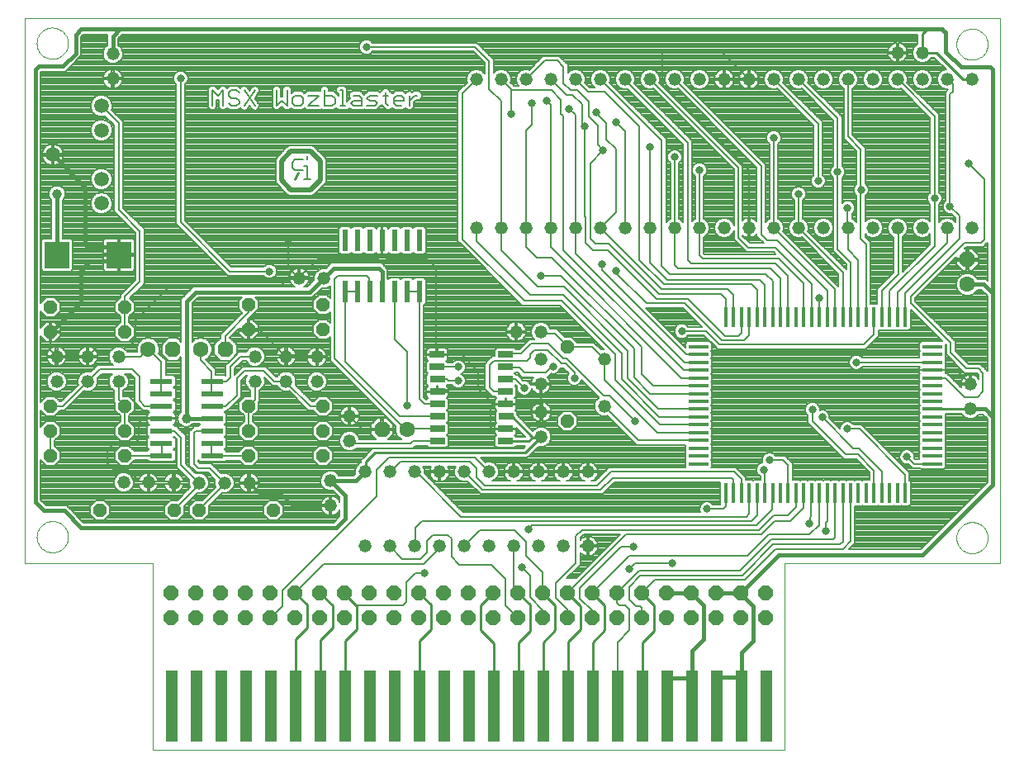
<source format=gtl>
G75*
G70*
%OFA0B0*%
%FSLAX24Y24*%
%IPPOS*%
%LPD*%
%AMOC8*
5,1,8,0,0,1.08239X$1,22.5*
%
%ADD10C,0.0060*%
%ADD11C,0.0070*%
%ADD12C,0.0200*%
%ADD13C,0.0000*%
%ADD14R,0.0500X0.2882*%
%ADD15OC8,0.0600*%
%ADD16R,0.0157X0.0787*%
%ADD17R,0.0787X0.0157*%
%ADD18C,0.0520*%
%ADD19OC8,0.0520*%
%ADD20R,0.0591X0.0256*%
%ADD21R,0.0236X0.0866*%
%ADD22R,0.0866X0.0236*%
%ADD23OC8,0.0630*%
%ADD24C,0.0630*%
%ADD25C,0.0591*%
%ADD26R,0.1004X0.1063*%
%ADD27C,0.0160*%
%ADD28C,0.0100*%
%ADD29C,0.0157*%
%ADD30C,0.0080*%
%ADD31C,0.0079*%
%ADD32C,0.0317*%
%ADD33C,0.0396*%
D10*
X012285Y023488D02*
X012178Y023595D01*
X012178Y023809D01*
X012285Y023915D01*
X012605Y023915D01*
X012605Y023488D02*
X012285Y023488D01*
X012287Y026083D02*
X012180Y026190D01*
X012180Y026403D01*
X012287Y026510D01*
X012500Y026510D01*
X012607Y026403D01*
X012607Y026190D01*
X012500Y026083D01*
X012287Y026083D01*
X011963Y026083D02*
X011963Y026723D01*
X011536Y026723D02*
X011536Y026083D01*
X011749Y026296D01*
X011963Y026083D01*
X012825Y026083D02*
X013252Y026083D01*
X013469Y026083D02*
X013790Y026083D01*
X013896Y026190D01*
X013896Y026403D01*
X013790Y026510D01*
X013469Y026510D01*
X013469Y026723D02*
X013469Y026083D01*
X013252Y026510D02*
X012825Y026083D01*
X012825Y026510D02*
X013252Y026510D01*
X014114Y026723D02*
X014221Y026723D01*
X014221Y026083D01*
X014327Y026083D02*
X014114Y026083D01*
X014543Y026190D02*
X014650Y026296D01*
X014971Y026296D01*
X014971Y026403D02*
X014971Y026083D01*
X014650Y026083D01*
X014543Y026190D01*
X014650Y026510D02*
X014864Y026510D01*
X014971Y026403D01*
X015188Y026403D02*
X015295Y026510D01*
X015615Y026510D01*
X015833Y026510D02*
X016046Y026510D01*
X015939Y026617D02*
X015939Y026190D01*
X016046Y026083D01*
X016262Y026190D02*
X016262Y026403D01*
X016369Y026510D01*
X016583Y026510D01*
X016689Y026403D01*
X016689Y026296D01*
X016262Y026296D01*
X016262Y026190D02*
X016369Y026083D01*
X016583Y026083D01*
X016907Y026083D02*
X016907Y026510D01*
X017120Y026510D02*
X017227Y026510D01*
X017120Y026510D02*
X016907Y026296D01*
X015615Y026190D02*
X015508Y026296D01*
X015295Y026296D01*
X015188Y026403D01*
X015188Y026083D02*
X015508Y026083D01*
X015615Y026190D01*
X010674Y026083D02*
X010247Y026723D01*
X010029Y026617D02*
X009922Y026723D01*
X009709Y026723D01*
X009602Y026617D01*
X009602Y026510D01*
X009709Y026403D01*
X009922Y026403D01*
X010029Y026296D01*
X010029Y026190D01*
X009922Y026083D01*
X009709Y026083D01*
X009602Y026190D01*
X009384Y026083D02*
X009384Y026723D01*
X009171Y026510D01*
X008957Y026723D01*
X008957Y026083D01*
X010247Y026083D02*
X010674Y026723D01*
D11*
X012767Y024061D02*
X012767Y023930D01*
X012767Y023666D02*
X012636Y023666D01*
X012767Y023666D02*
X012767Y023139D01*
X012636Y023139D02*
X012899Y023139D01*
D12*
X013297Y023082D02*
X012907Y022692D01*
X012126Y022692D01*
X011736Y023082D01*
X011736Y023863D01*
X012126Y024253D01*
X012907Y024253D01*
X013297Y023863D01*
X013297Y023082D01*
D13*
X006547Y007643D02*
X006547Y000100D01*
X032047Y000100D01*
X032047Y007643D01*
X040733Y007643D01*
X040733Y029628D01*
X001362Y029628D01*
X001362Y007643D01*
X006547Y007643D01*
X001860Y008694D02*
X001862Y008744D01*
X001868Y008794D01*
X001878Y008843D01*
X001892Y008891D01*
X001909Y008938D01*
X001930Y008983D01*
X001955Y009027D01*
X001983Y009068D01*
X002015Y009107D01*
X002049Y009144D01*
X002086Y009178D01*
X002126Y009208D01*
X002168Y009235D01*
X002212Y009259D01*
X002258Y009280D01*
X002305Y009296D01*
X002353Y009309D01*
X002403Y009318D01*
X002452Y009323D01*
X002503Y009324D01*
X002553Y009321D01*
X002602Y009314D01*
X002651Y009303D01*
X002699Y009288D01*
X002745Y009270D01*
X002790Y009248D01*
X002833Y009222D01*
X002874Y009193D01*
X002913Y009161D01*
X002949Y009126D01*
X002981Y009088D01*
X003011Y009048D01*
X003038Y009005D01*
X003061Y008961D01*
X003080Y008915D01*
X003096Y008867D01*
X003108Y008818D01*
X003116Y008769D01*
X003120Y008719D01*
X003120Y008669D01*
X003116Y008619D01*
X003108Y008570D01*
X003096Y008521D01*
X003080Y008473D01*
X003061Y008427D01*
X003038Y008383D01*
X003011Y008340D01*
X002981Y008300D01*
X002949Y008262D01*
X002913Y008227D01*
X002874Y008195D01*
X002833Y008166D01*
X002790Y008140D01*
X002745Y008118D01*
X002699Y008100D01*
X002651Y008085D01*
X002602Y008074D01*
X002553Y008067D01*
X002503Y008064D01*
X002452Y008065D01*
X002403Y008070D01*
X002353Y008079D01*
X002305Y008092D01*
X002258Y008108D01*
X002212Y008129D01*
X002168Y008153D01*
X002126Y008180D01*
X002086Y008210D01*
X002049Y008244D01*
X002015Y008281D01*
X001983Y008320D01*
X001955Y008361D01*
X001930Y008405D01*
X001909Y008450D01*
X001892Y008497D01*
X001878Y008545D01*
X001868Y008594D01*
X001862Y008644D01*
X001860Y008694D01*
X001860Y028616D02*
X001862Y028666D01*
X001868Y028716D01*
X001878Y028765D01*
X001892Y028813D01*
X001909Y028860D01*
X001930Y028905D01*
X001955Y028949D01*
X001983Y028990D01*
X002015Y029029D01*
X002049Y029066D01*
X002086Y029100D01*
X002126Y029130D01*
X002168Y029157D01*
X002212Y029181D01*
X002258Y029202D01*
X002305Y029218D01*
X002353Y029231D01*
X002403Y029240D01*
X002452Y029245D01*
X002503Y029246D01*
X002553Y029243D01*
X002602Y029236D01*
X002651Y029225D01*
X002699Y029210D01*
X002745Y029192D01*
X002790Y029170D01*
X002833Y029144D01*
X002874Y029115D01*
X002913Y029083D01*
X002949Y029048D01*
X002981Y029010D01*
X003011Y028970D01*
X003038Y028927D01*
X003061Y028883D01*
X003080Y028837D01*
X003096Y028789D01*
X003108Y028740D01*
X003116Y028691D01*
X003120Y028641D01*
X003120Y028591D01*
X003116Y028541D01*
X003108Y028492D01*
X003096Y028443D01*
X003080Y028395D01*
X003061Y028349D01*
X003038Y028305D01*
X003011Y028262D01*
X002981Y028222D01*
X002949Y028184D01*
X002913Y028149D01*
X002874Y028117D01*
X002833Y028088D01*
X002790Y028062D01*
X002745Y028040D01*
X002699Y028022D01*
X002651Y028007D01*
X002602Y027996D01*
X002553Y027989D01*
X002503Y027986D01*
X002452Y027987D01*
X002403Y027992D01*
X002353Y028001D01*
X002305Y028014D01*
X002258Y028030D01*
X002212Y028051D01*
X002168Y028075D01*
X002126Y028102D01*
X002086Y028132D01*
X002049Y028166D01*
X002015Y028203D01*
X001983Y028242D01*
X001955Y028283D01*
X001930Y028327D01*
X001909Y028372D01*
X001892Y028419D01*
X001878Y028467D01*
X001868Y028516D01*
X001862Y028566D01*
X001860Y028616D01*
X038986Y028576D02*
X038988Y028626D01*
X038994Y028676D01*
X039004Y028725D01*
X039018Y028773D01*
X039035Y028820D01*
X039056Y028865D01*
X039081Y028909D01*
X039109Y028950D01*
X039141Y028989D01*
X039175Y029026D01*
X039212Y029060D01*
X039252Y029090D01*
X039294Y029117D01*
X039338Y029141D01*
X039384Y029162D01*
X039431Y029178D01*
X039479Y029191D01*
X039529Y029200D01*
X039578Y029205D01*
X039629Y029206D01*
X039679Y029203D01*
X039728Y029196D01*
X039777Y029185D01*
X039825Y029170D01*
X039871Y029152D01*
X039916Y029130D01*
X039959Y029104D01*
X040000Y029075D01*
X040039Y029043D01*
X040075Y029008D01*
X040107Y028970D01*
X040137Y028930D01*
X040164Y028887D01*
X040187Y028843D01*
X040206Y028797D01*
X040222Y028749D01*
X040234Y028700D01*
X040242Y028651D01*
X040246Y028601D01*
X040246Y028551D01*
X040242Y028501D01*
X040234Y028452D01*
X040222Y028403D01*
X040206Y028355D01*
X040187Y028309D01*
X040164Y028265D01*
X040137Y028222D01*
X040107Y028182D01*
X040075Y028144D01*
X040039Y028109D01*
X040000Y028077D01*
X039959Y028048D01*
X039916Y028022D01*
X039871Y028000D01*
X039825Y027982D01*
X039777Y027967D01*
X039728Y027956D01*
X039679Y027949D01*
X039629Y027946D01*
X039578Y027947D01*
X039529Y027952D01*
X039479Y027961D01*
X039431Y027974D01*
X039384Y027990D01*
X039338Y028011D01*
X039294Y028035D01*
X039252Y028062D01*
X039212Y028092D01*
X039175Y028126D01*
X039141Y028163D01*
X039109Y028202D01*
X039081Y028243D01*
X039056Y028287D01*
X039035Y028332D01*
X039018Y028379D01*
X039004Y028427D01*
X038994Y028476D01*
X038988Y028526D01*
X038986Y028576D01*
X038986Y008655D02*
X038988Y008705D01*
X038994Y008755D01*
X039004Y008804D01*
X039018Y008852D01*
X039035Y008899D01*
X039056Y008944D01*
X039081Y008988D01*
X039109Y009029D01*
X039141Y009068D01*
X039175Y009105D01*
X039212Y009139D01*
X039252Y009169D01*
X039294Y009196D01*
X039338Y009220D01*
X039384Y009241D01*
X039431Y009257D01*
X039479Y009270D01*
X039529Y009279D01*
X039578Y009284D01*
X039629Y009285D01*
X039679Y009282D01*
X039728Y009275D01*
X039777Y009264D01*
X039825Y009249D01*
X039871Y009231D01*
X039916Y009209D01*
X039959Y009183D01*
X040000Y009154D01*
X040039Y009122D01*
X040075Y009087D01*
X040107Y009049D01*
X040137Y009009D01*
X040164Y008966D01*
X040187Y008922D01*
X040206Y008876D01*
X040222Y008828D01*
X040234Y008779D01*
X040242Y008730D01*
X040246Y008680D01*
X040246Y008630D01*
X040242Y008580D01*
X040234Y008531D01*
X040222Y008482D01*
X040206Y008434D01*
X040187Y008388D01*
X040164Y008344D01*
X040137Y008301D01*
X040107Y008261D01*
X040075Y008223D01*
X040039Y008188D01*
X040000Y008156D01*
X039959Y008127D01*
X039916Y008101D01*
X039871Y008079D01*
X039825Y008061D01*
X039777Y008046D01*
X039728Y008035D01*
X039679Y008028D01*
X039629Y008025D01*
X039578Y008026D01*
X039529Y008031D01*
X039479Y008040D01*
X039431Y008053D01*
X039384Y008069D01*
X039338Y008090D01*
X039294Y008114D01*
X039252Y008141D01*
X039212Y008171D01*
X039175Y008205D01*
X039141Y008242D01*
X039109Y008281D01*
X039081Y008322D01*
X039056Y008366D01*
X039035Y008411D01*
X039018Y008458D01*
X039004Y008506D01*
X038994Y008555D01*
X038988Y008605D01*
X038986Y008655D01*
D14*
X031297Y001859D03*
X030297Y001859D03*
X029297Y001859D03*
X028297Y001859D03*
X027297Y001859D03*
X026297Y001859D03*
X025297Y001859D03*
X024297Y001859D03*
X023297Y001859D03*
X022297Y001859D03*
X021297Y001859D03*
X020297Y001859D03*
X019297Y001859D03*
X018297Y001859D03*
X017297Y001859D03*
X016297Y001859D03*
X015297Y001859D03*
X014297Y001859D03*
X013297Y001859D03*
X012297Y001859D03*
X011297Y001859D03*
X010297Y001859D03*
X009297Y001859D03*
X008297Y001859D03*
X007297Y001859D03*
D15*
X007290Y005431D03*
X008290Y005431D03*
X009290Y005431D03*
X010290Y005431D03*
X011290Y005431D03*
X012290Y005431D03*
X013290Y005431D03*
X014290Y005431D03*
X015290Y005431D03*
X016290Y005431D03*
X017290Y005431D03*
X018290Y005431D03*
X019290Y005431D03*
X020290Y005431D03*
X021290Y005431D03*
X022290Y005431D03*
X023290Y005431D03*
X024290Y005431D03*
X025290Y005431D03*
X026290Y005431D03*
X027290Y005431D03*
X028290Y005431D03*
X029290Y005431D03*
X030290Y005431D03*
X031290Y005431D03*
X031290Y006431D03*
X030290Y006431D03*
X029290Y006431D03*
X028290Y006431D03*
X027290Y006431D03*
X026290Y006431D03*
X025290Y006431D03*
X024290Y006431D03*
X023290Y006431D03*
X022290Y006431D03*
X021290Y006431D03*
X020290Y006431D03*
X019290Y006431D03*
X018290Y006431D03*
X017290Y006431D03*
X016290Y006431D03*
X015290Y006431D03*
X014290Y006431D03*
X013290Y006431D03*
X012290Y006431D03*
X011290Y006431D03*
X010290Y006431D03*
X009290Y006431D03*
X008290Y006431D03*
X007290Y006431D03*
D16*
X029671Y010462D03*
X029986Y010462D03*
X030301Y010462D03*
X030616Y010462D03*
X030931Y010462D03*
X031246Y010462D03*
X031561Y010462D03*
X031876Y010462D03*
X032191Y010462D03*
X032506Y010462D03*
X032821Y010462D03*
X033136Y010462D03*
X033451Y010462D03*
X033766Y010462D03*
X034081Y010462D03*
X034396Y010462D03*
X034711Y010462D03*
X035026Y010462D03*
X035341Y010462D03*
X035656Y010462D03*
X035971Y010462D03*
X036286Y010462D03*
X036601Y010462D03*
X036916Y010462D03*
X036916Y017549D03*
X036601Y017549D03*
X036286Y017549D03*
X035971Y017549D03*
X035656Y017549D03*
X035341Y017549D03*
X035026Y017549D03*
X034711Y017549D03*
X034396Y017549D03*
X034081Y017549D03*
X033766Y017549D03*
X033451Y017549D03*
X033136Y017549D03*
X032821Y017549D03*
X032506Y017549D03*
X032191Y017549D03*
X031876Y017549D03*
X031561Y017549D03*
X031246Y017549D03*
X030931Y017549D03*
X030616Y017549D03*
X030301Y017549D03*
X029986Y017549D03*
X029671Y017549D03*
D17*
X028569Y016368D03*
X028569Y016053D03*
X028569Y015738D03*
X028569Y015423D03*
X028569Y015108D03*
X028569Y014793D03*
X028569Y014478D03*
X028569Y014163D03*
X028569Y013848D03*
X028569Y013533D03*
X028569Y013218D03*
X028569Y012903D03*
X028569Y012588D03*
X028569Y012273D03*
X028569Y011958D03*
X028569Y011643D03*
X038018Y011643D03*
X038018Y011958D03*
X038018Y012273D03*
X038018Y012588D03*
X038018Y012903D03*
X038018Y013218D03*
X038018Y013533D03*
X038018Y013848D03*
X038018Y014163D03*
X038018Y014478D03*
X038018Y014793D03*
X038018Y015108D03*
X038018Y015423D03*
X038018Y015738D03*
X038018Y016053D03*
X038018Y016368D03*
D18*
X039549Y014852D03*
X039549Y013852D03*
X039609Y021163D03*
X038609Y021163D03*
X037609Y021163D03*
X036609Y021163D03*
X035609Y021163D03*
X034609Y021163D03*
X033609Y021163D03*
X032609Y021163D03*
X031609Y021163D03*
X030609Y021163D03*
X029609Y021163D03*
X028609Y021163D03*
X027609Y021163D03*
X026609Y021163D03*
X025609Y021163D03*
X024609Y021163D03*
X023609Y021163D03*
X022609Y021163D03*
X021609Y021163D03*
X020609Y021163D03*
X019609Y021163D03*
X021211Y016970D03*
X022211Y016970D03*
X022203Y015856D03*
X022203Y014856D03*
X022223Y013730D03*
X022223Y012730D03*
X022112Y011320D03*
X023112Y011320D03*
X024112Y011320D03*
X021112Y011320D03*
X020112Y011320D03*
X019112Y011320D03*
X018112Y011320D03*
X017112Y011320D03*
X016112Y011320D03*
X015112Y011320D03*
X014486Y012569D03*
X014486Y013569D03*
X013168Y014954D03*
X013168Y015954D03*
X011927Y015974D03*
X011927Y014974D03*
X010668Y014974D03*
X010668Y015974D03*
X012455Y019139D03*
X013455Y019139D03*
X005166Y015970D03*
X005166Y014970D03*
X003916Y014970D03*
X003916Y015970D03*
X002666Y015970D03*
X002666Y014970D03*
X005368Y010883D03*
X006368Y010883D03*
X007396Y010876D03*
X008396Y010876D03*
X009433Y010872D03*
X010433Y010872D03*
X013719Y010954D03*
X013719Y009954D03*
X015112Y008320D03*
X016112Y008320D03*
X017112Y008320D03*
X018112Y008320D03*
X019112Y008320D03*
X020112Y008320D03*
X021112Y008320D03*
X022112Y008320D03*
X023112Y008320D03*
X024112Y008320D03*
X024764Y013973D03*
X024764Y015873D03*
X024609Y027163D03*
X025609Y027163D03*
X026609Y027163D03*
X027609Y027163D03*
X028609Y027163D03*
X029609Y027163D03*
X030609Y027163D03*
X031609Y027163D03*
X032609Y027163D03*
X033609Y027163D03*
X034609Y027163D03*
X035609Y027163D03*
X036609Y027163D03*
X037609Y027163D03*
X038609Y027163D03*
X039609Y027163D03*
X037609Y028234D03*
X036609Y028234D03*
X023609Y027163D03*
X022609Y027163D03*
X021609Y027163D03*
X020609Y027163D03*
X019609Y027163D03*
X004931Y027187D03*
X004931Y028187D03*
D19*
X005416Y017970D03*
X005416Y016970D03*
X002416Y016970D03*
X002416Y017970D03*
X002416Y013970D03*
X002416Y012970D03*
X002416Y011970D03*
X004398Y009773D03*
X005416Y011970D03*
X005416Y012970D03*
X005416Y013970D03*
X010416Y013970D03*
X010416Y012970D03*
X010416Y011970D03*
X013416Y011970D03*
X013416Y012970D03*
X013416Y013970D03*
X013416Y017049D03*
X013416Y018053D03*
X010416Y018053D03*
X010416Y017049D03*
X011406Y009773D03*
X008406Y009773D03*
X007398Y009773D03*
X023276Y013372D03*
X023276Y016372D03*
D20*
X020788Y016051D03*
X020788Y015551D03*
X020792Y015051D03*
X020792Y014551D03*
X020792Y014051D03*
X020796Y013551D03*
X020792Y013051D03*
X020792Y012551D03*
X018032Y012551D03*
X018032Y013051D03*
X018032Y013551D03*
X018028Y014051D03*
X018028Y014551D03*
X018028Y015051D03*
X018024Y015551D03*
X018024Y016051D03*
D21*
X017305Y018604D03*
X016805Y018604D03*
X016305Y018604D03*
X015805Y018604D03*
X015305Y018604D03*
X014805Y018604D03*
X014305Y018604D03*
X014305Y020651D03*
X014805Y020651D03*
X015305Y020651D03*
X015805Y020651D03*
X016305Y020651D03*
X016805Y020651D03*
X017305Y020651D03*
D22*
X008939Y014970D03*
X008939Y014470D03*
X008939Y013970D03*
X008939Y013470D03*
X008939Y012970D03*
X008939Y012470D03*
X008939Y011970D03*
X006892Y011970D03*
X006892Y012470D03*
X006892Y012970D03*
X006892Y013470D03*
X006892Y013970D03*
X006892Y014470D03*
X006892Y014970D03*
D23*
X007357Y016261D03*
X009475Y016261D03*
X015797Y013031D03*
X039427Y019883D03*
D24*
X039427Y018883D03*
X016797Y013031D03*
X008475Y016261D03*
X006357Y016261D03*
D25*
X004471Y022147D03*
X004471Y023131D03*
X002502Y024116D03*
X004471Y025100D03*
X004471Y026084D03*
D26*
X005177Y020072D03*
X002677Y020072D03*
D27*
X002677Y022535D01*
X002679Y022537D01*
X003809Y022809D02*
X002502Y024116D01*
X003809Y022809D02*
X003809Y020502D01*
X003931Y020380D01*
X005034Y020380D01*
X005022Y020368D01*
X005022Y019844D01*
X004990Y019813D01*
X004006Y019813D01*
X003632Y019439D01*
X003632Y018155D01*
X002443Y016966D01*
X002412Y016966D01*
X001797Y021069D02*
X001797Y010498D01*
X007896Y013466D02*
X007912Y013482D01*
X007912Y018210D01*
X008270Y018569D01*
X012880Y018569D01*
X013455Y019143D01*
X013455Y019139D02*
X013455Y019167D01*
X013467Y019167D01*
X013829Y019529D01*
X015679Y019529D01*
X015805Y019403D01*
X015805Y018490D01*
X015801Y018486D01*
X015805Y018502D02*
X015805Y018604D01*
X008939Y013470D02*
X008935Y013466D01*
X007896Y013466D01*
X013719Y010966D02*
X014309Y010376D01*
X014309Y009431D01*
X013935Y009057D01*
X013896Y009057D01*
X013719Y010954D02*
X014746Y010954D01*
X015112Y011320D01*
X027290Y006431D02*
X028274Y006431D01*
X028790Y005915D01*
X028790Y004572D01*
X028305Y004088D01*
X028305Y001608D01*
X028297Y001859D01*
X028297Y002860D01*
X028152Y003006D01*
X027297Y003006D01*
X027297Y001859D01*
X029297Y001859D02*
X029301Y001604D01*
X029301Y003006D01*
X029317Y003021D01*
X030152Y003021D01*
X030297Y002876D01*
X030297Y001859D01*
X030297Y004025D01*
X030782Y004509D01*
X030782Y005887D01*
X030238Y006431D01*
X029290Y006431D01*
X030290Y006431D01*
X030290Y006439D01*
X031817Y007966D01*
X037620Y007966D01*
X040451Y010797D01*
X040451Y013513D01*
X040451Y013502D02*
X040451Y013541D01*
X040140Y013852D01*
X039549Y013852D01*
X039546Y013848D01*
X040451Y013541D02*
X040451Y018513D01*
X040081Y018883D01*
X039427Y018883D01*
X040451Y018513D02*
X040451Y027545D01*
X040349Y027647D01*
X039171Y027647D01*
X038542Y028277D01*
X038542Y029049D01*
X038459Y029131D01*
X038423Y029167D01*
X038420Y029171D02*
X038404Y029187D01*
X037813Y029187D01*
X005215Y029187D01*
X003644Y029187D02*
X003431Y028974D01*
X003431Y028206D01*
X002916Y027691D01*
X001943Y027691D01*
X001797Y027545D01*
X001797Y021072D01*
X027290Y006431D02*
X028290Y006431D01*
D28*
X026786Y005935D02*
X026290Y006431D01*
X026786Y005935D02*
X026786Y004903D01*
X026297Y004415D01*
X026297Y001859D01*
X024297Y001859D02*
X024297Y004435D01*
X024782Y004919D01*
X024782Y005939D01*
X024290Y006431D01*
X024278Y006431D01*
X023809Y005911D02*
X023290Y006431D01*
X022790Y005931D02*
X022290Y006431D01*
X021762Y005958D02*
X021290Y006431D01*
X021762Y005958D02*
X021762Y004903D01*
X021297Y004439D01*
X021297Y001859D01*
X022297Y001859D02*
X022297Y004423D01*
X022790Y004915D01*
X022790Y005931D01*
X023809Y005911D02*
X023809Y004966D01*
X023297Y004454D01*
X023297Y001859D01*
X020297Y001859D02*
X020297Y004411D01*
X019782Y004927D01*
X019782Y005919D01*
X020282Y006419D01*
X020290Y006431D02*
X020286Y006435D01*
X020278Y006435D01*
X020274Y006431D01*
X020270Y006431D01*
X017766Y005954D02*
X017766Y004954D01*
X017297Y004486D01*
X017297Y001859D01*
X014297Y001859D02*
X014297Y004486D01*
X014786Y004974D01*
X014786Y005903D01*
X014290Y006399D01*
X014290Y006431D01*
X013801Y005919D02*
X013290Y006431D01*
X012770Y005950D02*
X012290Y006431D01*
X012770Y005950D02*
X012770Y005017D01*
X012297Y004545D01*
X012297Y001859D01*
X013297Y001859D02*
X013297Y004513D01*
X013801Y005017D01*
X013801Y005919D01*
X017290Y006431D02*
X017766Y005954D01*
X013719Y009954D02*
X012171Y009954D01*
X011671Y010454D01*
X010851Y010454D01*
X010433Y010872D01*
X015057Y011242D02*
X015136Y011320D01*
X015140Y011324D01*
X015140Y011722D01*
X015498Y012080D01*
X021581Y012080D01*
X022223Y012722D01*
X022223Y012730D02*
X022203Y012710D01*
X021872Y012710D01*
X021032Y013551D01*
X020796Y013551D01*
X020792Y012551D02*
X021713Y012551D01*
X021872Y012710D01*
X012266Y023143D02*
X012404Y023380D01*
X037609Y028234D02*
X037609Y028982D01*
X037813Y029187D01*
X037609Y028234D02*
X037616Y028226D01*
X038171Y028226D01*
X039234Y027163D01*
X039609Y027163D01*
X039546Y013848D02*
X038018Y013848D01*
D29*
X013896Y009057D02*
X003660Y009057D01*
X002971Y009746D01*
X002144Y009746D01*
X001797Y010092D01*
X001797Y010498D01*
X004931Y028198D02*
X004931Y028903D01*
X005215Y029187D01*
X003644Y029187D01*
D30*
X004931Y028198D02*
X004979Y028171D01*
X004931Y028187D01*
X013455Y019143D02*
X013483Y019116D01*
X013455Y019139D01*
X017971Y017935D02*
X017971Y016124D01*
X018024Y016051D01*
X018049Y016045D01*
X018049Y014628D02*
X018028Y014551D01*
X018049Y014628D02*
X019695Y014628D01*
X019703Y014628D01*
X020727Y014628D02*
X020792Y014551D01*
X020805Y014549D01*
X020774Y014557D01*
X020805Y014076D02*
X020792Y014051D01*
X020727Y014076D01*
X020805Y014076D02*
X022223Y014076D01*
X022223Y013730D01*
X022223Y014076D02*
X022223Y014785D01*
X022203Y014856D01*
X022400Y015317D02*
X021534Y015317D01*
X021337Y015513D01*
X020746Y015513D01*
X020788Y015551D02*
X020805Y015494D01*
X022400Y015317D02*
X022656Y015572D01*
X022695Y015572D01*
X023276Y016372D02*
X023246Y016439D01*
X022774Y016911D01*
X022223Y016911D01*
X022211Y016970D01*
X023276Y016372D02*
X023325Y016360D01*
X024270Y016360D01*
X024742Y015887D01*
X024742Y014391D02*
X024979Y014391D01*
X026002Y013368D01*
X022223Y012738D02*
X022211Y012730D01*
X022223Y012730D02*
X022223Y012738D01*
X020792Y013051D02*
X020727Y013053D01*
X020723Y013053D01*
X019313Y011895D02*
X016085Y011895D01*
X016553Y011714D02*
X016160Y011320D01*
X016112Y011320D01*
X016553Y011714D02*
X019231Y011714D01*
X017183Y011320D02*
X017112Y011320D01*
X017183Y011320D02*
X018994Y009509D01*
X021112Y008320D02*
X021120Y008250D01*
X021120Y006596D01*
X021278Y006439D01*
X021290Y006431D01*
X023290Y006431D02*
X023404Y006360D01*
X025290Y006431D02*
X025290Y006017D01*
X025392Y005915D01*
X025620Y005915D01*
X025790Y005746D01*
X025790Y004915D01*
X025297Y004423D01*
X025297Y001859D01*
X026290Y005435D02*
X026290Y005439D01*
X026290Y005836D01*
X026219Y005907D01*
X026042Y005907D01*
X025778Y006171D01*
X025778Y006671D01*
X026290Y006431D02*
X026475Y006281D01*
X025766Y007383D02*
X026002Y007620D01*
X027498Y007620D01*
X028916Y009824D02*
X028916Y009828D01*
X030616Y010462D02*
X030624Y010588D01*
X030648Y010612D01*
X030624Y010588D02*
X030616Y010596D01*
X030923Y010584D02*
X030931Y010576D01*
X030931Y010545D01*
X030931Y010533D01*
X030963Y010533D01*
X030931Y010462D01*
X031246Y010462D02*
X031246Y011360D01*
X031203Y011403D01*
X031199Y011399D01*
X031203Y011403D02*
X031199Y011407D01*
X031451Y011781D02*
X031435Y011793D01*
X031447Y011785D02*
X031451Y011781D01*
X031994Y011781D01*
X032191Y011584D01*
X032191Y010462D01*
X032506Y010462D02*
X032538Y010533D01*
X032510Y010561D01*
X032498Y010561D01*
X032498Y010549D02*
X032510Y010561D01*
X032809Y010569D02*
X032821Y010462D01*
X033136Y010462D02*
X033124Y010569D01*
X031593Y010612D02*
X031561Y010462D01*
X031546Y010565D01*
X033557Y013521D02*
X033561Y013525D01*
X033557Y013521D02*
X033553Y013525D01*
X034605Y021143D02*
X034585Y021163D01*
X034609Y021163D01*
X038601Y021163D02*
X038601Y021131D01*
X038601Y021163D02*
X038609Y021163D01*
X036630Y027145D02*
X036632Y027147D01*
X036609Y027163D01*
X038443Y029116D02*
X038404Y029187D01*
X038459Y029131D02*
X038443Y029116D01*
X027656Y027147D02*
X027636Y027128D01*
X025609Y027147D02*
X025599Y027137D01*
X025609Y027147D02*
X025609Y027163D01*
X020648Y021163D02*
X020628Y021143D01*
X020609Y021163D02*
X020648Y021163D01*
X010416Y013970D02*
X010412Y013919D01*
X010412Y012974D01*
X010416Y012970D01*
X010416Y011970D02*
X010412Y011950D01*
X008994Y011950D01*
X008939Y011970D01*
X008916Y012029D01*
X008916Y012423D01*
X008939Y012470D01*
X008939Y013970D02*
X008916Y013998D01*
X008916Y013978D01*
X008916Y014470D02*
X008939Y014470D01*
X008916Y014470D02*
X008916Y014943D01*
X008939Y014970D01*
X006892Y014970D02*
X006868Y014943D01*
X006892Y013470D02*
X006711Y013446D01*
X006691Y013466D01*
X006711Y013446D02*
X006868Y013446D01*
X006892Y013470D01*
X006711Y013446D02*
X006632Y013446D01*
X003916Y015970D02*
X003876Y015966D01*
X002695Y015966D01*
X002666Y015970D01*
X006317Y010927D02*
X006368Y010883D01*
X006396Y010927D01*
X007341Y010927D01*
X007396Y010876D01*
X008396Y010872D02*
X008396Y010781D01*
X007392Y009777D01*
X008384Y009773D02*
X009433Y010822D01*
X009433Y010866D01*
D31*
X009433Y010872D01*
X008835Y011470D01*
X008376Y011470D01*
X008203Y011643D01*
X008203Y012887D01*
X008286Y012970D01*
X008939Y012970D01*
X008441Y013220D02*
X008370Y013149D01*
X008212Y013149D01*
X008129Y013066D01*
X008024Y012961D01*
X008024Y011569D01*
X008197Y011396D01*
X008302Y011291D01*
X008761Y011291D01*
X009054Y010999D01*
X009034Y010951D01*
X009034Y010792D01*
X009068Y010711D01*
X008530Y010173D01*
X008240Y010173D01*
X008006Y009939D01*
X008006Y009608D01*
X008240Y009374D01*
X008571Y009374D01*
X008805Y009608D01*
X008805Y009939D01*
X008804Y009940D01*
X009342Y010477D01*
X009354Y010472D01*
X009513Y010472D01*
X009660Y010533D01*
X009772Y010645D01*
X009833Y010792D01*
X009833Y010951D01*
X009772Y011098D01*
X009660Y011210D01*
X009513Y011271D01*
X009354Y011271D01*
X009306Y011251D01*
X008909Y011649D01*
X008450Y011649D01*
X008382Y011717D01*
X008382Y011779D01*
X008448Y011713D01*
X009430Y011713D01*
X009488Y011771D01*
X010050Y011771D01*
X010250Y011571D01*
X010581Y011571D01*
X010815Y011805D01*
X010815Y012136D01*
X010581Y012369D01*
X010250Y012369D01*
X010016Y012136D01*
X010016Y012130D01*
X009512Y012130D01*
X009512Y012146D01*
X009437Y012220D01*
X009512Y012294D01*
X009512Y012646D01*
X009437Y012720D01*
X009512Y012794D01*
X009512Y013146D01*
X009437Y013220D01*
X009512Y013294D01*
X009512Y013646D01*
X009437Y013720D01*
X009497Y013780D01*
X009560Y013780D01*
X009665Y013884D01*
X010118Y014337D01*
X010118Y015006D01*
X010328Y015217D01*
X010345Y015217D01*
X010329Y015200D01*
X010268Y015053D01*
X010268Y014895D01*
X010329Y014748D01*
X010441Y014635D01*
X010489Y014616D01*
X010489Y014369D01*
X010250Y014369D01*
X010016Y014136D01*
X010016Y013805D01*
X010232Y013589D01*
X010232Y013352D01*
X010016Y013136D01*
X010016Y012805D01*
X010250Y012571D01*
X010581Y012571D01*
X010815Y012805D01*
X010815Y013136D01*
X010591Y013359D01*
X010591Y013581D01*
X010815Y013805D01*
X010815Y014117D01*
X010846Y014148D01*
X010846Y014616D01*
X010894Y014635D01*
X011006Y014748D01*
X011067Y014895D01*
X011067Y015053D01*
X011036Y015129D01*
X011369Y014795D01*
X011569Y014795D01*
X011589Y014748D01*
X011701Y014635D01*
X011848Y014575D01*
X012007Y014575D01*
X012032Y014585D01*
X012822Y013795D01*
X013026Y013795D01*
X013250Y013571D01*
X013581Y013571D01*
X013815Y013805D01*
X013815Y014136D01*
X013581Y014369D01*
X013250Y014369D01*
X013033Y014153D01*
X012970Y014153D01*
X012298Y014825D01*
X012327Y014895D01*
X012327Y015053D01*
X012266Y015200D01*
X012154Y015313D01*
X012007Y015373D01*
X011848Y015373D01*
X011701Y015313D01*
X011589Y015200D01*
X011569Y015153D01*
X011517Y015153D01*
X011201Y015469D01*
X011096Y015574D01*
X010180Y015574D01*
X009865Y015259D01*
X009850Y015244D01*
X009850Y015479D01*
X010167Y015795D01*
X010309Y015795D01*
X010329Y015748D01*
X010441Y015635D01*
X010588Y015575D01*
X010747Y015575D01*
X010894Y015635D01*
X011006Y015748D01*
X011067Y015895D01*
X011067Y016053D01*
X011006Y016200D01*
X010894Y016313D01*
X010747Y016373D01*
X010588Y016373D01*
X010441Y016313D01*
X010329Y016200D01*
X010309Y016153D01*
X010019Y016153D01*
X009597Y015731D01*
X009493Y015627D01*
X009493Y015194D01*
X009478Y015179D01*
X009430Y015228D01*
X009094Y015228D01*
X009094Y015446D01*
X008990Y015550D01*
X008684Y015856D01*
X008732Y015876D01*
X008860Y016004D01*
X008929Y016171D01*
X008929Y016352D01*
X008860Y016519D01*
X008732Y016647D01*
X008565Y016716D01*
X008384Y016716D01*
X008217Y016647D01*
X008131Y016560D01*
X008131Y018119D01*
X008361Y018349D01*
X010147Y018349D01*
X010016Y018218D01*
X010016Y017887D01*
X010160Y017743D01*
X009393Y016976D01*
X009288Y016871D01*
X009288Y016716D01*
X009286Y016716D01*
X009020Y016450D01*
X009020Y016073D01*
X009286Y015807D01*
X009663Y015807D01*
X009929Y016073D01*
X009929Y016450D01*
X009663Y016716D01*
X009646Y016716D01*
X009646Y016723D01*
X010016Y017094D01*
X010016Y017088D01*
X010376Y017088D01*
X010376Y017009D01*
X010455Y017009D01*
X010455Y016649D01*
X010581Y016649D01*
X010815Y016883D01*
X010815Y017009D01*
X010455Y017009D01*
X010455Y017088D01*
X010815Y017088D01*
X010815Y017214D01*
X010581Y017448D01*
X010455Y017448D01*
X010455Y017088D01*
X010376Y017088D01*
X010376Y017448D01*
X010371Y017448D01*
X010576Y017653D01*
X010581Y017653D01*
X010815Y017887D01*
X010815Y018218D01*
X010684Y018349D01*
X012971Y018349D01*
X013366Y018744D01*
X013376Y018740D01*
X013534Y018740D01*
X013681Y018801D01*
X013697Y018817D01*
X013697Y018336D01*
X013581Y018452D01*
X013250Y018452D01*
X013016Y018218D01*
X013016Y017887D01*
X013250Y017653D01*
X013581Y017653D01*
X013697Y017770D01*
X013697Y017332D01*
X013581Y017448D01*
X013250Y017448D01*
X013016Y017214D01*
X013016Y016883D01*
X013250Y016649D01*
X013581Y016649D01*
X013697Y016766D01*
X013697Y015809D01*
X013802Y015705D01*
X016356Y013151D01*
X016343Y013121D01*
X016343Y012941D01*
X016412Y012774D01*
X016540Y012646D01*
X016581Y012629D01*
X016038Y012629D01*
X016252Y012843D01*
X016252Y012992D01*
X015837Y012992D01*
X015837Y013070D01*
X016252Y013070D01*
X016252Y013219D01*
X015986Y013485D01*
X015837Y013485D01*
X015837Y013070D01*
X015758Y013070D01*
X015758Y012992D01*
X015343Y012992D01*
X015343Y012843D01*
X015557Y012629D01*
X014886Y012629D01*
X014886Y012648D01*
X014825Y012795D01*
X014713Y012907D01*
X014566Y012968D01*
X014407Y012968D01*
X014260Y012907D01*
X014148Y012795D01*
X014087Y012648D01*
X014087Y012489D01*
X014148Y012342D01*
X014260Y012230D01*
X014407Y012169D01*
X014566Y012169D01*
X014713Y012230D01*
X014754Y012272D01*
X017033Y012272D01*
X017133Y012372D01*
X017597Y012372D01*
X017597Y012365D01*
X017679Y012283D01*
X018385Y012283D01*
X018466Y012365D01*
X018466Y012736D01*
X018402Y012801D01*
X018466Y012865D01*
X018466Y013236D01*
X018402Y013301D01*
X018466Y013365D01*
X018466Y013736D01*
X018400Y013803D01*
X018462Y013865D01*
X018462Y014236D01*
X018395Y014304D01*
X018409Y014311D01*
X018435Y014337D01*
X018453Y014369D01*
X018462Y014404D01*
X018462Y014526D01*
X018052Y014526D01*
X018052Y014575D01*
X018462Y014575D01*
X018462Y014697D01*
X018453Y014733D01*
X018435Y014764D01*
X018409Y014790D01*
X018395Y014798D01*
X018412Y014815D01*
X018622Y014815D01*
X018696Y014741D01*
X018805Y014696D01*
X018924Y014696D01*
X019033Y014741D01*
X019117Y014825D01*
X019163Y014934D01*
X019163Y015053D01*
X019117Y015163D01*
X019033Y015246D01*
X018982Y015268D01*
X019041Y015292D01*
X019125Y015376D01*
X019170Y015486D01*
X019170Y015604D01*
X019125Y015714D01*
X019041Y015798D01*
X018932Y015843D01*
X018813Y015843D01*
X018703Y015798D01*
X018635Y015730D01*
X018459Y015730D01*
X018459Y015736D01*
X018391Y015804D01*
X018405Y015811D01*
X018431Y015837D01*
X018449Y015869D01*
X018459Y015904D01*
X018459Y016026D01*
X018048Y016026D01*
X018048Y016075D01*
X017999Y016075D01*
X017999Y016026D01*
X017589Y016026D01*
X017589Y015904D01*
X017599Y015869D01*
X017617Y015837D01*
X017643Y015811D01*
X017656Y015804D01*
X017589Y015736D01*
X017589Y015365D01*
X017655Y015299D01*
X017593Y015236D01*
X017593Y014865D01*
X017660Y014798D01*
X017647Y014790D01*
X017621Y014764D01*
X017603Y014733D01*
X017593Y014697D01*
X017593Y014575D01*
X018003Y014575D01*
X018003Y014526D01*
X017593Y014526D01*
X017593Y014404D01*
X017603Y014369D01*
X017621Y014337D01*
X017647Y014311D01*
X017660Y014304D01*
X017593Y014236D01*
X017593Y014230D01*
X017484Y014339D01*
X017480Y014343D01*
X017480Y018031D01*
X017481Y018031D01*
X017563Y018113D01*
X017563Y019095D01*
X017481Y019176D01*
X017130Y019176D01*
X017055Y019102D01*
X016981Y019176D01*
X016630Y019176D01*
X016555Y019102D01*
X016481Y019176D01*
X016130Y019176D01*
X016055Y019102D01*
X016025Y019133D01*
X016025Y019494D01*
X015896Y019623D01*
X015770Y019749D01*
X013738Y019749D01*
X013610Y019620D01*
X013528Y019539D01*
X013376Y019539D01*
X013229Y019478D01*
X013116Y019366D01*
X013056Y019219D01*
X013056Y019060D01*
X013057Y019056D01*
X012789Y018788D01*
X012648Y018788D01*
X012710Y018829D01*
X012765Y018885D01*
X012809Y018950D01*
X012839Y019023D01*
X012854Y019100D01*
X012494Y019100D01*
X012494Y019179D01*
X012416Y019179D01*
X012416Y019539D01*
X012338Y019523D01*
X012266Y019493D01*
X012200Y019450D01*
X012145Y019394D01*
X012101Y019329D01*
X012071Y019256D01*
X012056Y019179D01*
X012416Y019179D01*
X012416Y019100D01*
X012056Y019100D01*
X012071Y019023D01*
X012101Y018950D01*
X012145Y018885D01*
X012200Y018829D01*
X012262Y018788D01*
X008179Y018788D01*
X008051Y018659D01*
X007692Y018301D01*
X007692Y016568D01*
X007545Y016716D01*
X007168Y016716D01*
X006902Y016450D01*
X006902Y016073D01*
X007168Y015807D01*
X007545Y015807D01*
X007692Y015955D01*
X007692Y013740D01*
X007610Y013657D01*
X007558Y013533D01*
X007558Y013399D01*
X007610Y013275D01*
X007705Y013180D01*
X007829Y013129D01*
X007963Y013129D01*
X008087Y013180D01*
X008154Y013247D01*
X008414Y013247D01*
X008441Y013220D01*
X008430Y013231D02*
X008138Y013231D01*
X008023Y013154D02*
X008374Y013154D01*
X008139Y013076D02*
X007570Y013076D01*
X007498Y013149D02*
X007462Y013149D01*
X007385Y013226D01*
X007411Y013240D01*
X007437Y013266D01*
X007455Y013298D01*
X007464Y013334D01*
X007464Y013450D01*
X006912Y013450D01*
X006912Y013490D01*
X007464Y013490D01*
X007464Y013607D01*
X007455Y013642D01*
X007437Y013674D01*
X007411Y013700D01*
X007385Y013715D01*
X007464Y013794D01*
X007464Y014146D01*
X007390Y014220D01*
X007464Y014294D01*
X007464Y014646D01*
X007390Y014720D01*
X007464Y014794D01*
X007464Y015146D01*
X007383Y015228D01*
X007071Y015228D01*
X007071Y015820D01*
X006784Y016106D01*
X006811Y016171D01*
X006811Y016352D01*
X006742Y016519D01*
X006614Y016647D01*
X006447Y016716D01*
X006266Y016716D01*
X006099Y016647D01*
X005971Y016519D01*
X005902Y016352D01*
X005902Y016171D01*
X005911Y016149D01*
X005524Y016149D01*
X005504Y016196D01*
X005392Y016309D01*
X005245Y016369D01*
X005086Y016369D01*
X004939Y016309D01*
X004827Y016196D01*
X004766Y016050D01*
X004766Y015891D01*
X004827Y015744D01*
X004938Y015633D01*
X004326Y015633D01*
X004221Y015528D01*
X004043Y015350D01*
X003995Y015369D01*
X003836Y015369D01*
X003689Y015309D01*
X003577Y015196D01*
X003516Y015050D01*
X003516Y014891D01*
X003536Y014843D01*
X002842Y014149D01*
X002802Y014149D01*
X002581Y014369D01*
X002250Y014369D01*
X002017Y014136D01*
X002017Y016804D01*
X002250Y016571D01*
X002376Y016571D01*
X002376Y016931D01*
X002455Y016931D01*
X002455Y017009D01*
X002815Y017009D01*
X002815Y017136D01*
X002581Y017369D01*
X002455Y017369D01*
X002455Y017009D01*
X002376Y017009D01*
X002376Y017369D01*
X002250Y017369D01*
X002017Y017136D01*
X002017Y017804D01*
X002250Y017571D01*
X002581Y017571D01*
X002815Y017805D01*
X002815Y018136D01*
X002581Y018369D01*
X002250Y018369D01*
X002017Y018136D01*
X002017Y027454D01*
X002034Y027471D01*
X003006Y027471D01*
X003135Y027600D01*
X003651Y028115D01*
X003651Y028883D01*
X003736Y028969D01*
X004713Y028969D01*
X004713Y028529D01*
X004705Y028525D01*
X004593Y028413D01*
X004532Y028266D01*
X004532Y028107D01*
X004593Y027960D01*
X004705Y027848D01*
X004852Y027787D01*
X005011Y027787D01*
X005158Y027848D01*
X005270Y027960D01*
X005331Y028107D01*
X005331Y028266D01*
X005270Y028413D01*
X005158Y028525D01*
X005149Y028529D01*
X005149Y028813D01*
X005304Y028967D01*
X037419Y028967D01*
X037419Y028588D01*
X037382Y028572D01*
X037270Y028460D01*
X037209Y028313D01*
X037209Y028154D01*
X037270Y028008D01*
X037382Y027895D01*
X037529Y027834D01*
X037688Y027834D01*
X037835Y027895D01*
X037947Y028008D01*
X037959Y028037D01*
X038093Y028037D01*
X038567Y027562D01*
X038529Y027562D01*
X038382Y027502D01*
X038270Y027389D01*
X038209Y027242D01*
X038209Y027084D01*
X038270Y026937D01*
X038382Y026824D01*
X038529Y026764D01*
X038658Y026764D01*
X038658Y026749D01*
X038548Y026639D01*
X038548Y022276D01*
X038474Y022202D01*
X038429Y022092D01*
X038429Y021974D01*
X038474Y021864D01*
X038558Y021780D01*
X038667Y021735D01*
X038772Y021735D01*
X038934Y021573D01*
X038279Y021573D01*
X038279Y021650D02*
X038857Y021650D01*
X038934Y021573D02*
X038934Y021403D01*
X038835Y021502D01*
X038688Y021562D01*
X038529Y021562D01*
X038382Y021502D01*
X038279Y021399D01*
X038279Y022101D01*
X038357Y022179D01*
X038403Y022289D01*
X038403Y022407D01*
X038357Y022517D01*
X038283Y022591D01*
X038283Y025745D01*
X038179Y025850D01*
X038179Y025850D01*
X036989Y027039D01*
X037008Y027084D01*
X037008Y027242D01*
X036947Y027389D01*
X036835Y027502D01*
X036688Y027562D01*
X036529Y027562D01*
X036382Y027502D01*
X036270Y027389D01*
X036209Y027242D01*
X036209Y027084D01*
X036270Y026937D01*
X036382Y026824D01*
X036529Y026764D01*
X036688Y026764D01*
X036738Y026784D01*
X037926Y025597D01*
X037926Y022591D01*
X037852Y022517D01*
X037806Y022407D01*
X037806Y022289D01*
X037852Y022179D01*
X037922Y022109D01*
X037922Y021414D01*
X037835Y021502D01*
X037688Y021562D01*
X037529Y021562D01*
X037382Y021502D01*
X037270Y021389D01*
X037209Y021242D01*
X037209Y021084D01*
X037270Y020937D01*
X037382Y020824D01*
X037529Y020764D01*
X037688Y020764D01*
X037835Y020824D01*
X037922Y020912D01*
X037922Y020501D01*
X036811Y019390D01*
X036811Y020815D01*
X036835Y020824D01*
X036947Y020937D01*
X037008Y021084D01*
X037008Y021242D01*
X036947Y021389D01*
X036835Y021502D01*
X036688Y021562D01*
X036529Y021562D01*
X036382Y021502D01*
X036270Y021389D01*
X036209Y021242D01*
X036209Y021084D01*
X036270Y020937D01*
X036382Y020824D01*
X036453Y020795D01*
X036453Y019367D01*
X035792Y018706D01*
X035792Y018082D01*
X035520Y018082D01*
X035520Y020583D01*
X035295Y020808D01*
X035295Y020912D01*
X035382Y020824D01*
X035529Y020764D01*
X035688Y020764D01*
X035835Y020824D01*
X035947Y020937D01*
X036008Y021084D01*
X036008Y021242D01*
X035947Y021389D01*
X035835Y021502D01*
X035688Y021562D01*
X035529Y021562D01*
X035382Y021502D01*
X035295Y021414D01*
X035295Y022451D01*
X035301Y022454D01*
X035385Y022537D01*
X035430Y022647D01*
X035430Y022766D01*
X035385Y022875D01*
X035303Y022957D01*
X035303Y024410D01*
X034787Y024926D01*
X034787Y026805D01*
X034835Y026824D01*
X034947Y026937D01*
X035008Y027084D01*
X035008Y027242D01*
X034947Y027389D01*
X034835Y027502D01*
X034688Y027562D01*
X034529Y027562D01*
X034382Y027502D01*
X034270Y027389D01*
X034209Y027242D01*
X034209Y027084D01*
X034270Y026937D01*
X034382Y026824D01*
X034430Y026805D01*
X034430Y024778D01*
X034946Y024262D01*
X034946Y022941D01*
X034879Y022875D01*
X034834Y022766D01*
X034834Y022647D01*
X034879Y022537D01*
X034938Y022479D01*
X034938Y021399D01*
X034835Y021502D01*
X034771Y021528D01*
X034771Y021723D01*
X034845Y021797D01*
X034891Y021907D01*
X034891Y022025D01*
X034845Y022135D01*
X034762Y022219D01*
X034652Y022264D01*
X034533Y022264D01*
X034424Y022219D01*
X034366Y022161D01*
X034366Y023176D01*
X034440Y023250D01*
X034485Y023360D01*
X034485Y023478D01*
X034440Y023588D01*
X034366Y023662D01*
X034366Y025658D01*
X032988Y027036D01*
X033008Y027084D01*
X033008Y027242D01*
X032947Y027389D01*
X032835Y027502D01*
X032688Y027562D01*
X032529Y027562D01*
X032382Y027502D01*
X032270Y027389D01*
X032209Y027242D01*
X032209Y027084D01*
X032270Y026937D01*
X032382Y026824D01*
X032529Y026764D01*
X032688Y026764D01*
X032735Y026783D01*
X034009Y025510D01*
X034009Y023662D01*
X033935Y023588D01*
X033889Y023478D01*
X033889Y023360D01*
X033935Y023250D01*
X034009Y023176D01*
X034009Y020219D01*
X034113Y020114D01*
X034532Y019695D01*
X034532Y019492D01*
X034470Y019554D01*
X032988Y021036D01*
X033008Y021084D01*
X033008Y021242D01*
X032947Y021389D01*
X032835Y021502D01*
X032787Y021521D01*
X032787Y022290D01*
X032861Y022364D01*
X032907Y022474D01*
X032907Y022592D01*
X032861Y022702D01*
X032777Y022786D01*
X032668Y022831D01*
X032549Y022831D01*
X032440Y022786D01*
X032356Y022702D01*
X032310Y022592D01*
X032310Y022474D01*
X032356Y022364D01*
X032430Y022290D01*
X032430Y021521D01*
X032382Y021502D01*
X032270Y021389D01*
X032209Y021242D01*
X032209Y021084D01*
X032270Y020937D01*
X032382Y020824D01*
X032529Y020764D01*
X032688Y020764D01*
X032735Y020783D01*
X034217Y019302D01*
X034217Y018807D01*
X031988Y021036D01*
X032008Y021084D01*
X032008Y021242D01*
X031947Y021389D01*
X031835Y021502D01*
X031787Y021521D01*
X031787Y024558D01*
X031861Y024632D01*
X031907Y024741D01*
X031907Y024860D01*
X031861Y024970D01*
X031777Y025054D01*
X031668Y025099D01*
X031549Y025099D01*
X031440Y025054D01*
X031356Y024970D01*
X031310Y024860D01*
X031310Y024741D01*
X031356Y024632D01*
X031430Y024558D01*
X031430Y021521D01*
X031382Y021502D01*
X031279Y021399D01*
X031279Y023737D01*
X027986Y027030D01*
X028008Y027084D01*
X028008Y027242D01*
X027947Y027389D01*
X027835Y027502D01*
X027688Y027562D01*
X027529Y027562D01*
X027382Y027502D01*
X027270Y027389D01*
X027209Y027242D01*
X027209Y027084D01*
X027270Y026937D01*
X027382Y026824D01*
X027529Y026764D01*
X027688Y026764D01*
X027730Y026781D01*
X030922Y023589D01*
X030922Y021413D01*
X030919Y021418D01*
X030863Y021473D01*
X030798Y021517D01*
X030725Y021547D01*
X030648Y021562D01*
X030648Y021202D01*
X030569Y021202D01*
X030569Y021562D01*
X030492Y021547D01*
X030419Y021517D01*
X030354Y021473D01*
X030354Y023670D01*
X026988Y027036D01*
X027008Y027084D01*
X027008Y027242D01*
X026947Y027389D01*
X026835Y027502D01*
X026688Y027562D01*
X026529Y027562D01*
X026382Y027502D01*
X026270Y027389D01*
X026209Y027242D01*
X026209Y027084D01*
X026270Y026937D01*
X026382Y026824D01*
X026529Y026764D01*
X026688Y026764D01*
X026735Y026783D01*
X029997Y023522D01*
X029997Y021269D01*
X029947Y021389D01*
X029835Y021502D01*
X029688Y021562D01*
X029529Y021562D01*
X029382Y021502D01*
X029270Y021389D01*
X029209Y021242D01*
X029209Y021084D01*
X029270Y020937D01*
X029382Y020824D01*
X029529Y020764D01*
X029688Y020764D01*
X029835Y020824D01*
X029947Y020937D01*
X029997Y021057D01*
X029997Y020695D01*
X030101Y020591D01*
X030495Y020197D01*
X031597Y020197D01*
X031685Y020109D01*
X028820Y020109D01*
X028787Y020143D01*
X028787Y020805D01*
X028835Y020824D01*
X028947Y020937D01*
X029008Y021084D01*
X029008Y021242D01*
X028947Y021389D01*
X028835Y021502D01*
X028787Y021521D01*
X028787Y023267D01*
X028861Y023341D01*
X028907Y023450D01*
X028907Y023569D01*
X028861Y023678D01*
X028777Y023762D01*
X028668Y023808D01*
X028549Y023808D01*
X028440Y023762D01*
X028356Y023678D01*
X028310Y023569D01*
X028310Y023450D01*
X028356Y023341D01*
X028430Y023267D01*
X028430Y021521D01*
X028382Y021502D01*
X028307Y021426D01*
X028307Y024682D01*
X025978Y027011D01*
X026008Y027084D01*
X026008Y027242D01*
X025947Y027389D01*
X025835Y027502D01*
X025688Y027562D01*
X025529Y027562D01*
X025382Y027502D01*
X025270Y027389D01*
X025209Y027242D01*
X025209Y027084D01*
X025270Y026937D01*
X025382Y026824D01*
X025529Y026764D01*
X025688Y026764D01*
X025710Y026773D01*
X027949Y024534D01*
X027949Y021383D01*
X027947Y021389D01*
X027835Y021502D01*
X027787Y021521D01*
X027787Y023782D01*
X027861Y023856D01*
X027907Y023966D01*
X027907Y024084D01*
X027861Y024194D01*
X027777Y024278D01*
X027668Y024323D01*
X027549Y024323D01*
X027440Y024278D01*
X027356Y024194D01*
X027310Y024084D01*
X027310Y023966D01*
X027356Y023856D01*
X027430Y023782D01*
X027430Y021521D01*
X027382Y021502D01*
X027270Y021389D01*
X027268Y021383D01*
X027268Y024757D01*
X027163Y024861D01*
X024988Y027036D01*
X025008Y027084D01*
X025008Y027242D01*
X024947Y027389D01*
X024835Y027502D01*
X024688Y027562D01*
X024529Y027562D01*
X024382Y027502D01*
X024270Y027389D01*
X024209Y027242D01*
X024209Y027084D01*
X024270Y026937D01*
X024365Y026842D01*
X024175Y026842D01*
X023986Y027030D01*
X024008Y027084D01*
X024008Y027242D01*
X023947Y027389D01*
X023835Y027502D01*
X023688Y027562D01*
X023529Y027562D01*
X023382Y027502D01*
X023303Y027422D01*
X023303Y027745D01*
X023198Y027850D01*
X023051Y027997D01*
X022946Y028102D01*
X022294Y028102D01*
X021735Y027543D01*
X021688Y027562D01*
X021529Y027562D01*
X021382Y027502D01*
X021270Y027389D01*
X021209Y027242D01*
X021209Y027084D01*
X021270Y026937D01*
X021314Y026893D01*
X021131Y026893D01*
X020988Y027036D01*
X021008Y027084D01*
X021008Y027242D01*
X020947Y027389D01*
X020835Y027502D01*
X020688Y027562D01*
X020529Y027562D01*
X020382Y027502D01*
X020303Y027422D01*
X020303Y027961D01*
X019728Y028536D01*
X019623Y028641D01*
X015418Y028641D01*
X015344Y028715D01*
X015235Y028760D01*
X015116Y028760D01*
X015007Y028715D01*
X014923Y028631D01*
X014877Y028522D01*
X014877Y028403D01*
X014923Y028293D01*
X005320Y028293D01*
X005331Y028216D02*
X015001Y028216D01*
X015007Y028209D02*
X015116Y028164D01*
X015235Y028164D01*
X015344Y028209D01*
X015418Y028283D01*
X019475Y028283D01*
X019946Y027813D01*
X019946Y027391D01*
X019835Y027502D01*
X019688Y027562D01*
X019529Y027562D01*
X019382Y027502D01*
X019270Y027389D01*
X019209Y027242D01*
X019209Y027084D01*
X019229Y027036D01*
X018859Y026666D01*
X018859Y020636D01*
X018964Y020531D01*
X021456Y018039D01*
X022968Y018039D01*
X024735Y016272D01*
X024685Y016272D01*
X024633Y016251D01*
X024344Y016539D01*
X023673Y016539D01*
X023441Y016771D01*
X023168Y016771D01*
X022848Y017090D01*
X022593Y017090D01*
X022549Y017196D01*
X022437Y017309D01*
X022290Y017369D01*
X022131Y017369D01*
X021985Y017309D01*
X021872Y017196D01*
X021811Y017050D01*
X021811Y016891D01*
X021872Y016744D01*
X021948Y016669D01*
X021739Y016669D01*
X021330Y016259D01*
X021200Y016259D01*
X021141Y016318D01*
X020435Y016318D01*
X020353Y016236D01*
X020353Y015980D01*
X020318Y015980D01*
X020245Y015980D01*
X020244Y015980D01*
X020243Y015980D01*
X020191Y015928D01*
X020055Y015794D01*
X020054Y015794D01*
X020002Y015743D01*
X019950Y015692D01*
X019950Y015691D01*
X019949Y015690D01*
X019949Y015617D01*
X019949Y015544D01*
X019949Y015543D01*
X019949Y014668D01*
X020146Y014471D01*
X020251Y014366D01*
X020357Y014366D01*
X020357Y014365D01*
X020424Y014298D01*
X020411Y014290D01*
X020385Y014264D01*
X020366Y014233D01*
X020357Y014197D01*
X020357Y014075D01*
X020767Y014075D01*
X020767Y014026D01*
X020357Y014026D01*
X020357Y013904D01*
X020366Y013869D01*
X020385Y013837D01*
X020411Y013811D01*
X020427Y013802D01*
X020361Y013736D01*
X020361Y013365D01*
X020427Y013299D01*
X020411Y013290D01*
X020385Y013264D01*
X020366Y013233D01*
X020357Y013197D01*
X020357Y013075D01*
X020767Y013075D01*
X020767Y013026D01*
X020357Y013026D01*
X020357Y012904D01*
X020366Y012869D01*
X020385Y012837D01*
X020411Y012811D01*
X020424Y012804D01*
X020357Y012736D01*
X020357Y012365D01*
X020439Y012283D01*
X021145Y012283D01*
X021223Y012361D01*
X021594Y012361D01*
X021503Y012270D01*
X015420Y012270D01*
X015309Y012159D01*
X015062Y011911D01*
X015062Y011911D01*
X014951Y011800D01*
X014951Y011686D01*
X013696Y011686D01*
X013619Y011609D02*
X014836Y011609D01*
X014886Y011659D02*
X014774Y011547D01*
X014713Y011400D01*
X014713Y011241D01*
X014716Y011234D01*
X014655Y011174D01*
X014060Y011174D01*
X014057Y011181D01*
X013945Y011293D01*
X013798Y011354D01*
X013639Y011354D01*
X013493Y011293D01*
X013380Y011181D01*
X013319Y011034D01*
X013319Y010875D01*
X013380Y010728D01*
X013493Y010616D01*
X013639Y010555D01*
X013798Y010555D01*
X013813Y010561D01*
X014090Y010285D01*
X014090Y010102D01*
X014073Y010144D01*
X014029Y010209D01*
X013973Y010265D01*
X013908Y010308D01*
X013835Y010338D01*
X013758Y010354D01*
X013758Y009994D01*
X013679Y009994D01*
X013679Y009915D01*
X013319Y009915D01*
X013335Y009838D01*
X013365Y009765D01*
X013409Y009700D01*
X013464Y009644D01*
X013530Y009600D01*
X013602Y009570D01*
X013679Y009555D01*
X013679Y009915D01*
X013758Y009915D01*
X013758Y009555D01*
X013835Y009570D01*
X013908Y009600D01*
X013973Y009644D01*
X014029Y009700D01*
X014073Y009765D01*
X014090Y009807D01*
X014090Y009522D01*
X013844Y009276D01*
X013805Y009276D01*
X013804Y009275D01*
X003750Y009275D01*
X003061Y009964D01*
X002234Y009964D01*
X002016Y010182D01*
X002016Y010406D01*
X002017Y010407D01*
X002017Y011804D01*
X002250Y011571D01*
X002581Y011571D01*
X002815Y011805D01*
X002815Y012136D01*
X002594Y012356D01*
X002594Y012584D01*
X002815Y012805D01*
X002815Y013136D01*
X002581Y013369D01*
X002250Y013369D01*
X002017Y013136D01*
X002017Y013804D01*
X002250Y013571D01*
X002581Y013571D01*
X002802Y013791D01*
X002990Y013791D01*
X003789Y014590D01*
X003836Y014571D01*
X003995Y014571D01*
X004142Y014632D01*
X004254Y014744D01*
X004315Y014891D01*
X004315Y015050D01*
X004295Y015097D01*
X004474Y015276D01*
X004906Y015276D01*
X004827Y015196D01*
X004766Y015050D01*
X004766Y014891D01*
X004827Y014744D01*
X004939Y014632D01*
X004987Y014612D01*
X004987Y014142D01*
X005016Y014113D01*
X005016Y013805D01*
X005237Y013584D01*
X005237Y013356D01*
X005016Y013136D01*
X005016Y012805D01*
X005250Y012571D01*
X005581Y012571D01*
X005815Y012805D01*
X005815Y013136D01*
X005594Y013356D01*
X005594Y013584D01*
X005815Y013805D01*
X005815Y014136D01*
X005581Y014369D01*
X005344Y014369D01*
X005344Y014612D01*
X005392Y014632D01*
X005504Y014744D01*
X005565Y014891D01*
X005565Y015050D01*
X005504Y015196D01*
X005425Y015276D01*
X005637Y015276D01*
X005827Y015085D01*
X005827Y014117D01*
X006048Y013896D01*
X006153Y013791D01*
X006322Y013791D01*
X006399Y013715D01*
X006373Y013700D01*
X006347Y013674D01*
X006329Y013642D01*
X006320Y013607D01*
X006320Y013490D01*
X006872Y013490D01*
X006872Y013450D01*
X006320Y013450D01*
X006320Y013334D01*
X006329Y013298D01*
X006347Y013266D01*
X006373Y013240D01*
X006399Y013226D01*
X006320Y013146D01*
X006320Y012794D01*
X006394Y012720D01*
X006320Y012646D01*
X006320Y012294D01*
X006394Y012220D01*
X006322Y012149D01*
X005802Y012149D01*
X005581Y012369D01*
X005250Y012369D01*
X005016Y012136D01*
X005016Y011805D01*
X005250Y011571D01*
X005581Y011571D01*
X005802Y011791D01*
X006322Y011791D01*
X006401Y011713D01*
X007383Y011713D01*
X007464Y011794D01*
X007464Y012146D01*
X007390Y012220D01*
X007464Y012294D01*
X007464Y012646D01*
X007390Y012720D01*
X007405Y012735D01*
X007509Y012632D01*
X007509Y011506D01*
X008015Y011000D01*
X007997Y010955D01*
X007997Y010796D01*
X008044Y010682D01*
X007534Y010173D01*
X007232Y010173D01*
X006999Y009939D01*
X006999Y009608D01*
X007232Y009374D01*
X007563Y009374D01*
X007797Y009608D01*
X007797Y009929D01*
X008345Y010476D01*
X008475Y010476D01*
X008622Y010537D01*
X008734Y010649D01*
X008795Y010796D01*
X008795Y010955D01*
X008734Y011102D01*
X008622Y011214D01*
X008475Y011275D01*
X008316Y011275D01*
X008266Y011254D01*
X007866Y011654D01*
X007866Y012780D01*
X007761Y012885D01*
X007498Y013149D01*
X007457Y013154D02*
X007769Y013154D01*
X007654Y013231D02*
X007394Y013231D01*
X007458Y013308D02*
X007596Y013308D01*
X007564Y013385D02*
X007464Y013385D01*
X007558Y013463D02*
X006912Y013463D01*
X006872Y013463D02*
X005594Y013463D01*
X005594Y013540D02*
X006320Y013540D01*
X006322Y013617D02*
X005627Y013617D01*
X005705Y013694D02*
X006368Y013694D01*
X006342Y013772D02*
X005782Y013772D01*
X005815Y013849D02*
X006095Y013849D01*
X006018Y013926D02*
X005815Y013926D01*
X005815Y014003D02*
X005941Y014003D01*
X005863Y014081D02*
X005815Y014081D01*
X005827Y014158D02*
X005793Y014158D01*
X005827Y014235D02*
X005715Y014235D01*
X005638Y014312D02*
X005827Y014312D01*
X005827Y014389D02*
X005344Y014389D01*
X005344Y014467D02*
X005827Y014467D01*
X005827Y014544D02*
X005344Y014544D01*
X005367Y014621D02*
X005827Y014621D01*
X005827Y014698D02*
X005459Y014698D01*
X005517Y014776D02*
X005827Y014776D01*
X005827Y014853D02*
X005549Y014853D01*
X005565Y014930D02*
X005827Y014930D01*
X005827Y015007D02*
X005565Y015007D01*
X005550Y015085D02*
X005827Y015085D01*
X005751Y015162D02*
X005518Y015162D01*
X005461Y015239D02*
X005673Y015239D01*
X005711Y015454D02*
X006006Y015159D01*
X006006Y014191D01*
X006227Y013970D01*
X006892Y013970D01*
X006691Y013466D02*
X006160Y013466D01*
X005983Y013289D01*
X005983Y012639D01*
X005786Y012443D01*
X004959Y012443D01*
X004703Y012187D01*
X004703Y011655D01*
X004979Y011380D01*
X005549Y011380D01*
X006002Y010927D01*
X006317Y010927D01*
X006329Y010923D02*
X006329Y010844D01*
X006408Y010844D01*
X006408Y010923D01*
X006768Y010923D01*
X006752Y011000D01*
X006722Y011073D01*
X006679Y011138D01*
X006623Y011194D01*
X006558Y011237D01*
X006485Y011267D01*
X006408Y011283D01*
X006408Y010923D01*
X006329Y010923D01*
X006329Y011283D01*
X006252Y011267D01*
X006179Y011237D01*
X006114Y011194D01*
X006058Y011138D01*
X006014Y011073D01*
X005984Y011000D01*
X005969Y010923D01*
X006329Y010923D01*
X006329Y010914D02*
X005768Y010914D01*
X005768Y010963D02*
X005707Y011110D01*
X005595Y011222D01*
X005448Y011283D01*
X005289Y011283D01*
X005142Y011222D01*
X005030Y011110D01*
X004969Y010963D01*
X004969Y010804D01*
X005030Y010657D01*
X005142Y010545D01*
X005289Y010484D01*
X005448Y010484D01*
X005595Y010545D01*
X005707Y010657D01*
X005768Y010804D01*
X005768Y010963D01*
X005756Y010991D02*
X005983Y010991D01*
X006013Y011068D02*
X005724Y011068D01*
X005671Y011145D02*
X006065Y011145D01*
X006157Y011223D02*
X005593Y011223D01*
X005768Y010836D02*
X005971Y010836D01*
X005969Y010844D02*
X005984Y010767D01*
X006014Y010694D01*
X006058Y010629D01*
X006114Y010573D01*
X006179Y010530D01*
X006252Y010499D01*
X006329Y010484D01*
X006329Y010844D01*
X005969Y010844D01*
X005988Y010759D02*
X005749Y010759D01*
X005717Y010682D02*
X006023Y010682D01*
X006082Y010605D02*
X005654Y010605D01*
X005552Y010527D02*
X006184Y010527D01*
X006329Y010527D02*
X006408Y010527D01*
X006408Y010484D02*
X006485Y010499D01*
X006558Y010530D01*
X006623Y010573D01*
X006679Y010629D01*
X006722Y010694D01*
X006752Y010767D01*
X006768Y010844D01*
X006408Y010844D01*
X006408Y010484D01*
X006408Y010605D02*
X006329Y010605D01*
X006329Y010682D02*
X006408Y010682D01*
X006408Y010759D02*
X006329Y010759D01*
X006329Y010836D02*
X006408Y010836D01*
X006408Y010914D02*
X007357Y010914D01*
X007357Y010915D02*
X007357Y010836D01*
X007435Y010836D01*
X007435Y010476D01*
X007512Y010492D01*
X007585Y010522D01*
X007650Y010565D01*
X007706Y010621D01*
X007750Y010686D01*
X007780Y010759D01*
X007795Y010836D01*
X007435Y010836D01*
X007435Y010915D01*
X007357Y010915D01*
X007357Y011275D01*
X007279Y011260D01*
X007207Y011230D01*
X007141Y011186D01*
X007086Y011130D01*
X007042Y011065D01*
X007012Y010992D01*
X006997Y010915D01*
X007357Y010915D01*
X007357Y010991D02*
X007435Y010991D01*
X007435Y010915D02*
X007435Y011275D01*
X007512Y011260D01*
X007585Y011230D01*
X007650Y011186D01*
X007706Y011130D01*
X007750Y011065D01*
X007780Y010992D01*
X007795Y010915D01*
X007435Y010915D01*
X007435Y010914D02*
X007997Y010914D01*
X007997Y010836D02*
X007435Y010836D01*
X007435Y010759D02*
X007357Y010759D01*
X007357Y010682D02*
X007435Y010682D01*
X007435Y010605D02*
X007357Y010605D01*
X007357Y010527D02*
X007435Y010527D01*
X007357Y010476D02*
X007357Y010836D01*
X006997Y010836D01*
X007012Y010759D01*
X007042Y010686D01*
X007086Y010621D01*
X007141Y010565D01*
X007207Y010522D01*
X007279Y010492D01*
X007357Y010476D01*
X007198Y010527D02*
X006552Y010527D01*
X006654Y010605D02*
X007102Y010605D01*
X007045Y010682D02*
X006714Y010682D01*
X006749Y010759D02*
X007012Y010759D01*
X007012Y010991D02*
X006754Y010991D01*
X006724Y011068D02*
X007044Y011068D01*
X007101Y011145D02*
X006671Y011145D01*
X006580Y011223D02*
X007196Y011223D01*
X007357Y011223D02*
X007435Y011223D01*
X007435Y011145D02*
X007357Y011145D01*
X007357Y011068D02*
X007435Y011068D01*
X007595Y011223D02*
X007792Y011223D01*
X007715Y011300D02*
X002017Y011300D01*
X002017Y011377D02*
X007638Y011377D01*
X007560Y011454D02*
X002017Y011454D01*
X002017Y011532D02*
X007509Y011532D01*
X007509Y011609D02*
X005619Y011609D01*
X005696Y011686D02*
X007509Y011686D01*
X007509Y011763D02*
X007433Y011763D01*
X007464Y011841D02*
X007509Y011841D01*
X007509Y011918D02*
X007464Y011918D01*
X007464Y011995D02*
X007509Y011995D01*
X007509Y012072D02*
X007464Y012072D01*
X007461Y012150D02*
X007509Y012150D01*
X007509Y012227D02*
X007397Y012227D01*
X007464Y012304D02*
X007509Y012304D01*
X007509Y012381D02*
X007464Y012381D01*
X007464Y012458D02*
X007509Y012458D01*
X007509Y012536D02*
X007464Y012536D01*
X007464Y012613D02*
X007509Y012613D01*
X007451Y012690D02*
X007420Y012690D01*
X007687Y012706D02*
X007687Y011580D01*
X008396Y010872D01*
X008690Y010605D02*
X008962Y010605D01*
X009039Y010682D02*
X008748Y010682D01*
X008780Y010759D02*
X009048Y010759D01*
X009034Y010836D02*
X008795Y010836D01*
X008795Y010914D02*
X009034Y010914D01*
X009050Y010991D02*
X008780Y010991D01*
X008748Y011068D02*
X008984Y011068D01*
X008907Y011145D02*
X008691Y011145D01*
X008602Y011223D02*
X008830Y011223D01*
X009103Y011454D02*
X014736Y011454D01*
X014713Y011377D02*
X009181Y011377D01*
X009258Y011300D02*
X013509Y011300D01*
X013422Y011223D02*
X010627Y011223D01*
X010622Y011226D02*
X010550Y011256D01*
X010473Y011271D01*
X010473Y010911D01*
X010833Y010911D01*
X010817Y010988D01*
X010787Y011061D01*
X010744Y011126D01*
X010688Y011182D01*
X010622Y011226D01*
X010724Y011145D02*
X013366Y011145D01*
X013334Y011068D02*
X010782Y011068D01*
X010816Y010991D02*
X013319Y010991D01*
X013319Y010914D02*
X010832Y010914D01*
X010833Y010832D02*
X010473Y010832D01*
X010473Y010911D01*
X010394Y010911D01*
X010394Y011271D01*
X010317Y011256D01*
X010244Y011226D01*
X010179Y011182D01*
X010123Y011126D01*
X010079Y011061D01*
X010049Y010988D01*
X010034Y010911D01*
X010394Y010911D01*
X010394Y010832D01*
X010473Y010832D01*
X010473Y010472D01*
X010550Y010488D01*
X010622Y010518D01*
X010688Y010561D01*
X010744Y010617D01*
X010787Y010682D01*
X013426Y010682D01*
X013367Y010759D02*
X010818Y010759D01*
X010817Y010755D02*
X010833Y010832D01*
X010817Y010755D02*
X010787Y010682D01*
X010731Y010605D02*
X013519Y010605D01*
X013602Y010338D02*
X013530Y010308D01*
X013464Y010265D01*
X013409Y010209D01*
X013365Y010144D01*
X013335Y010071D01*
X013319Y009994D01*
X013679Y009994D01*
X013679Y010354D01*
X013602Y010338D01*
X013679Y010296D02*
X013758Y010296D01*
X013758Y010218D02*
X013679Y010218D01*
X013679Y010141D02*
X013758Y010141D01*
X013758Y010064D02*
X013679Y010064D01*
X013679Y009987D02*
X011757Y009987D01*
X011805Y009939D02*
X011571Y010173D01*
X011240Y010173D01*
X011006Y009939D01*
X011006Y009608D01*
X011240Y009374D01*
X011571Y009374D01*
X011805Y009608D01*
X011805Y009939D01*
X011805Y009910D02*
X013320Y009910D01*
X013337Y009832D02*
X011805Y009832D01*
X011805Y009755D02*
X013372Y009755D01*
X013430Y009678D02*
X011805Y009678D01*
X011798Y009601D02*
X013529Y009601D01*
X013679Y009601D02*
X013758Y009601D01*
X013758Y009678D02*
X013679Y009678D01*
X013679Y009755D02*
X013758Y009755D01*
X013758Y009832D02*
X013679Y009832D01*
X013679Y009910D02*
X013758Y009910D01*
X014007Y009678D02*
X014090Y009678D01*
X014090Y009755D02*
X014066Y009755D01*
X014090Y009601D02*
X013908Y009601D01*
X014014Y009446D02*
X011643Y009446D01*
X011721Y009523D02*
X014090Y009523D01*
X013937Y009369D02*
X003656Y009369D01*
X003579Y009446D02*
X004160Y009446D01*
X004232Y009374D02*
X004563Y009374D01*
X004797Y009608D01*
X004797Y009939D01*
X004563Y010173D01*
X004232Y010173D01*
X003999Y009939D01*
X003999Y009608D01*
X004232Y009374D01*
X004083Y009523D02*
X003502Y009523D01*
X003424Y009601D02*
X004006Y009601D01*
X003999Y009678D02*
X003347Y009678D01*
X003270Y009755D02*
X003999Y009755D01*
X003999Y009832D02*
X003193Y009832D01*
X003115Y009910D02*
X003999Y009910D01*
X004047Y009987D02*
X002211Y009987D01*
X002134Y010064D02*
X004124Y010064D01*
X004201Y010141D02*
X002057Y010141D01*
X002016Y010218D02*
X007580Y010218D01*
X007657Y010296D02*
X002016Y010296D01*
X002016Y010373D02*
X007734Y010373D01*
X007811Y010450D02*
X002017Y010450D01*
X002017Y010527D02*
X005184Y010527D01*
X005082Y010605D02*
X002017Y010605D01*
X002017Y010682D02*
X005020Y010682D01*
X004988Y010759D02*
X002017Y010759D01*
X002017Y010836D02*
X004969Y010836D01*
X004969Y010914D02*
X002017Y010914D01*
X002017Y010991D02*
X004981Y010991D01*
X005013Y011068D02*
X002017Y011068D01*
X002017Y011145D02*
X005065Y011145D01*
X005144Y011223D02*
X002017Y011223D01*
X002017Y011609D02*
X002212Y011609D01*
X002135Y011686D02*
X002017Y011686D01*
X002017Y011763D02*
X002058Y011763D01*
X002416Y011970D02*
X002416Y012970D01*
X002700Y012690D02*
X005131Y012690D01*
X005208Y012613D02*
X002623Y012613D01*
X002594Y012536D02*
X006320Y012536D01*
X006320Y012613D02*
X005623Y012613D01*
X005700Y012690D02*
X006364Y012690D01*
X006346Y012767D02*
X005778Y012767D01*
X005815Y012845D02*
X006320Y012845D01*
X006320Y012922D02*
X005815Y012922D01*
X005815Y012999D02*
X006320Y012999D01*
X006320Y013076D02*
X005815Y013076D01*
X005797Y013154D02*
X006327Y013154D01*
X006390Y013231D02*
X005720Y013231D01*
X005642Y013308D02*
X006326Y013308D01*
X006320Y013385D02*
X005594Y013385D01*
X005237Y013385D02*
X002017Y013385D01*
X002017Y013308D02*
X002189Y013308D01*
X002112Y013231D02*
X002017Y013231D01*
X002017Y013154D02*
X002034Y013154D01*
X002017Y013463D02*
X005237Y013463D01*
X005237Y013540D02*
X002017Y013540D01*
X002017Y013617D02*
X002204Y013617D01*
X002127Y013694D02*
X002017Y013694D01*
X002017Y013772D02*
X002049Y013772D01*
X002038Y014158D02*
X002017Y014158D01*
X002017Y014235D02*
X002116Y014235D01*
X002193Y014312D02*
X002017Y014312D01*
X002017Y014389D02*
X003082Y014389D01*
X003005Y014312D02*
X002638Y014312D01*
X002715Y014235D02*
X002928Y014235D01*
X002850Y014158D02*
X002793Y014158D01*
X002916Y013970D02*
X002416Y013970D01*
X002705Y013694D02*
X005127Y013694D01*
X005204Y013617D02*
X002627Y013617D01*
X002782Y013772D02*
X005049Y013772D01*
X005016Y013849D02*
X003047Y013849D01*
X003124Y013926D02*
X005016Y013926D01*
X005016Y014003D02*
X003202Y014003D01*
X003279Y014081D02*
X005016Y014081D01*
X004987Y014158D02*
X003356Y014158D01*
X003433Y014235D02*
X004987Y014235D01*
X004987Y014312D02*
X003511Y014312D01*
X003588Y014389D02*
X004987Y014389D01*
X004987Y014467D02*
X003665Y014467D01*
X003742Y014544D02*
X004987Y014544D01*
X004964Y014621D02*
X004117Y014621D01*
X004209Y014698D02*
X004872Y014698D01*
X004814Y014776D02*
X004267Y014776D01*
X004299Y014853D02*
X004782Y014853D01*
X004766Y014930D02*
X004315Y014930D01*
X004315Y015007D02*
X004766Y015007D01*
X004781Y015085D02*
X004300Y015085D01*
X004360Y015162D02*
X004813Y015162D01*
X004870Y015239D02*
X004437Y015239D01*
X004400Y015454D02*
X005711Y015454D01*
X005166Y014970D02*
X005166Y014216D01*
X005412Y013970D01*
X005416Y013970D02*
X005416Y012970D01*
X005016Y012999D02*
X002815Y012999D01*
X002815Y012922D02*
X005016Y012922D01*
X005016Y012845D02*
X002815Y012845D01*
X002778Y012767D02*
X005053Y012767D01*
X005016Y013076D02*
X002815Y013076D01*
X002797Y013154D02*
X005034Y013154D01*
X005112Y013231D02*
X002720Y013231D01*
X002642Y013308D02*
X005189Y013308D01*
X005185Y012304D02*
X002646Y012304D01*
X002594Y012381D02*
X006320Y012381D01*
X006320Y012304D02*
X005646Y012304D01*
X005724Y012227D02*
X006387Y012227D01*
X006323Y012150D02*
X005801Y012150D01*
X005774Y011763D02*
X006350Y011763D01*
X006888Y011970D02*
X006900Y011982D01*
X006900Y012474D01*
X006888Y011970D02*
X005416Y011970D01*
X005135Y011686D02*
X002696Y011686D01*
X002619Y011609D02*
X005212Y011609D01*
X005058Y011763D02*
X002774Y011763D01*
X002815Y011841D02*
X005016Y011841D01*
X005016Y011918D02*
X002815Y011918D01*
X002815Y011995D02*
X005016Y011995D01*
X005016Y012072D02*
X002815Y012072D01*
X002801Y012150D02*
X005030Y012150D01*
X005107Y012227D02*
X002724Y012227D01*
X002594Y012458D02*
X006320Y012458D01*
X006892Y012970D02*
X007423Y012970D01*
X007687Y012706D01*
X007866Y012690D02*
X008024Y012690D01*
X008024Y012613D02*
X007866Y012613D01*
X007866Y012536D02*
X008024Y012536D01*
X008024Y012458D02*
X007866Y012458D01*
X007866Y012381D02*
X008024Y012381D01*
X008024Y012304D02*
X007866Y012304D01*
X007866Y012227D02*
X008024Y012227D01*
X008024Y012150D02*
X007866Y012150D01*
X007866Y012072D02*
X008024Y012072D01*
X008024Y011995D02*
X007866Y011995D01*
X007866Y011918D02*
X008024Y011918D01*
X008024Y011841D02*
X007866Y011841D01*
X007866Y011763D02*
X008024Y011763D01*
X008024Y011686D02*
X007866Y011686D01*
X007912Y011609D02*
X008024Y011609D01*
X007989Y011532D02*
X008062Y011532D01*
X008066Y011454D02*
X008139Y011454D01*
X008143Y011377D02*
X008216Y011377D01*
X008220Y011300D02*
X008294Y011300D01*
X008413Y011686D02*
X010135Y011686D01*
X010212Y011609D02*
X008949Y011609D01*
X009026Y011532D02*
X014768Y011532D01*
X014886Y011659D02*
X014951Y011686D01*
X014951Y011763D02*
X013774Y011763D01*
X013815Y011805D02*
X013581Y011571D01*
X013250Y011571D01*
X013016Y011805D01*
X013016Y012136D01*
X013250Y012369D01*
X013581Y012369D01*
X013815Y012136D01*
X013815Y011805D01*
X013815Y011841D02*
X014991Y011841D01*
X015068Y011918D02*
X013815Y011918D01*
X013815Y011995D02*
X015145Y011995D01*
X015222Y012072D02*
X013815Y012072D01*
X013801Y012150D02*
X015300Y012150D01*
X015377Y012227D02*
X014705Y012227D01*
X014605Y012450D02*
X014486Y012569D01*
X014605Y012450D02*
X016959Y012450D01*
X017059Y012551D01*
X018032Y012551D01*
X018466Y012536D02*
X020357Y012536D01*
X020357Y012613D02*
X018466Y012613D01*
X018466Y012690D02*
X020357Y012690D01*
X020388Y012767D02*
X018435Y012767D01*
X018446Y012845D02*
X020380Y012845D01*
X020357Y012922D02*
X018466Y012922D01*
X018466Y012999D02*
X020357Y012999D01*
X020357Y013076D02*
X018466Y013076D01*
X018466Y013154D02*
X020357Y013154D01*
X020366Y013231D02*
X018466Y013231D01*
X018409Y013308D02*
X020418Y013308D01*
X020361Y013385D02*
X018466Y013385D01*
X018466Y013463D02*
X020361Y013463D01*
X020361Y013540D02*
X018466Y013540D01*
X018466Y013617D02*
X020361Y013617D01*
X020361Y013694D02*
X018466Y013694D01*
X018431Y013772D02*
X020396Y013772D01*
X020378Y013849D02*
X018446Y013849D01*
X018462Y013926D02*
X020357Y013926D01*
X020357Y014003D02*
X018462Y014003D01*
X018462Y014081D02*
X020357Y014081D01*
X020357Y014158D02*
X018462Y014158D01*
X018462Y014235D02*
X020368Y014235D01*
X020410Y014312D02*
X018410Y014312D01*
X018458Y014389D02*
X020228Y014389D01*
X020150Y014467D02*
X018462Y014467D01*
X018462Y014621D02*
X019996Y014621D01*
X019949Y014698D02*
X018931Y014698D01*
X018798Y014698D02*
X018462Y014698D01*
X018423Y014776D02*
X018661Y014776D01*
X018483Y014994D02*
X018423Y015053D01*
X018030Y015053D01*
X018028Y015051D01*
X018052Y014783D02*
X018052Y014575D01*
X018003Y014575D01*
X018003Y014783D01*
X018052Y014783D01*
X018052Y014776D02*
X018003Y014776D01*
X018003Y014698D02*
X018052Y014698D01*
X018052Y014621D02*
X018003Y014621D01*
X018003Y014544D02*
X017480Y014544D01*
X017480Y014621D02*
X017593Y014621D01*
X017594Y014698D02*
X017480Y014698D01*
X017480Y014776D02*
X017632Y014776D01*
X017605Y014853D02*
X017480Y014853D01*
X017480Y014930D02*
X017593Y014930D01*
X017593Y015007D02*
X017480Y015007D01*
X017480Y015085D02*
X017593Y015085D01*
X017593Y015162D02*
X017480Y015162D01*
X017480Y015239D02*
X017596Y015239D01*
X017638Y015316D02*
X017480Y015316D01*
X017480Y015394D02*
X017589Y015394D01*
X017589Y015471D02*
X017480Y015471D01*
X017480Y015548D02*
X017589Y015548D01*
X017589Y015625D02*
X017480Y015625D01*
X017480Y015703D02*
X017589Y015703D01*
X017633Y015780D02*
X017480Y015780D01*
X017480Y015857D02*
X017606Y015857D01*
X017589Y015934D02*
X017480Y015934D01*
X017480Y016012D02*
X017589Y016012D01*
X017589Y016075D02*
X017999Y016075D01*
X017999Y016318D01*
X017710Y016318D01*
X017675Y016309D01*
X017643Y016290D01*
X017617Y016264D01*
X017599Y016233D01*
X017589Y016197D01*
X017589Y016075D01*
X017589Y016089D02*
X017480Y016089D01*
X017480Y016166D02*
X017589Y016166D01*
X017605Y016243D02*
X017480Y016243D01*
X017480Y016320D02*
X021391Y016320D01*
X021468Y016398D02*
X017480Y016398D01*
X017480Y016475D02*
X021546Y016475D01*
X021623Y016552D02*
X017480Y016552D01*
X017480Y016629D02*
X021002Y016629D01*
X021022Y016616D02*
X021094Y016586D01*
X021171Y016571D01*
X021171Y016931D01*
X020812Y016931D01*
X020827Y016854D01*
X020857Y016781D01*
X020901Y016715D01*
X020956Y016660D01*
X021022Y016616D01*
X020909Y016707D02*
X017480Y016707D01*
X017480Y016784D02*
X020856Y016784D01*
X020825Y016861D02*
X017480Y016861D01*
X017480Y016938D02*
X021171Y016938D01*
X021171Y016931D02*
X021171Y017009D01*
X020812Y017009D01*
X020827Y017087D01*
X020857Y017159D01*
X020901Y017225D01*
X020956Y017280D01*
X021022Y017324D01*
X021094Y017354D01*
X021171Y017369D01*
X021171Y017009D01*
X021250Y017009D01*
X021610Y017009D01*
X021595Y017087D01*
X021565Y017159D01*
X021521Y017225D01*
X021465Y017280D01*
X021400Y017324D01*
X021327Y017354D01*
X021250Y017369D01*
X021250Y017009D01*
X021250Y016931D01*
X021610Y016931D01*
X021595Y016854D01*
X021565Y016781D01*
X021521Y016715D01*
X021465Y016660D01*
X021400Y016616D01*
X021327Y016586D01*
X021250Y016571D01*
X021250Y016931D01*
X021171Y016931D01*
X021171Y016861D02*
X021250Y016861D01*
X021250Y016784D02*
X021171Y016784D01*
X021171Y016707D02*
X021250Y016707D01*
X021250Y016629D02*
X021171Y016629D01*
X021420Y016629D02*
X021700Y016629D01*
X021813Y016490D02*
X021404Y016080D01*
X020821Y016080D01*
X020786Y016045D01*
X020353Y016012D02*
X018459Y016012D01*
X018459Y016075D02*
X018048Y016075D01*
X018048Y016318D01*
X018337Y016318D01*
X018373Y016309D01*
X018405Y016290D01*
X018431Y016264D01*
X018449Y016233D01*
X018459Y016197D01*
X018459Y016075D01*
X018459Y016089D02*
X020353Y016089D01*
X020353Y016166D02*
X018459Y016166D01*
X018443Y016243D02*
X020360Y016243D01*
X020198Y015934D02*
X018459Y015934D01*
X018442Y015857D02*
X020119Y015857D01*
X020039Y015780D02*
X019059Y015780D01*
X019130Y015703D02*
X019961Y015703D01*
X019949Y015625D02*
X019162Y015625D01*
X019170Y015548D02*
X019949Y015548D01*
X019949Y015471D02*
X019164Y015471D01*
X019132Y015394D02*
X019949Y015394D01*
X019949Y015316D02*
X019065Y015316D01*
X019041Y015239D02*
X019949Y015239D01*
X019949Y015162D02*
X019117Y015162D01*
X019149Y015085D02*
X019949Y015085D01*
X019949Y015007D02*
X019163Y015007D01*
X019161Y014930D02*
X019949Y014930D01*
X019949Y014853D02*
X019129Y014853D01*
X019068Y014776D02*
X019949Y014776D01*
X020128Y014742D02*
X020325Y014545D01*
X020774Y014545D01*
X020778Y014541D01*
X020762Y014545D02*
X020774Y014557D01*
X020767Y014283D02*
X020816Y014283D01*
X020816Y014075D01*
X021226Y014075D01*
X021226Y014197D01*
X021217Y014233D01*
X021198Y014264D01*
X021172Y014290D01*
X021159Y014298D01*
X021226Y014365D01*
X021226Y014736D01*
X021162Y014801D01*
X021174Y014813D01*
X021240Y014748D01*
X021240Y014647D01*
X021285Y014537D01*
X021369Y014454D01*
X021478Y014408D01*
X021597Y014408D01*
X021707Y014454D01*
X021790Y014537D01*
X021836Y014647D01*
X021836Y014699D01*
X021849Y014667D01*
X021893Y014601D01*
X021948Y014546D01*
X022014Y014502D01*
X022086Y014472D01*
X022164Y014457D01*
X022164Y014817D01*
X021815Y014817D01*
X021790Y014875D01*
X021707Y014959D01*
X021597Y015004D01*
X021488Y015004D01*
X021370Y015123D01*
X021265Y015228D01*
X021226Y015228D01*
X021226Y015236D01*
X021160Y015303D01*
X021191Y015334D01*
X021263Y015334D01*
X021459Y015137D01*
X021919Y015137D01*
X021893Y015110D01*
X021849Y015045D01*
X021819Y014972D01*
X021804Y014895D01*
X022164Y014895D01*
X022164Y014817D01*
X022242Y014817D01*
X022242Y014895D01*
X022602Y014895D01*
X022587Y014972D01*
X022557Y015045D01*
X022513Y015110D01*
X022480Y015143D01*
X022579Y015242D01*
X022618Y015282D01*
X022636Y015274D01*
X022754Y015274D01*
X022864Y015320D01*
X022948Y015404D01*
X022988Y015500D01*
X023121Y015500D01*
X023330Y015291D01*
X023309Y015269D01*
X023263Y015159D01*
X023263Y015041D01*
X023309Y014931D01*
X023392Y014847D01*
X023502Y014802D01*
X023621Y014802D01*
X023730Y014847D01*
X023814Y014931D01*
X023853Y015024D01*
X024557Y014320D01*
X024538Y014311D01*
X024425Y014199D01*
X024365Y014052D01*
X024365Y013893D01*
X024425Y013747D01*
X024538Y013634D01*
X024685Y013573D01*
X024843Y013573D01*
X024891Y013593D01*
X026075Y012409D01*
X028036Y012409D01*
X028036Y012137D01*
X028057Y012116D01*
X028036Y012095D01*
X028036Y011822D01*
X028057Y011801D01*
X028036Y011780D01*
X028036Y011507D01*
X028048Y011495D01*
X024956Y011495D01*
X024851Y011391D01*
X024408Y010948D01*
X024257Y010948D01*
X024302Y010967D01*
X024367Y011010D01*
X024423Y011066D01*
X024466Y011131D01*
X024496Y011204D01*
X024512Y011281D01*
X024152Y011281D01*
X024152Y011360D01*
X024512Y011360D01*
X024496Y011437D01*
X024466Y011510D01*
X024423Y011575D01*
X024367Y011631D01*
X024302Y011674D01*
X024229Y011704D01*
X024152Y011720D01*
X024152Y011360D01*
X024073Y011360D01*
X024073Y011720D01*
X023996Y011704D01*
X023923Y011674D01*
X023858Y011631D01*
X023802Y011575D01*
X023759Y011510D01*
X023728Y011437D01*
X023713Y011360D01*
X024073Y011360D01*
X024073Y011281D01*
X023713Y011281D01*
X023728Y011204D01*
X023759Y011131D01*
X023802Y011066D01*
X023858Y011010D01*
X023923Y010967D01*
X023968Y010948D01*
X023257Y010948D01*
X023302Y010967D01*
X023367Y011010D01*
X023423Y011066D01*
X023466Y011131D01*
X023496Y011204D01*
X023512Y011281D01*
X023152Y011281D01*
X023152Y011360D01*
X023512Y011360D01*
X023496Y011437D01*
X023466Y011510D01*
X023423Y011575D01*
X023367Y011631D01*
X023302Y011674D01*
X023229Y011704D01*
X023152Y011720D01*
X023152Y011360D01*
X023073Y011360D01*
X023073Y011720D01*
X022996Y011704D01*
X022923Y011674D01*
X022858Y011631D01*
X022802Y011575D01*
X022759Y011510D01*
X022728Y011437D01*
X022713Y011360D01*
X023073Y011360D01*
X023073Y011281D01*
X022713Y011281D01*
X022728Y011204D01*
X022759Y011131D01*
X022802Y011066D01*
X022858Y011010D01*
X022923Y010967D01*
X022968Y010948D01*
X022257Y010948D01*
X022302Y010967D01*
X022367Y011010D01*
X022423Y011066D01*
X022466Y011131D01*
X022496Y011204D01*
X022512Y011281D01*
X022152Y011281D01*
X022152Y011360D01*
X022512Y011360D01*
X022496Y011437D01*
X022466Y011510D01*
X022423Y011575D01*
X022367Y011631D01*
X022302Y011674D01*
X022229Y011704D01*
X022152Y011720D01*
X022152Y011360D01*
X022073Y011360D01*
X022073Y011720D01*
X021996Y011704D01*
X021923Y011674D01*
X021858Y011631D01*
X021802Y011575D01*
X021759Y011510D01*
X021728Y011437D01*
X021713Y011360D01*
X022073Y011360D01*
X022073Y011281D01*
X021713Y011281D01*
X021728Y011204D01*
X021759Y011131D01*
X021802Y011066D01*
X021858Y011010D01*
X021923Y010967D01*
X021968Y010948D01*
X021257Y010948D01*
X021302Y010967D01*
X021367Y011010D01*
X021423Y011066D01*
X021466Y011131D01*
X021496Y011204D01*
X021512Y011281D01*
X021152Y011281D01*
X021152Y011360D01*
X021512Y011360D01*
X021496Y011437D01*
X021466Y011510D01*
X021423Y011575D01*
X021367Y011631D01*
X021302Y011674D01*
X021229Y011704D01*
X021152Y011720D01*
X021152Y011360D01*
X021073Y011360D01*
X021073Y011720D01*
X020996Y011704D01*
X020923Y011674D01*
X020858Y011631D01*
X020802Y011575D01*
X020759Y011510D01*
X020728Y011437D01*
X020713Y011360D01*
X021073Y011360D01*
X021073Y011281D01*
X020713Y011281D01*
X020728Y011204D01*
X020759Y011131D01*
X020802Y011066D01*
X020858Y011010D01*
X020923Y010967D01*
X020968Y010948D01*
X020257Y010948D01*
X020339Y010982D01*
X020451Y011094D01*
X020512Y011241D01*
X020512Y011400D01*
X020451Y011547D01*
X020339Y011659D01*
X020192Y011720D01*
X020033Y011720D01*
X019983Y011699D01*
X019791Y011891D01*
X021659Y011891D01*
X021770Y012002D01*
X022112Y012344D01*
X022143Y012331D01*
X022302Y012331D01*
X022449Y012391D01*
X022561Y012504D01*
X022622Y012650D01*
X022622Y012809D01*
X022561Y012956D01*
X022449Y013068D01*
X022302Y013129D01*
X022143Y013129D01*
X021996Y013068D01*
X021889Y012961D01*
X021230Y013620D01*
X021230Y013736D01*
X021162Y013805D01*
X021172Y013811D01*
X021198Y013837D01*
X021217Y013869D01*
X021226Y013904D01*
X021226Y014026D01*
X020816Y014026D01*
X020816Y014075D01*
X020767Y014075D01*
X020767Y014283D01*
X020767Y014235D02*
X020816Y014235D01*
X020816Y014158D02*
X020767Y014158D01*
X020767Y014081D02*
X020816Y014081D01*
X020727Y014076D02*
X020278Y014076D01*
X020266Y014065D01*
X019703Y014628D01*
X019695Y014628D02*
X019687Y014635D01*
X019687Y015372D01*
X019014Y016045D01*
X018049Y016045D01*
X018048Y016089D02*
X017999Y016089D01*
X017999Y016166D02*
X018048Y016166D01*
X018048Y016243D02*
X017999Y016243D01*
X018415Y015780D02*
X018686Y015780D01*
X018866Y015551D02*
X018024Y015551D01*
X018483Y014994D02*
X018864Y014994D01*
X018872Y015545D02*
X018866Y015551D01*
X020128Y015616D02*
X020128Y014742D01*
X020073Y014544D02*
X018052Y014544D01*
X017593Y014467D02*
X017480Y014467D01*
X017480Y014389D02*
X017597Y014389D01*
X017646Y014312D02*
X017511Y014312D01*
X017588Y014235D02*
X017593Y014235D01*
X017522Y014049D02*
X018026Y014049D01*
X018028Y014051D01*
X018018Y013565D02*
X016502Y013565D01*
X014305Y015761D01*
X014305Y018604D01*
X014821Y018604D01*
X014829Y018612D01*
X014833Y018612D01*
X015294Y018572D02*
X015301Y018565D01*
X015294Y018572D02*
X015294Y019112D01*
X015171Y019234D01*
X014006Y019234D01*
X013876Y019104D01*
X013876Y015883D01*
X016729Y013031D01*
X016797Y013031D01*
X016817Y013051D01*
X018032Y013051D01*
X018032Y013551D02*
X018018Y013565D01*
X017522Y014049D02*
X017305Y014265D01*
X017301Y014265D01*
X017301Y018604D01*
X017305Y018604D02*
X016805Y018604D01*
X016305Y018604D02*
X016305Y016675D01*
X016813Y016167D01*
X016813Y013990D01*
X016122Y013385D02*
X016086Y013385D01*
X016044Y013463D02*
X016009Y013463D01*
X015967Y013540D02*
X014526Y013540D01*
X014526Y013529D02*
X014526Y013608D01*
X014886Y013608D01*
X014870Y013685D01*
X014840Y013758D01*
X014797Y013823D01*
X014741Y013879D01*
X014676Y013922D01*
X014603Y013953D01*
X014526Y013968D01*
X014526Y013608D01*
X014447Y013608D01*
X014447Y013968D01*
X014370Y013953D01*
X014297Y013922D01*
X014232Y013879D01*
X014176Y013823D01*
X014133Y013758D01*
X014102Y013685D01*
X014087Y013608D01*
X014447Y013608D01*
X014447Y013529D01*
X014526Y013529D01*
X014886Y013529D01*
X014870Y013452D01*
X014840Y013379D01*
X014797Y013314D01*
X014741Y013258D01*
X014676Y013215D01*
X014603Y013184D01*
X014526Y013169D01*
X014526Y013529D01*
X014486Y013565D02*
X015020Y013031D01*
X015797Y013031D01*
X015758Y012999D02*
X013815Y012999D01*
X013815Y012922D02*
X014296Y012922D01*
X014198Y012845D02*
X013815Y012845D01*
X013815Y012805D02*
X013581Y012571D01*
X013250Y012571D01*
X013016Y012805D01*
X013016Y013136D01*
X013250Y013369D01*
X013581Y013369D01*
X013815Y013136D01*
X013815Y012805D01*
X013778Y012767D02*
X014137Y012767D01*
X014105Y012690D02*
X013700Y012690D01*
X013623Y012613D02*
X014087Y012613D01*
X014087Y012536D02*
X009512Y012536D01*
X009512Y012613D02*
X010208Y012613D01*
X010131Y012690D02*
X009467Y012690D01*
X009485Y012767D02*
X010053Y012767D01*
X010016Y012845D02*
X009512Y012845D01*
X009512Y012922D02*
X010016Y012922D01*
X010016Y012999D02*
X009512Y012999D01*
X009512Y013076D02*
X010016Y013076D01*
X010034Y013154D02*
X009504Y013154D01*
X009448Y013231D02*
X010112Y013231D01*
X010189Y013308D02*
X009512Y013308D01*
X009512Y013385D02*
X010232Y013385D01*
X010232Y013463D02*
X009512Y013463D01*
X009512Y013540D02*
X010232Y013540D01*
X010204Y013617D02*
X009512Y013617D01*
X009463Y013694D02*
X010127Y013694D01*
X010049Y013772D02*
X009489Y013772D01*
X009630Y013849D02*
X010016Y013849D01*
X010016Y013926D02*
X009707Y013926D01*
X009784Y014003D02*
X010016Y014003D01*
X010016Y014081D02*
X009861Y014081D01*
X009939Y014158D02*
X010038Y014158D01*
X010016Y014235D02*
X010116Y014235D01*
X010093Y014312D02*
X010193Y014312D01*
X010118Y014389D02*
X010489Y014389D01*
X010489Y014467D02*
X010118Y014467D01*
X010118Y014544D02*
X010489Y014544D01*
X010476Y014621D02*
X010118Y014621D01*
X010118Y014698D02*
X010378Y014698D01*
X010317Y014776D02*
X010118Y014776D01*
X010118Y014853D02*
X010285Y014853D01*
X010268Y014930D02*
X010118Y014930D01*
X010119Y015007D02*
X010268Y015007D01*
X010281Y015085D02*
X010196Y015085D01*
X010274Y015162D02*
X010313Y015162D01*
X010254Y015395D02*
X009939Y015080D01*
X009939Y014411D01*
X009486Y013958D01*
X008935Y013958D01*
X008916Y013978D01*
X008939Y014899D02*
X008916Y014923D01*
X008916Y015372D01*
X008475Y015813D01*
X008475Y016261D01*
X008895Y016089D02*
X009020Y016089D01*
X009020Y016166D02*
X008927Y016166D01*
X008929Y016243D02*
X009020Y016243D01*
X009020Y016320D02*
X008929Y016320D01*
X008910Y016398D02*
X009020Y016398D01*
X009046Y016475D02*
X008878Y016475D01*
X008826Y016552D02*
X009123Y016552D01*
X009200Y016629D02*
X008749Y016629D01*
X008587Y016707D02*
X009277Y016707D01*
X009288Y016784D02*
X008131Y016784D01*
X008131Y016861D02*
X009288Y016861D01*
X009356Y016938D02*
X008131Y016938D01*
X008131Y017016D02*
X009433Y017016D01*
X009510Y017093D02*
X008131Y017093D01*
X008131Y017170D02*
X009587Y017170D01*
X009665Y017247D02*
X008131Y017247D01*
X008131Y017325D02*
X009742Y017325D01*
X009819Y017402D02*
X008131Y017402D01*
X008131Y017479D02*
X009896Y017479D01*
X009973Y017556D02*
X008131Y017556D01*
X008131Y017634D02*
X010051Y017634D01*
X010128Y017711D02*
X008131Y017711D01*
X008131Y017788D02*
X010115Y017788D01*
X010038Y017865D02*
X008131Y017865D01*
X008131Y017943D02*
X010016Y017943D01*
X010016Y018020D02*
X008131Y018020D01*
X008131Y018097D02*
X010016Y018097D01*
X010016Y018174D02*
X008186Y018174D01*
X008263Y018251D02*
X010050Y018251D01*
X010127Y018329D02*
X008340Y018329D01*
X008029Y018638D02*
X005923Y018638D01*
X006000Y018715D02*
X008106Y018715D01*
X007952Y018560D02*
X005845Y018560D01*
X005768Y018483D02*
X007874Y018483D01*
X007797Y018406D02*
X005691Y018406D01*
X005618Y018333D02*
X006096Y018811D01*
X006201Y018916D01*
X006201Y021115D01*
X005342Y021973D01*
X005342Y025461D01*
X004876Y025928D01*
X004905Y025998D01*
X004905Y026171D01*
X004839Y026330D01*
X004717Y026453D01*
X004557Y026519D01*
X004384Y026519D01*
X004225Y026453D01*
X004102Y026330D01*
X004036Y026171D01*
X004036Y025998D01*
X004102Y025838D01*
X004225Y025716D01*
X004384Y025650D01*
X004557Y025650D01*
X004622Y025676D01*
X004985Y025313D01*
X004985Y021825D01*
X005090Y021720D01*
X005843Y020967D01*
X005843Y019064D01*
X005237Y018458D01*
X005237Y018356D01*
X005016Y018136D01*
X005016Y017805D01*
X005237Y017584D01*
X005237Y017356D01*
X005016Y017136D01*
X005016Y016805D01*
X005250Y016571D01*
X005581Y016571D01*
X005815Y016805D01*
X005815Y017136D01*
X005594Y017356D01*
X005594Y017584D01*
X005815Y017805D01*
X005815Y018136D01*
X005618Y018333D01*
X005622Y018329D02*
X007720Y018329D01*
X007692Y018251D02*
X005699Y018251D01*
X005776Y018174D02*
X007692Y018174D01*
X007692Y018097D02*
X005815Y018097D01*
X005815Y018020D02*
X007692Y018020D01*
X007692Y017943D02*
X005815Y017943D01*
X005815Y017865D02*
X007692Y017865D01*
X007692Y017788D02*
X005798Y017788D01*
X005721Y017711D02*
X007692Y017711D01*
X007692Y017634D02*
X005644Y017634D01*
X005594Y017556D02*
X007692Y017556D01*
X007692Y017479D02*
X005594Y017479D01*
X005594Y017402D02*
X007692Y017402D01*
X007692Y017325D02*
X005626Y017325D01*
X005703Y017247D02*
X007692Y017247D01*
X007692Y017170D02*
X005780Y017170D01*
X005815Y017093D02*
X007692Y017093D01*
X007692Y017016D02*
X005815Y017016D01*
X005815Y016938D02*
X007692Y016938D01*
X007692Y016861D02*
X005815Y016861D01*
X005794Y016784D02*
X007692Y016784D01*
X007692Y016707D02*
X007554Y016707D01*
X007631Y016629D02*
X007692Y016629D01*
X008131Y016629D02*
X008200Y016629D01*
X008131Y016707D02*
X008362Y016707D01*
X008863Y016012D02*
X009082Y016012D01*
X009159Y015934D02*
X008790Y015934D01*
X008686Y015857D02*
X009236Y015857D01*
X009493Y015625D02*
X008915Y015625D01*
X008992Y015548D02*
X009493Y015548D01*
X009493Y015471D02*
X009069Y015471D01*
X009094Y015394D02*
X009493Y015394D01*
X009493Y015316D02*
X009094Y015316D01*
X009094Y015239D02*
X009493Y015239D01*
X009671Y015120D02*
X009526Y014974D01*
X008912Y014974D01*
X008904Y014982D01*
X008837Y015703D02*
X009569Y015703D01*
X009646Y015780D02*
X008760Y015780D01*
X009467Y016269D02*
X009475Y016261D01*
X009467Y016269D02*
X009467Y016797D01*
X010416Y017746D01*
X010416Y018053D01*
X010704Y018329D02*
X013127Y018329D01*
X013204Y018406D02*
X013028Y018406D01*
X013105Y018483D02*
X013697Y018483D01*
X013697Y018406D02*
X013627Y018406D01*
X013697Y018560D02*
X013182Y018560D01*
X013260Y018638D02*
X013697Y018638D01*
X013697Y018715D02*
X013337Y018715D01*
X013660Y018792D02*
X013697Y018792D01*
X013071Y019256D02*
X012839Y019256D01*
X012809Y019329D01*
X012765Y019394D01*
X012710Y019450D01*
X012644Y019493D01*
X012571Y019523D01*
X012494Y019539D01*
X012494Y019179D01*
X012854Y019179D01*
X012839Y019256D01*
X012806Y019333D02*
X013103Y019333D01*
X013161Y019410D02*
X012749Y019410D01*
X012653Y019487D02*
X013251Y019487D01*
X013554Y019565D02*
X011517Y019565D01*
X011511Y019580D02*
X011427Y019664D01*
X011317Y019709D01*
X011199Y019709D01*
X011089Y019664D01*
X011015Y019590D01*
X009722Y019590D01*
X007850Y021461D01*
X007850Y026963D01*
X007924Y027037D01*
X007970Y027147D01*
X007970Y027266D01*
X007924Y027375D01*
X007840Y027459D01*
X007731Y027504D01*
X007612Y027504D01*
X007503Y027459D01*
X007419Y027375D01*
X007373Y027266D01*
X007373Y027147D01*
X007419Y027037D01*
X007493Y026963D01*
X007493Y021313D01*
X007597Y021209D01*
X009574Y019232D01*
X011015Y019232D01*
X011089Y019158D01*
X011199Y019113D01*
X011317Y019113D01*
X011427Y019158D01*
X011511Y019242D01*
X011556Y019352D01*
X011556Y019470D01*
X011511Y019580D01*
X011449Y019642D02*
X013631Y019642D01*
X013709Y019719D02*
X009593Y019719D01*
X009670Y019642D02*
X011067Y019642D01*
X011258Y019411D02*
X009648Y019411D01*
X007671Y021387D01*
X007671Y027206D01*
X007373Y027211D02*
X004971Y027211D01*
X004971Y027226D02*
X005331Y027226D01*
X005315Y027303D01*
X005285Y027376D01*
X005242Y027441D01*
X005186Y027497D01*
X005121Y027541D01*
X005048Y027571D01*
X004971Y027586D01*
X004971Y027226D01*
X004971Y027147D01*
X005331Y027147D01*
X005315Y027070D01*
X005285Y026997D01*
X005242Y026932D01*
X005186Y026876D01*
X005121Y026833D01*
X005048Y026803D01*
X004971Y026787D01*
X004971Y027147D01*
X004892Y027147D01*
X004892Y026787D01*
X004815Y026803D01*
X004742Y026833D01*
X004677Y026876D01*
X004621Y026932D01*
X004577Y026997D01*
X004547Y027070D01*
X004532Y027147D01*
X004892Y027147D01*
X004892Y027226D01*
X004892Y027586D01*
X004815Y027571D01*
X004742Y027541D01*
X004677Y027497D01*
X004621Y027441D01*
X004577Y027376D01*
X004547Y027303D01*
X004532Y027226D01*
X004892Y027226D01*
X004971Y027226D01*
X004971Y027289D02*
X004892Y027289D01*
X004892Y027366D02*
X004971Y027366D01*
X004971Y027443D02*
X004892Y027443D01*
X004892Y027520D02*
X004971Y027520D01*
X005151Y027520D02*
X019428Y027520D01*
X019324Y027443D02*
X007856Y027443D01*
X007928Y027366D02*
X019260Y027366D01*
X019228Y027289D02*
X007960Y027289D01*
X007970Y027211D02*
X019209Y027211D01*
X019209Y027134D02*
X007964Y027134D01*
X007932Y027057D02*
X019220Y027057D01*
X019172Y026980D02*
X007866Y026980D01*
X007850Y026902D02*
X010210Y026902D01*
X010211Y026903D02*
X010094Y026825D01*
X010060Y026825D01*
X010062Y026823D02*
X010088Y026797D01*
X010094Y026825D01*
X010062Y026823D02*
X009992Y026893D01*
X009639Y026893D01*
X009547Y026801D01*
X009455Y026893D01*
X009314Y026893D01*
X009215Y026793D01*
X009171Y026749D01*
X009028Y026893D01*
X008887Y026893D01*
X008788Y026793D01*
X008788Y026013D01*
X008887Y025913D01*
X009028Y025913D01*
X009127Y026013D01*
X009127Y026340D01*
X009215Y026340D01*
X009215Y026013D01*
X009314Y025913D01*
X009455Y025913D01*
X009547Y026005D01*
X009639Y025913D01*
X009992Y025913D01*
X010062Y025983D01*
X010088Y026009D01*
X010094Y025981D01*
X010211Y025903D01*
X010349Y025930D01*
X010460Y026098D01*
X010572Y025930D01*
X010709Y025903D01*
X010826Y025981D01*
X010853Y026118D01*
X010664Y026403D01*
X010853Y026688D01*
X010826Y026825D01*
X011398Y026825D01*
X011366Y026793D02*
X011366Y026013D01*
X011465Y025913D01*
X011606Y025913D01*
X011749Y026057D01*
X011816Y025990D01*
X011892Y025913D01*
X012033Y025913D01*
X012083Y025964D01*
X012125Y026005D01*
X012217Y025913D01*
X012571Y025913D01*
X012638Y025981D01*
X012663Y026005D01*
X012755Y025913D01*
X013322Y025913D01*
X013360Y025952D01*
X013399Y025913D01*
X013860Y025913D01*
X013927Y025981D01*
X013952Y026005D01*
X014044Y025913D01*
X014397Y025913D01*
X014489Y026005D01*
X014580Y025913D01*
X015041Y025913D01*
X015079Y025952D01*
X015118Y025913D01*
X015578Y025913D01*
X015646Y025981D01*
X015685Y026020D01*
X015685Y026020D01*
X015717Y026052D01*
X015777Y026112D01*
X015804Y026086D01*
X015869Y026020D01*
X015869Y026020D01*
X015976Y025913D01*
X016116Y025913D01*
X016208Y026005D01*
X016299Y025913D01*
X016653Y025913D01*
X016745Y026005D01*
X016837Y025913D01*
X016977Y025913D01*
X017076Y026013D01*
X017076Y026226D01*
X017191Y026340D01*
X017297Y026340D01*
X017396Y026440D01*
X017396Y026580D01*
X017297Y026679D01*
X017050Y026679D01*
X017014Y026643D01*
X016977Y026679D01*
X016837Y026679D01*
X016745Y026587D01*
X016653Y026679D01*
X016299Y026679D01*
X016231Y026611D01*
X016208Y026588D01*
X016116Y026679D01*
X016109Y026679D01*
X016109Y026687D01*
X016010Y026786D01*
X015869Y026786D01*
X015770Y026687D01*
X015770Y026679D01*
X015762Y026679D01*
X015724Y026641D01*
X015685Y026679D01*
X015225Y026679D01*
X015157Y026611D01*
X015125Y026580D01*
X015079Y026534D01*
X015041Y026572D01*
X014934Y026679D01*
X014794Y026679D01*
X014580Y026679D01*
X014481Y026580D01*
X014481Y026440D01*
X014517Y026403D01*
X014512Y026398D01*
X014481Y026366D01*
X014442Y026327D01*
X014390Y026275D01*
X014390Y026793D01*
X014291Y026893D01*
X014044Y026893D01*
X013944Y026793D01*
X013944Y026653D01*
X014044Y026554D01*
X014051Y026554D01*
X014051Y026488D01*
X013959Y026580D01*
X013860Y026679D01*
X013639Y026679D01*
X013639Y026793D01*
X013539Y026893D01*
X013399Y026893D01*
X013300Y026793D01*
X013300Y026679D01*
X012755Y026679D01*
X012663Y026587D01*
X012571Y026679D01*
X012217Y026679D01*
X012147Y026610D01*
X012132Y026594D01*
X012132Y026793D01*
X012033Y026893D01*
X011892Y026893D01*
X011793Y026793D01*
X011793Y026466D01*
X011705Y026466D01*
X011705Y026793D01*
X011606Y026893D01*
X011465Y026893D01*
X011366Y026793D01*
X011366Y026748D02*
X010841Y026748D01*
X010842Y026671D02*
X011366Y026671D01*
X011366Y026593D02*
X010791Y026593D01*
X010739Y026516D02*
X011366Y026516D01*
X011366Y026439D02*
X010688Y026439D01*
X010691Y026362D02*
X011366Y026362D01*
X011366Y026284D02*
X010743Y026284D01*
X010794Y026207D02*
X011366Y026207D01*
X011366Y026130D02*
X010846Y026130D01*
X010840Y026053D02*
X011366Y026053D01*
X011403Y025976D02*
X010818Y025976D01*
X010541Y025976D02*
X010379Y025976D01*
X010430Y026053D02*
X010490Y026053D01*
X010102Y025976D02*
X010055Y025976D01*
X009576Y025976D02*
X009517Y025976D01*
X009252Y025976D02*
X009090Y025976D01*
X009127Y026053D02*
X009215Y026053D01*
X009215Y026130D02*
X009127Y026130D01*
X009127Y026207D02*
X009215Y026207D01*
X009215Y026284D02*
X009127Y026284D01*
X008788Y026284D02*
X007850Y026284D01*
X007850Y026207D02*
X008788Y026207D01*
X008788Y026130D02*
X007850Y026130D01*
X007850Y026053D02*
X008788Y026053D01*
X008825Y025976D02*
X007850Y025976D01*
X007850Y025898D02*
X018859Y025898D01*
X018859Y025821D02*
X007850Y025821D01*
X007850Y025744D02*
X018859Y025744D01*
X018859Y025667D02*
X007850Y025667D01*
X007850Y025589D02*
X018859Y025589D01*
X018859Y025512D02*
X007850Y025512D01*
X007850Y025435D02*
X018859Y025435D01*
X018859Y025358D02*
X007850Y025358D01*
X007850Y025280D02*
X018859Y025280D01*
X018859Y025203D02*
X007850Y025203D01*
X007850Y025126D02*
X018859Y025126D01*
X018859Y025049D02*
X007850Y025049D01*
X007850Y024971D02*
X018859Y024971D01*
X018859Y024894D02*
X007850Y024894D01*
X007850Y024817D02*
X018859Y024817D01*
X018859Y024740D02*
X007850Y024740D01*
X007850Y024662D02*
X018859Y024662D01*
X018859Y024585D02*
X007850Y024585D01*
X007850Y024508D02*
X018859Y024508D01*
X018859Y024431D02*
X013068Y024431D01*
X013043Y024456D02*
X013110Y024389D01*
X013500Y023999D01*
X013537Y023911D01*
X013537Y023035D01*
X013500Y022947D01*
X013433Y022880D01*
X013043Y022489D01*
X012955Y022453D01*
X012859Y022453D01*
X012174Y022453D01*
X012079Y022453D01*
X011991Y022489D01*
X011533Y022947D01*
X011497Y023035D01*
X011497Y023911D01*
X011533Y023999D01*
X011600Y024066D01*
X011991Y024456D01*
X012079Y024493D01*
X012955Y024493D01*
X013043Y024456D01*
X013146Y024353D02*
X018859Y024353D01*
X018859Y024276D02*
X013223Y024276D01*
X013300Y024199D02*
X018859Y024199D01*
X018859Y024122D02*
X013377Y024122D01*
X013455Y024045D02*
X018859Y024045D01*
X018859Y023967D02*
X013513Y023967D01*
X013537Y023890D02*
X018859Y023890D01*
X018859Y023813D02*
X013537Y023813D01*
X013537Y023736D02*
X018859Y023736D01*
X018859Y023658D02*
X013537Y023658D01*
X013537Y023581D02*
X018859Y023581D01*
X018859Y023504D02*
X013537Y023504D01*
X013537Y023427D02*
X018859Y023427D01*
X018859Y023349D02*
X013537Y023349D01*
X013537Y023272D02*
X018859Y023272D01*
X018859Y023195D02*
X013537Y023195D01*
X013537Y023118D02*
X018859Y023118D01*
X018859Y023040D02*
X013537Y023040D01*
X013507Y022963D02*
X018859Y022963D01*
X018859Y022886D02*
X013439Y022886D01*
X013362Y022809D02*
X018859Y022809D01*
X018859Y022731D02*
X013285Y022731D01*
X013208Y022654D02*
X018859Y022654D01*
X018859Y022577D02*
X013130Y022577D01*
X013053Y022500D02*
X018859Y022500D01*
X018859Y022422D02*
X007850Y022422D01*
X007850Y022345D02*
X018859Y022345D01*
X018859Y022268D02*
X007850Y022268D01*
X007850Y022191D02*
X018859Y022191D01*
X018859Y022114D02*
X007850Y022114D01*
X007850Y022036D02*
X018859Y022036D01*
X018859Y021959D02*
X007850Y021959D01*
X007850Y021882D02*
X018859Y021882D01*
X018859Y021805D02*
X007850Y021805D01*
X007850Y021727D02*
X018859Y021727D01*
X018859Y021650D02*
X007850Y021650D01*
X007850Y021573D02*
X018859Y021573D01*
X018859Y021496D02*
X007850Y021496D01*
X007893Y021418D02*
X018859Y021418D01*
X018859Y021341D02*
X007971Y021341D01*
X008048Y021264D02*
X018859Y021264D01*
X018859Y021187D02*
X017518Y021187D01*
X017481Y021224D02*
X017130Y021224D01*
X017055Y021149D01*
X016981Y021224D01*
X016630Y021224D01*
X016555Y021149D01*
X016481Y021224D01*
X016130Y021224D01*
X016050Y021144D01*
X016035Y021170D01*
X016009Y021196D01*
X015977Y021214D01*
X015942Y021224D01*
X015825Y021224D01*
X015825Y020671D01*
X015786Y020671D01*
X015786Y021224D01*
X015669Y021224D01*
X015633Y021214D01*
X015602Y021196D01*
X015576Y021170D01*
X015561Y021144D01*
X015481Y021224D01*
X015130Y021224D01*
X015055Y021149D01*
X014981Y021224D01*
X014630Y021224D01*
X014555Y021149D01*
X014481Y021224D01*
X014130Y021224D01*
X014048Y021142D01*
X014048Y020160D01*
X014130Y020079D01*
X014481Y020079D01*
X014555Y020153D01*
X014630Y020079D01*
X014981Y020079D01*
X015055Y020153D01*
X015130Y020079D01*
X015481Y020079D01*
X015561Y020158D01*
X015576Y020133D01*
X015602Y020107D01*
X015633Y020088D01*
X015669Y020079D01*
X015786Y020079D01*
X015786Y020631D01*
X015825Y020631D01*
X015825Y020079D01*
X015942Y020079D01*
X015977Y020088D01*
X016009Y020107D01*
X016035Y020133D01*
X016050Y020158D01*
X016130Y020079D01*
X016481Y020079D01*
X016555Y020153D01*
X016630Y020079D01*
X016981Y020079D01*
X017055Y020153D01*
X017130Y020079D01*
X017481Y020079D01*
X017563Y020160D01*
X017563Y021142D01*
X017481Y021224D01*
X017563Y021109D02*
X018859Y021109D01*
X018859Y021032D02*
X017563Y021032D01*
X017563Y020955D02*
X018859Y020955D01*
X018859Y020878D02*
X017563Y020878D01*
X017563Y020800D02*
X018859Y020800D01*
X018859Y020723D02*
X017563Y020723D01*
X017563Y020646D02*
X018859Y020646D01*
X018926Y020569D02*
X017563Y020569D01*
X017563Y020491D02*
X019004Y020491D01*
X018964Y020531D02*
X018964Y020531D01*
X019081Y020414D02*
X017563Y020414D01*
X017563Y020337D02*
X019158Y020337D01*
X019235Y020260D02*
X017563Y020260D01*
X017563Y020183D02*
X019313Y020183D01*
X019390Y020105D02*
X017508Y020105D01*
X017577Y019943D02*
X015963Y019943D01*
X015805Y020100D01*
X015805Y020651D01*
X015786Y020723D02*
X015825Y020723D01*
X015825Y020800D02*
X015786Y020800D01*
X015786Y020878D02*
X015825Y020878D01*
X015825Y020955D02*
X015786Y020955D01*
X015786Y021032D02*
X015825Y021032D01*
X015825Y021109D02*
X015786Y021109D01*
X015786Y021187D02*
X015825Y021187D01*
X016018Y021187D02*
X016093Y021187D01*
X016518Y021187D02*
X016593Y021187D01*
X017018Y021187D02*
X017093Y021187D01*
X015825Y020569D02*
X015786Y020569D01*
X015786Y020491D02*
X015825Y020491D01*
X015825Y020414D02*
X015786Y020414D01*
X015786Y020337D02*
X015825Y020337D01*
X015825Y020260D02*
X015786Y020260D01*
X015786Y020183D02*
X015825Y020183D01*
X015825Y020105D02*
X015786Y020105D01*
X015805Y020100D02*
X015648Y019943D01*
X013246Y019943D01*
X012455Y019151D01*
X012455Y019139D01*
X012026Y019139D01*
X011668Y018781D01*
X007211Y018781D01*
X005853Y017423D01*
X005853Y016628D01*
X005612Y016387D01*
X004333Y016387D01*
X003916Y015970D01*
X003955Y015934D02*
X004766Y015934D01*
X004766Y016012D02*
X004315Y016012D01*
X004315Y016009D02*
X004300Y016087D01*
X004270Y016159D01*
X004226Y016225D01*
X004170Y016280D01*
X004105Y016324D01*
X004032Y016354D01*
X003955Y016369D01*
X003955Y016009D01*
X004315Y016009D01*
X004315Y015931D02*
X003955Y015931D01*
X003955Y016009D01*
X003876Y016009D01*
X003876Y015931D01*
X003516Y015931D01*
X003532Y015854D01*
X003562Y015781D01*
X003605Y015715D01*
X003661Y015660D01*
X003726Y015616D01*
X003799Y015586D01*
X003876Y015571D01*
X003876Y015931D01*
X003955Y015931D01*
X003955Y015571D01*
X004032Y015586D01*
X004105Y015616D01*
X004170Y015660D01*
X004226Y015715D01*
X004270Y015781D01*
X004300Y015854D01*
X004315Y015931D01*
X004300Y015857D02*
X004780Y015857D01*
X004812Y015780D02*
X004269Y015780D01*
X004213Y015703D02*
X004868Y015703D01*
X005166Y015970D02*
X006046Y015970D01*
X006357Y016281D01*
X006892Y015746D01*
X006892Y014970D01*
X006892Y014998D01*
X006868Y015021D01*
X006892Y014970D02*
X006892Y014470D01*
X007405Y014235D02*
X007692Y014235D01*
X007692Y014312D02*
X007464Y014312D01*
X007464Y014389D02*
X007692Y014389D01*
X007692Y014467D02*
X007464Y014467D01*
X007464Y014544D02*
X007692Y014544D01*
X007692Y014621D02*
X007464Y014621D01*
X007412Y014698D02*
X007692Y014698D01*
X007692Y014776D02*
X007446Y014776D01*
X007464Y014853D02*
X007692Y014853D01*
X007692Y014930D02*
X007464Y014930D01*
X007464Y015007D02*
X007692Y015007D01*
X007692Y015085D02*
X007464Y015085D01*
X007448Y015162D02*
X007692Y015162D01*
X007692Y015239D02*
X007071Y015239D01*
X007071Y015316D02*
X007692Y015316D01*
X007692Y015394D02*
X007071Y015394D01*
X007071Y015471D02*
X007692Y015471D01*
X007692Y015548D02*
X007071Y015548D01*
X007071Y015625D02*
X007692Y015625D01*
X007692Y015703D02*
X007071Y015703D01*
X007071Y015780D02*
X007692Y015780D01*
X007692Y015857D02*
X007595Y015857D01*
X007672Y015934D02*
X007692Y015934D01*
X007118Y015857D02*
X007033Y015857D01*
X007041Y015934D02*
X006956Y015934D01*
X006964Y016012D02*
X006879Y016012D01*
X006902Y016089D02*
X006802Y016089D01*
X006809Y016166D02*
X006902Y016166D01*
X006902Y016243D02*
X006811Y016243D01*
X006811Y016320D02*
X006902Y016320D01*
X006902Y016398D02*
X006792Y016398D01*
X006760Y016475D02*
X006928Y016475D01*
X007005Y016552D02*
X006708Y016552D01*
X006631Y016629D02*
X007082Y016629D01*
X007159Y016707D02*
X006469Y016707D01*
X006244Y016707D02*
X005717Y016707D01*
X005640Y016629D02*
X006082Y016629D01*
X006005Y016552D02*
X002017Y016552D01*
X002017Y016475D02*
X005953Y016475D01*
X005921Y016398D02*
X002017Y016398D01*
X002017Y016320D02*
X002471Y016320D01*
X002476Y016324D02*
X002411Y016280D01*
X002355Y016225D01*
X002312Y016159D01*
X002282Y016087D01*
X002266Y016009D01*
X002626Y016009D01*
X002626Y015931D01*
X002266Y015931D01*
X002282Y015854D01*
X002312Y015781D01*
X002355Y015715D01*
X002411Y015660D01*
X002476Y015616D01*
X002549Y015586D01*
X002626Y015571D01*
X002626Y015931D01*
X002705Y015931D01*
X002705Y016009D01*
X003065Y016009D01*
X003050Y016087D01*
X003020Y016159D01*
X002976Y016225D01*
X002920Y016280D01*
X002855Y016324D01*
X002782Y016354D01*
X002705Y016369D01*
X002705Y016009D01*
X002626Y016009D01*
X002626Y016369D01*
X002549Y016354D01*
X002476Y016324D01*
X002416Y016222D02*
X002668Y015970D01*
X002705Y015934D02*
X003876Y015934D01*
X003876Y016009D02*
X003516Y016009D01*
X003532Y016087D01*
X003562Y016159D01*
X003605Y016225D01*
X003661Y016280D01*
X003726Y016324D01*
X003799Y016354D01*
X003876Y016369D01*
X003876Y016009D01*
X003876Y016012D02*
X003955Y016012D01*
X003955Y016089D02*
X003876Y016089D01*
X003876Y016166D02*
X003955Y016166D01*
X003955Y016243D02*
X003876Y016243D01*
X003876Y016320D02*
X003955Y016320D01*
X004110Y016320D02*
X004968Y016320D01*
X004874Y016243D02*
X004207Y016243D01*
X004265Y016166D02*
X004814Y016166D01*
X004782Y016089D02*
X004299Y016089D01*
X003955Y015857D02*
X003876Y015857D01*
X003876Y015780D02*
X003955Y015780D01*
X003955Y015703D02*
X003876Y015703D01*
X003876Y015625D02*
X003955Y015625D01*
X004118Y015625D02*
X004318Y015625D01*
X004241Y015548D02*
X002017Y015548D01*
X002017Y015471D02*
X004164Y015471D01*
X004086Y015394D02*
X002017Y015394D01*
X002017Y015316D02*
X002458Y015316D01*
X002439Y015309D02*
X002586Y015369D01*
X002745Y015369D01*
X002892Y015309D01*
X003004Y015196D01*
X003065Y015050D01*
X003065Y014891D01*
X003004Y014744D01*
X002892Y014632D01*
X002745Y014571D01*
X002586Y014571D01*
X002439Y014632D01*
X002327Y014744D01*
X002266Y014891D01*
X002266Y015050D01*
X002327Y015196D01*
X002439Y015309D01*
X002370Y015239D02*
X002017Y015239D01*
X002017Y015162D02*
X002313Y015162D01*
X002281Y015085D02*
X002017Y015085D01*
X002017Y015007D02*
X002266Y015007D01*
X002266Y014930D02*
X002017Y014930D01*
X002017Y014853D02*
X002282Y014853D01*
X002314Y014776D02*
X002017Y014776D01*
X002017Y014698D02*
X002372Y014698D01*
X002464Y014621D02*
X002017Y014621D01*
X002017Y014544D02*
X003237Y014544D01*
X003314Y014621D02*
X002867Y014621D01*
X002959Y014698D02*
X003391Y014698D01*
X003468Y014776D02*
X003017Y014776D01*
X003049Y014853D02*
X003532Y014853D01*
X003516Y014930D02*
X003065Y014930D01*
X003065Y015007D02*
X003516Y015007D01*
X003531Y015085D02*
X003050Y015085D01*
X003018Y015162D02*
X003563Y015162D01*
X003620Y015239D02*
X002961Y015239D01*
X002873Y015316D02*
X003708Y015316D01*
X003713Y015625D02*
X002868Y015625D01*
X002855Y015616D02*
X002920Y015660D01*
X002976Y015715D01*
X003020Y015781D01*
X003050Y015854D01*
X003065Y015931D01*
X002705Y015931D01*
X002705Y015571D01*
X002782Y015586D01*
X002855Y015616D01*
X002963Y015703D02*
X003618Y015703D01*
X003562Y015780D02*
X003019Y015780D01*
X003050Y015857D02*
X003531Y015857D01*
X003517Y016012D02*
X003065Y016012D01*
X003049Y016089D02*
X003532Y016089D01*
X003566Y016166D02*
X003015Y016166D01*
X002957Y016243D02*
X003624Y016243D01*
X003721Y016320D02*
X002860Y016320D01*
X002705Y016320D02*
X002626Y016320D01*
X002626Y016243D02*
X002705Y016243D01*
X002705Y016166D02*
X002626Y016166D01*
X002626Y016089D02*
X002705Y016089D01*
X002705Y016012D02*
X002626Y016012D01*
X002626Y015934D02*
X002017Y015934D01*
X002017Y015857D02*
X002281Y015857D01*
X002312Y015780D02*
X002017Y015780D01*
X002017Y015703D02*
X002368Y015703D01*
X002463Y015625D02*
X002017Y015625D01*
X002017Y016012D02*
X002267Y016012D01*
X002282Y016089D02*
X002017Y016089D01*
X002017Y016166D02*
X002316Y016166D01*
X002374Y016243D02*
X002017Y016243D01*
X002017Y016629D02*
X002191Y016629D01*
X002114Y016707D02*
X002017Y016707D01*
X002017Y016784D02*
X002037Y016784D01*
X002376Y016784D02*
X002455Y016784D01*
X002455Y016861D02*
X002376Y016861D01*
X002455Y016931D02*
X002455Y016571D01*
X002581Y016571D01*
X002815Y016805D01*
X002815Y016931D01*
X002455Y016931D01*
X002455Y016938D02*
X005016Y016938D01*
X005016Y016861D02*
X002815Y016861D01*
X002794Y016784D02*
X005037Y016784D01*
X005114Y016707D02*
X002717Y016707D01*
X002640Y016629D02*
X005191Y016629D01*
X005363Y016320D02*
X005902Y016320D01*
X005902Y016243D02*
X005457Y016243D01*
X005517Y016166D02*
X005904Y016166D01*
X005416Y016970D02*
X005416Y017970D01*
X005416Y018383D01*
X006022Y018990D01*
X006022Y021041D01*
X005164Y021899D01*
X005164Y025387D01*
X004467Y026084D01*
X004077Y025898D02*
X002017Y025898D01*
X002017Y025821D02*
X004119Y025821D01*
X004196Y025744D02*
X002017Y025744D01*
X002017Y025667D02*
X004343Y025667D01*
X004384Y025535D02*
X004225Y025468D01*
X004102Y025346D01*
X004036Y025186D01*
X004036Y025014D01*
X004102Y024854D01*
X004225Y024732D01*
X004384Y024665D01*
X004557Y024665D01*
X004717Y024732D01*
X004839Y024854D01*
X004905Y025014D01*
X004905Y025186D01*
X004839Y025346D01*
X004717Y025468D01*
X004557Y025535D01*
X004384Y025535D01*
X004330Y025512D02*
X002017Y025512D01*
X002017Y025435D02*
X004191Y025435D01*
X004114Y025358D02*
X002017Y025358D01*
X002017Y025280D02*
X004075Y025280D01*
X004043Y025203D02*
X002017Y025203D01*
X002017Y025126D02*
X004036Y025126D01*
X004036Y025049D02*
X002017Y025049D01*
X002017Y024971D02*
X004054Y024971D01*
X004086Y024894D02*
X002017Y024894D01*
X002017Y024817D02*
X004139Y024817D01*
X004216Y024740D02*
X002017Y024740D01*
X002017Y024662D02*
X004985Y024662D01*
X004985Y024585D02*
X002017Y024585D01*
X002017Y024508D02*
X002315Y024508D01*
X002335Y024519D02*
X002274Y024487D01*
X002219Y024447D01*
X002171Y024399D01*
X002130Y024344D01*
X002099Y024283D01*
X002078Y024218D01*
X002068Y024155D01*
X002463Y024155D01*
X002463Y024076D01*
X002542Y024076D01*
X002542Y024155D01*
X002936Y024155D01*
X002926Y024218D01*
X002905Y024283D01*
X002874Y024344D01*
X002834Y024399D01*
X002785Y024447D01*
X002730Y024487D01*
X002669Y024519D01*
X002604Y024540D01*
X002542Y024550D01*
X002542Y024155D01*
X002463Y024155D01*
X002463Y024550D01*
X002400Y024540D01*
X002335Y024519D01*
X002463Y024508D02*
X002542Y024508D01*
X002542Y024431D02*
X002463Y024431D01*
X002463Y024353D02*
X002542Y024353D01*
X002542Y024276D02*
X002463Y024276D01*
X002463Y024199D02*
X002542Y024199D01*
X002542Y024122D02*
X004985Y024122D01*
X004985Y024199D02*
X002929Y024199D01*
X002907Y024276D02*
X004985Y024276D01*
X004985Y024353D02*
X002867Y024353D01*
X002802Y024431D02*
X004985Y024431D01*
X004985Y024508D02*
X002690Y024508D01*
X002463Y024122D02*
X002017Y024122D01*
X002068Y024076D02*
X002078Y024014D01*
X002099Y023949D01*
X002130Y023888D01*
X002171Y023833D01*
X002219Y023784D01*
X002274Y023744D01*
X002335Y023713D01*
X002400Y023692D01*
X002463Y023682D01*
X002463Y024076D01*
X002068Y024076D01*
X002073Y024045D02*
X002017Y024045D01*
X002017Y023967D02*
X002093Y023967D01*
X002129Y023890D02*
X002017Y023890D01*
X002017Y023813D02*
X002190Y023813D01*
X002291Y023736D02*
X002017Y023736D01*
X002017Y023658D02*
X004985Y023658D01*
X004985Y023581D02*
X002017Y023581D01*
X002017Y023504D02*
X004234Y023504D01*
X004225Y023500D02*
X004102Y023378D01*
X004036Y023218D01*
X004036Y023045D01*
X004102Y022885D01*
X004225Y022763D01*
X004384Y022697D01*
X004557Y022697D01*
X004717Y022763D01*
X004839Y022885D01*
X004905Y023045D01*
X004905Y023218D01*
X004839Y023378D01*
X004717Y023500D01*
X004557Y023566D01*
X004384Y023566D01*
X004225Y023500D01*
X004151Y023427D02*
X002017Y023427D01*
X002017Y023349D02*
X004090Y023349D01*
X004059Y023272D02*
X002017Y023272D01*
X002017Y023195D02*
X004036Y023195D01*
X004036Y023118D02*
X002017Y023118D01*
X002017Y023040D02*
X004038Y023040D01*
X004070Y022963D02*
X002017Y022963D01*
X002017Y022886D02*
X004102Y022886D01*
X004179Y022809D02*
X002885Y022809D01*
X002871Y022823D02*
X002746Y022874D01*
X002612Y022874D01*
X002488Y022823D01*
X002393Y022728D01*
X002342Y022604D01*
X002342Y022470D01*
X002393Y022346D01*
X002458Y022281D01*
X002458Y020743D01*
X002118Y020743D01*
X002036Y020662D01*
X002036Y019483D01*
X002118Y019402D01*
X003237Y019402D01*
X003319Y019483D01*
X003319Y020662D01*
X003237Y020743D01*
X002897Y020743D01*
X002897Y022277D01*
X002965Y022346D01*
X003017Y022470D01*
X003017Y022604D01*
X002965Y022728D01*
X002871Y022823D01*
X002962Y022731D02*
X004301Y022731D01*
X004372Y022577D02*
X003017Y022577D01*
X003017Y022500D02*
X004209Y022500D01*
X004225Y022516D02*
X004102Y022393D01*
X004036Y022234D01*
X004036Y022061D01*
X004102Y021901D01*
X004225Y021779D01*
X004384Y021713D01*
X004557Y021713D01*
X004717Y021779D01*
X004839Y021901D01*
X004905Y022061D01*
X004905Y022234D01*
X004839Y022393D01*
X004717Y022516D01*
X004557Y022582D01*
X004384Y022582D01*
X004225Y022516D01*
X004131Y022422D02*
X002997Y022422D01*
X002965Y022345D02*
X004082Y022345D01*
X004050Y022268D02*
X002897Y022268D01*
X002897Y022191D02*
X004036Y022191D01*
X004036Y022114D02*
X002897Y022114D01*
X002897Y022036D02*
X004046Y022036D01*
X004078Y021959D02*
X002897Y021959D01*
X002897Y021882D02*
X004121Y021882D01*
X004199Y021805D02*
X002897Y021805D01*
X002897Y021727D02*
X004349Y021727D01*
X004593Y021727D02*
X005083Y021727D01*
X005160Y021650D02*
X002897Y021650D01*
X002897Y021573D02*
X005237Y021573D01*
X005314Y021496D02*
X002897Y021496D01*
X002897Y021418D02*
X005392Y021418D01*
X005469Y021341D02*
X002897Y021341D01*
X002897Y021264D02*
X005546Y021264D01*
X005623Y021187D02*
X002897Y021187D01*
X002897Y021109D02*
X005701Y021109D01*
X005778Y021032D02*
X002897Y021032D01*
X002897Y020955D02*
X005843Y020955D01*
X005843Y020878D02*
X002897Y020878D01*
X002897Y020800D02*
X005843Y020800D01*
X005843Y020723D02*
X005752Y020723D01*
X005765Y020715D02*
X005733Y020734D01*
X005698Y020743D01*
X005217Y020743D01*
X005217Y020112D01*
X005138Y020112D01*
X005138Y020743D01*
X004657Y020743D01*
X004622Y020734D01*
X004590Y020715D01*
X004564Y020690D01*
X004546Y020658D01*
X004536Y020622D01*
X004536Y020112D01*
X005138Y020112D01*
X005138Y020033D01*
X005217Y020033D01*
X005217Y020112D01*
X005819Y020112D01*
X005819Y020622D01*
X005809Y020658D01*
X005791Y020690D01*
X005765Y020715D01*
X005812Y020646D02*
X005843Y020646D01*
X005843Y020569D02*
X005819Y020569D01*
X005819Y020491D02*
X005843Y020491D01*
X005843Y020414D02*
X005819Y020414D01*
X005819Y020337D02*
X005843Y020337D01*
X005843Y020260D02*
X005819Y020260D01*
X005819Y020183D02*
X005843Y020183D01*
X005843Y020105D02*
X005217Y020105D01*
X005217Y020033D02*
X005819Y020033D01*
X005819Y019523D01*
X005809Y019487D01*
X005791Y019455D01*
X005765Y019429D01*
X005733Y019411D01*
X005698Y019402D01*
X005217Y019402D01*
X005217Y020033D01*
X005217Y020028D02*
X005138Y020028D01*
X005138Y020033D02*
X005138Y019402D01*
X004657Y019402D01*
X004622Y019411D01*
X004590Y019429D01*
X004564Y019455D01*
X004546Y019487D01*
X004536Y019523D01*
X004536Y020033D01*
X005138Y020033D01*
X005138Y020105D02*
X003319Y020105D01*
X003319Y020028D02*
X004536Y020028D01*
X004536Y019951D02*
X003319Y019951D01*
X003319Y019874D02*
X004536Y019874D01*
X004536Y019796D02*
X003319Y019796D01*
X003319Y019719D02*
X004536Y019719D01*
X004536Y019642D02*
X003319Y019642D01*
X003319Y019565D02*
X004536Y019565D01*
X004546Y019487D02*
X003319Y019487D01*
X003246Y019410D02*
X004625Y019410D01*
X005138Y019410D02*
X005217Y019410D01*
X005217Y019487D02*
X005138Y019487D01*
X005138Y019565D02*
X005217Y019565D01*
X005217Y019642D02*
X005138Y019642D01*
X005138Y019719D02*
X005217Y019719D01*
X005217Y019796D02*
X005138Y019796D01*
X005138Y019874D02*
X005217Y019874D01*
X005217Y019951D02*
X005138Y019951D01*
X005138Y020183D02*
X005217Y020183D01*
X005217Y020260D02*
X005138Y020260D01*
X005138Y020337D02*
X005217Y020337D01*
X005217Y020414D02*
X005138Y020414D01*
X005138Y020491D02*
X005217Y020491D01*
X005217Y020569D02*
X005138Y020569D01*
X005138Y020646D02*
X005217Y020646D01*
X005217Y020723D02*
X005138Y020723D01*
X004603Y020723D02*
X003257Y020723D01*
X003319Y020646D02*
X004542Y020646D01*
X004536Y020569D02*
X003319Y020569D01*
X003319Y020491D02*
X004536Y020491D01*
X004536Y020414D02*
X003319Y020414D01*
X003319Y020337D02*
X004536Y020337D01*
X004536Y020260D02*
X003319Y020260D01*
X003319Y020183D02*
X004536Y020183D01*
X005819Y020028D02*
X005843Y020028D01*
X005843Y019951D02*
X005819Y019951D01*
X005819Y019874D02*
X005843Y019874D01*
X005843Y019796D02*
X005819Y019796D01*
X005819Y019719D02*
X005843Y019719D01*
X005843Y019642D02*
X005819Y019642D01*
X005819Y019565D02*
X005843Y019565D01*
X005843Y019487D02*
X005809Y019487D01*
X005843Y019410D02*
X005730Y019410D01*
X005843Y019333D02*
X002017Y019333D01*
X002017Y019410D02*
X002109Y019410D01*
X002036Y019487D02*
X002017Y019487D01*
X002017Y019565D02*
X002036Y019565D01*
X002036Y019642D02*
X002017Y019642D01*
X002017Y019719D02*
X002036Y019719D01*
X002036Y019796D02*
X002017Y019796D01*
X002017Y019874D02*
X002036Y019874D01*
X002036Y019951D02*
X002017Y019951D01*
X002017Y020028D02*
X002036Y020028D01*
X002036Y020105D02*
X002017Y020105D01*
X002017Y020183D02*
X002036Y020183D01*
X002036Y020260D02*
X002017Y020260D01*
X002017Y020337D02*
X002036Y020337D01*
X002036Y020414D02*
X002017Y020414D01*
X002017Y020491D02*
X002036Y020491D01*
X002036Y020569D02*
X002017Y020569D01*
X002017Y020646D02*
X002036Y020646D01*
X002017Y020723D02*
X002098Y020723D01*
X002017Y020800D02*
X002458Y020800D01*
X002458Y020878D02*
X002017Y020878D01*
X002017Y020955D02*
X002458Y020955D01*
X002458Y021032D02*
X002017Y021032D01*
X002017Y021109D02*
X002458Y021109D01*
X002458Y021187D02*
X002017Y021187D01*
X002017Y021264D02*
X002458Y021264D01*
X002458Y021341D02*
X002017Y021341D01*
X002017Y021418D02*
X002458Y021418D01*
X002458Y021496D02*
X002017Y021496D01*
X002017Y021573D02*
X002458Y021573D01*
X002458Y021650D02*
X002017Y021650D01*
X002017Y021727D02*
X002458Y021727D01*
X002458Y021805D02*
X002017Y021805D01*
X002017Y021882D02*
X002458Y021882D01*
X002458Y021959D02*
X002017Y021959D01*
X002017Y022036D02*
X002458Y022036D01*
X002458Y022114D02*
X002017Y022114D01*
X002017Y022191D02*
X002458Y022191D01*
X002458Y022268D02*
X002017Y022268D01*
X002017Y022345D02*
X002394Y022345D01*
X002362Y022422D02*
X002017Y022422D01*
X002017Y022500D02*
X002342Y022500D01*
X002342Y022577D02*
X002017Y022577D01*
X002017Y022654D02*
X002363Y022654D01*
X002397Y022731D02*
X002017Y022731D01*
X002017Y022809D02*
X002474Y022809D01*
X002996Y022654D02*
X004985Y022654D01*
X004985Y022577D02*
X004569Y022577D01*
X004641Y022731D02*
X004985Y022731D01*
X004985Y022809D02*
X004763Y022809D01*
X004839Y022886D02*
X004985Y022886D01*
X004985Y022963D02*
X004871Y022963D01*
X004903Y023040D02*
X004985Y023040D01*
X004985Y023118D02*
X004905Y023118D01*
X004905Y023195D02*
X004985Y023195D01*
X004985Y023272D02*
X004883Y023272D01*
X004851Y023349D02*
X004985Y023349D01*
X004985Y023427D02*
X004790Y023427D01*
X004708Y023504D02*
X004985Y023504D01*
X004985Y023736D02*
X002713Y023736D01*
X002730Y023744D02*
X002785Y023784D01*
X002834Y023833D01*
X002874Y023888D01*
X002905Y023949D01*
X002926Y024014D01*
X002936Y024076D01*
X002542Y024076D01*
X002542Y023682D01*
X002604Y023692D01*
X002669Y023713D01*
X002730Y023744D01*
X002814Y023813D02*
X004985Y023813D01*
X004985Y023890D02*
X002875Y023890D01*
X002911Y023967D02*
X004985Y023967D01*
X004985Y024045D02*
X002931Y024045D01*
X002542Y024045D02*
X002463Y024045D01*
X002463Y023967D02*
X002542Y023967D01*
X002542Y023890D02*
X002463Y023890D01*
X002463Y023813D02*
X002542Y023813D01*
X002542Y023736D02*
X002463Y023736D01*
X002075Y024199D02*
X002017Y024199D01*
X002017Y024276D02*
X002097Y024276D01*
X002138Y024353D02*
X002017Y024353D01*
X002017Y024431D02*
X002203Y024431D01*
X002017Y025589D02*
X004709Y025589D01*
X004786Y025512D02*
X004612Y025512D01*
X004598Y025667D02*
X004632Y025667D01*
X004751Y025435D02*
X004863Y025435D01*
X004828Y025358D02*
X004941Y025358D01*
X004985Y025280D02*
X004866Y025280D01*
X004898Y025203D02*
X004985Y025203D01*
X004985Y025126D02*
X004905Y025126D01*
X004905Y025049D02*
X004985Y025049D01*
X004985Y024971D02*
X004888Y024971D01*
X004856Y024894D02*
X004985Y024894D01*
X004985Y024817D02*
X004802Y024817D01*
X004725Y024740D02*
X004985Y024740D01*
X005342Y024740D02*
X007493Y024740D01*
X007493Y024817D02*
X005342Y024817D01*
X005342Y024894D02*
X007493Y024894D01*
X007493Y024971D02*
X005342Y024971D01*
X005342Y025049D02*
X007493Y025049D01*
X007493Y025126D02*
X005342Y025126D01*
X005342Y025203D02*
X007493Y025203D01*
X007493Y025280D02*
X005342Y025280D01*
X005342Y025358D02*
X007493Y025358D01*
X007493Y025435D02*
X005342Y025435D01*
X005292Y025512D02*
X007493Y025512D01*
X007493Y025589D02*
X005214Y025589D01*
X005137Y025667D02*
X007493Y025667D01*
X007493Y025744D02*
X005060Y025744D01*
X004983Y025821D02*
X007493Y025821D01*
X007493Y025898D02*
X004906Y025898D01*
X004896Y025976D02*
X007493Y025976D01*
X007493Y026053D02*
X004905Y026053D01*
X004905Y026130D02*
X007493Y026130D01*
X007493Y026207D02*
X004890Y026207D01*
X004858Y026284D02*
X007493Y026284D01*
X007493Y026362D02*
X004808Y026362D01*
X004731Y026439D02*
X007493Y026439D01*
X007493Y026516D02*
X004564Y026516D01*
X004378Y026516D02*
X002017Y026516D01*
X002017Y026439D02*
X004211Y026439D01*
X004134Y026362D02*
X002017Y026362D01*
X002017Y026284D02*
X004083Y026284D01*
X004051Y026207D02*
X002017Y026207D01*
X002017Y026130D02*
X004036Y026130D01*
X004036Y026053D02*
X002017Y026053D01*
X002017Y025976D02*
X004045Y025976D01*
X004651Y026902D02*
X002017Y026902D01*
X002017Y026825D02*
X004760Y026825D01*
X004892Y026825D02*
X004971Y026825D01*
X004971Y026902D02*
X004892Y026902D01*
X004892Y026980D02*
X004971Y026980D01*
X004971Y027057D02*
X004892Y027057D01*
X004892Y027134D02*
X004971Y027134D01*
X004892Y027211D02*
X002017Y027211D01*
X002017Y027134D02*
X004535Y027134D01*
X004553Y027057D02*
X002017Y027057D01*
X002017Y026980D02*
X004589Y026980D01*
X004544Y027289D02*
X002017Y027289D01*
X002017Y027366D02*
X004573Y027366D01*
X004623Y027443D02*
X002017Y027443D01*
X002017Y026748D02*
X007493Y026748D01*
X007493Y026825D02*
X005102Y026825D01*
X005212Y026902D02*
X007493Y026902D01*
X007477Y026980D02*
X005273Y026980D01*
X005310Y027057D02*
X007411Y027057D01*
X007379Y027134D02*
X005328Y027134D01*
X005318Y027289D02*
X007383Y027289D01*
X007415Y027366D02*
X005289Y027366D01*
X005240Y027443D02*
X007487Y027443D01*
X007850Y026825D02*
X008820Y026825D01*
X008788Y026748D02*
X007850Y026748D01*
X007850Y026671D02*
X008788Y026671D01*
X008788Y026593D02*
X007850Y026593D01*
X007850Y026516D02*
X008788Y026516D01*
X008788Y026439D02*
X007850Y026439D01*
X007850Y026362D02*
X008788Y026362D01*
X009095Y026825D02*
X009247Y026825D01*
X009215Y026793D02*
X009215Y026793D01*
X009522Y026825D02*
X009571Y026825D01*
X010211Y026903D02*
X010349Y026876D01*
X010460Y026708D01*
X010572Y026876D01*
X010709Y026903D01*
X010826Y026825D01*
X010710Y026902D02*
X019095Y026902D01*
X019018Y026825D02*
X014358Y026825D01*
X014390Y026748D02*
X015831Y026748D01*
X015754Y026671D02*
X015694Y026671D01*
X016047Y026748D02*
X018941Y026748D01*
X018863Y026671D02*
X017306Y026671D01*
X017383Y026593D02*
X018859Y026593D01*
X018859Y026516D02*
X017396Y026516D01*
X017396Y026439D02*
X018859Y026439D01*
X018859Y026362D02*
X017319Y026362D01*
X017135Y026284D02*
X018859Y026284D01*
X018859Y026207D02*
X017076Y026207D01*
X017076Y026130D02*
X018859Y026130D01*
X018859Y026053D02*
X017076Y026053D01*
X017039Y025976D02*
X018859Y025976D01*
X019038Y026592D02*
X019609Y027163D01*
X019893Y027443D02*
X019946Y027443D01*
X019946Y027520D02*
X019789Y027520D01*
X019946Y027598D02*
X003133Y027598D01*
X003210Y027675D02*
X019946Y027675D01*
X019946Y027752D02*
X003287Y027752D01*
X003365Y027829D02*
X004750Y027829D01*
X004647Y027907D02*
X003442Y027907D01*
X003519Y027984D02*
X004583Y027984D01*
X004551Y028061D02*
X003596Y028061D01*
X003651Y028138D02*
X004532Y028138D01*
X004532Y028216D02*
X003651Y028216D01*
X003651Y028293D02*
X004543Y028293D01*
X004575Y028370D02*
X003651Y028370D01*
X003651Y028447D02*
X004627Y028447D01*
X004704Y028524D02*
X003651Y028524D01*
X003651Y028602D02*
X004713Y028602D01*
X004713Y028679D02*
X003651Y028679D01*
X003651Y028756D02*
X004713Y028756D01*
X004713Y028833D02*
X003651Y028833D01*
X003678Y028911D02*
X004713Y028911D01*
X005149Y028756D02*
X015106Y028756D01*
X015245Y028756D02*
X037419Y028756D01*
X037419Y028679D02*
X015380Y028679D01*
X015175Y028462D02*
X019549Y028462D01*
X020124Y027887D01*
X020124Y026773D01*
X020609Y026289D01*
X020609Y021163D01*
X020612Y021167D01*
X020609Y021163D02*
X020609Y020265D01*
X022093Y018781D01*
X023148Y018781D01*
X025719Y016210D01*
X025719Y015080D01*
X026951Y013848D01*
X028569Y013848D01*
X028569Y013533D02*
X026986Y013533D01*
X025467Y015053D01*
X025467Y016096D01*
X023101Y018462D01*
X021774Y018462D01*
X019609Y020628D01*
X019609Y021163D01*
X019038Y020710D02*
X021530Y018218D01*
X023042Y018218D01*
X025203Y016057D01*
X025203Y015013D01*
X027002Y013214D01*
X028707Y013214D01*
X028711Y013218D01*
X028683Y013218D01*
X028671Y013230D01*
X028569Y012903D02*
X026900Y012903D01*
X024782Y015021D01*
X024782Y015855D01*
X024764Y015873D01*
X024686Y016320D02*
X024563Y016320D01*
X024609Y016398D02*
X024486Y016398D01*
X024532Y016475D02*
X024408Y016475D01*
X024455Y016552D02*
X023660Y016552D01*
X023583Y016629D02*
X024377Y016629D01*
X024300Y016707D02*
X023506Y016707D01*
X023155Y016784D02*
X024223Y016784D01*
X024146Y016861D02*
X023077Y016861D01*
X023000Y016938D02*
X024068Y016938D01*
X023991Y017016D02*
X022923Y017016D01*
X022592Y017093D02*
X023914Y017093D01*
X023837Y017170D02*
X022560Y017170D01*
X022498Y017247D02*
X023760Y017247D01*
X023682Y017325D02*
X022399Y017325D01*
X022023Y017325D02*
X021399Y017325D01*
X021498Y017247D02*
X021923Y017247D01*
X021861Y017170D02*
X021558Y017170D01*
X021592Y017093D02*
X021829Y017093D01*
X021811Y017016D02*
X021609Y017016D01*
X021596Y016861D02*
X021824Y016861D01*
X021811Y016938D02*
X021250Y016938D01*
X021250Y017016D02*
X021171Y017016D01*
X021171Y017093D02*
X021250Y017093D01*
X021250Y017170D02*
X021171Y017170D01*
X021171Y017247D02*
X021250Y017247D01*
X021250Y017325D02*
X021171Y017325D01*
X021023Y017325D02*
X017480Y017325D01*
X017480Y017402D02*
X023605Y017402D01*
X023528Y017479D02*
X017480Y017479D01*
X017480Y017556D02*
X023451Y017556D01*
X023373Y017634D02*
X017480Y017634D01*
X017480Y017711D02*
X023296Y017711D01*
X023219Y017788D02*
X017480Y017788D01*
X017480Y017865D02*
X023142Y017865D01*
X023064Y017943D02*
X017480Y017943D01*
X017480Y018020D02*
X022987Y018020D01*
X023026Y019242D02*
X022199Y019242D01*
X023026Y019242D02*
X025975Y016293D01*
X025975Y015116D01*
X026612Y014478D01*
X028569Y014478D01*
X028569Y014793D02*
X026758Y014793D01*
X026274Y015277D01*
X026274Y016348D01*
X022656Y019966D01*
X022046Y019966D01*
X021609Y020403D01*
X021609Y021163D01*
X021609Y025084D01*
X021857Y025332D01*
X021857Y026198D01*
X021845Y026210D01*
X022443Y026301D02*
X022609Y026135D01*
X022609Y021163D01*
X022605Y021159D02*
X022601Y021163D01*
X022605Y021159D02*
X022605Y020391D01*
X027888Y015108D01*
X028569Y015108D01*
X028569Y015423D02*
X027967Y015423D01*
X023112Y020277D01*
X023112Y025679D01*
X023018Y025773D01*
X023018Y026328D01*
X022632Y026714D01*
X021034Y026714D01*
X021026Y026722D01*
X021026Y026746D02*
X020609Y027163D01*
X020893Y027443D02*
X021324Y027443D01*
X021260Y027366D02*
X020957Y027366D01*
X020989Y027289D02*
X021228Y027289D01*
X021209Y027211D02*
X021008Y027211D01*
X021008Y027134D02*
X021209Y027134D01*
X021220Y027057D02*
X020997Y027057D01*
X021045Y026980D02*
X021252Y026980D01*
X021304Y026902D02*
X021122Y026902D01*
X021026Y026746D02*
X021026Y025754D01*
X021605Y027159D02*
X021609Y027163D01*
X022368Y027923D01*
X022872Y027923D01*
X023124Y027671D01*
X023124Y026994D01*
X023396Y026722D01*
X023668Y026722D01*
X024128Y026261D01*
X024128Y025651D01*
X024498Y025281D01*
X024498Y024521D01*
X024723Y024297D01*
X024723Y024293D02*
X024195Y023765D01*
X024195Y020742D01*
X024416Y020521D01*
X024951Y020521D01*
X026967Y018506D01*
X029475Y018506D01*
X029671Y018309D01*
X029671Y017549D01*
X029986Y017549D02*
X029986Y018450D01*
X029750Y018687D01*
X027085Y018687D01*
X024609Y021163D01*
X024612Y021167D01*
X024612Y021171D02*
X025234Y021793D01*
X025234Y024360D01*
X024857Y024738D01*
X024857Y025403D01*
X024455Y025805D01*
X024455Y025832D01*
X023880Y026151D02*
X023880Y025360D01*
X023975Y025265D01*
X023975Y021635D01*
X024014Y021596D01*
X024014Y020569D01*
X024313Y020269D01*
X024896Y020269D01*
X026864Y018301D01*
X028144Y018301D01*
X029636Y016809D01*
X030175Y016809D01*
X030301Y016935D01*
X030301Y017549D01*
X030616Y017549D02*
X030616Y016824D01*
X030412Y016620D01*
X029518Y016620D01*
X028026Y018112D01*
X026475Y018112D01*
X026471Y018116D01*
X026467Y018116D01*
X026471Y018112D01*
X026475Y018112D01*
X026467Y018116D02*
X025238Y019344D01*
X025238Y019415D01*
X024679Y019446D02*
X024679Y019805D01*
X024675Y019706D01*
X024679Y019446D02*
X028073Y016053D01*
X028569Y016053D01*
X028036Y016343D02*
X028036Y016504D01*
X028118Y016586D01*
X029021Y016586D01*
X029102Y016504D01*
X029102Y016231D01*
X029081Y016210D01*
X029102Y016189D01*
X029102Y015916D01*
X029081Y015895D01*
X029102Y015874D01*
X029102Y015601D01*
X029081Y015580D01*
X029102Y015559D01*
X029102Y015286D01*
X029081Y015265D01*
X029102Y015244D01*
X029102Y014971D01*
X029081Y014950D01*
X029102Y014929D01*
X029102Y014656D01*
X029081Y014635D01*
X029102Y014614D01*
X029102Y014341D01*
X029081Y014320D01*
X029102Y014299D01*
X029102Y014027D01*
X029081Y014006D01*
X029102Y013985D01*
X029102Y013712D01*
X029081Y013691D01*
X029102Y013670D01*
X029102Y013397D01*
X029081Y013376D01*
X029102Y013355D01*
X029102Y013082D01*
X029081Y013061D01*
X029102Y013040D01*
X029102Y012767D01*
X029081Y012746D01*
X029102Y012725D01*
X029102Y012452D01*
X029081Y012431D01*
X029102Y012410D01*
X029102Y012137D01*
X029081Y012116D01*
X029102Y012095D01*
X029102Y011822D01*
X029081Y011801D01*
X029102Y011780D01*
X029102Y011507D01*
X029091Y011495D01*
X030084Y011495D01*
X030375Y011204D01*
X030480Y011099D01*
X030480Y010995D01*
X030753Y010995D01*
X030774Y010974D01*
X030795Y010995D01*
X031067Y010995D01*
X031067Y011131D01*
X031030Y011146D01*
X030946Y011230D01*
X030901Y011340D01*
X030901Y011459D01*
X030946Y011568D01*
X031030Y011652D01*
X031140Y011697D01*
X031152Y011697D01*
X031137Y011734D01*
X031137Y011852D01*
X031183Y011962D01*
X031266Y012046D01*
X031376Y012091D01*
X031495Y012091D01*
X031604Y012046D01*
X031688Y011962D01*
X031689Y011960D01*
X032069Y011960D01*
X032174Y011855D01*
X032371Y011659D01*
X032371Y010995D01*
X032643Y010995D01*
X032664Y010974D01*
X032685Y010995D01*
X032958Y010995D01*
X032979Y010974D01*
X033000Y010995D01*
X033273Y010995D01*
X033294Y010974D01*
X033315Y010995D01*
X033587Y010995D01*
X033609Y010974D01*
X033630Y010995D01*
X033902Y010995D01*
X033923Y010974D01*
X033944Y010995D01*
X034217Y010995D01*
X034238Y010974D01*
X034259Y010995D01*
X034532Y010995D01*
X034553Y010974D01*
X034574Y010995D01*
X034847Y010995D01*
X034868Y010974D01*
X034889Y010995D01*
X035162Y010995D01*
X035183Y010974D01*
X035204Y010995D01*
X035477Y010995D01*
X035477Y011290D01*
X034932Y011835D01*
X034444Y011835D01*
X033094Y013185D01*
X032989Y013290D01*
X032989Y013597D01*
X032915Y013671D01*
X032869Y013781D01*
X032869Y013899D01*
X032915Y014009D01*
X032999Y014093D01*
X033108Y014138D01*
X033227Y014138D01*
X033336Y014093D01*
X033420Y014009D01*
X033466Y013899D01*
X033466Y013808D01*
X033502Y013823D01*
X033621Y013823D01*
X033730Y013778D01*
X033814Y013694D01*
X033859Y013584D01*
X033859Y013480D01*
X034287Y013052D01*
X034287Y013112D01*
X034332Y013222D01*
X034416Y013305D01*
X034526Y013351D01*
X034644Y013351D01*
X034754Y013305D01*
X034832Y013228D01*
X035151Y013228D01*
X035256Y013123D01*
X037094Y011284D01*
X037094Y010953D01*
X037134Y010914D01*
X040232Y010914D01*
X040232Y010888D02*
X037529Y008186D01*
X034632Y008186D01*
X034890Y008443D01*
X034890Y009929D01*
X035162Y009929D01*
X035183Y009950D01*
X035204Y009929D01*
X035477Y009929D01*
X035498Y009950D01*
X035519Y009929D01*
X035792Y009929D01*
X035813Y009950D01*
X035834Y009929D01*
X036107Y009929D01*
X036128Y009950D01*
X036149Y009929D01*
X036422Y009929D01*
X036443Y009950D01*
X036464Y009929D01*
X036737Y009929D01*
X036758Y009950D01*
X036779Y009929D01*
X037052Y009929D01*
X037134Y010011D01*
X037134Y010914D01*
X037134Y010836D02*
X040180Y010836D01*
X040232Y010888D02*
X040232Y013450D01*
X040049Y013633D01*
X039891Y013633D01*
X039888Y013626D01*
X039776Y013513D01*
X039629Y013453D01*
X039470Y013453D01*
X039323Y013513D01*
X039211Y013626D01*
X039197Y013659D01*
X038551Y013659D01*
X038551Y013397D01*
X038530Y013376D01*
X038551Y013355D01*
X038551Y013082D01*
X038530Y013061D01*
X038551Y013040D01*
X038551Y012767D01*
X038530Y012746D01*
X038551Y012725D01*
X038551Y012452D01*
X038530Y012431D01*
X038551Y012410D01*
X038551Y012137D01*
X038530Y012116D01*
X038551Y012095D01*
X038551Y011822D01*
X038530Y011801D01*
X038551Y011780D01*
X038551Y011507D01*
X038469Y011425D01*
X037567Y011425D01*
X037527Y011465D01*
X037196Y011465D01*
X037036Y011625D01*
X036931Y011625D01*
X036822Y011670D01*
X036738Y011754D01*
X036692Y011864D01*
X036692Y011982D01*
X036738Y012092D01*
X036822Y012176D01*
X036931Y012221D01*
X037050Y012221D01*
X037159Y012176D01*
X037243Y012092D01*
X037289Y011982D01*
X037289Y011878D01*
X037344Y011822D01*
X037485Y011822D01*
X037485Y012095D01*
X037506Y012116D01*
X037485Y012137D01*
X037485Y012410D01*
X037506Y012431D01*
X037485Y012452D01*
X037485Y012725D01*
X037506Y012746D01*
X037485Y012767D01*
X037485Y013040D01*
X037506Y013061D01*
X037485Y013082D01*
X037485Y013355D01*
X037506Y013376D01*
X037485Y013397D01*
X037485Y013670D01*
X037506Y013691D01*
X037485Y013712D01*
X037485Y013985D01*
X037506Y014006D01*
X037485Y014027D01*
X037485Y014299D01*
X037506Y014320D01*
X037485Y014341D01*
X037485Y014614D01*
X037506Y014635D01*
X037485Y014656D01*
X037485Y014929D01*
X037506Y014950D01*
X037485Y014971D01*
X037485Y015244D01*
X037508Y015267D01*
X037494Y015290D01*
X037485Y015326D01*
X037485Y015423D01*
X038018Y015423D01*
X038551Y015423D01*
X038551Y015520D01*
X038542Y015555D01*
X038528Y015578D01*
X038551Y015601D01*
X038551Y015874D01*
X038530Y015895D01*
X038551Y015916D01*
X038551Y016189D01*
X038530Y016210D01*
X038551Y016231D01*
X038551Y016460D01*
X038560Y016451D01*
X038560Y016447D01*
X038571Y016435D01*
X038571Y016057D01*
X038676Y015953D01*
X039318Y015311D01*
X039798Y015311D01*
X039879Y015231D01*
X039879Y015078D01*
X039860Y015107D01*
X039804Y015162D01*
X039739Y015206D01*
X039666Y015236D01*
X039589Y015251D01*
X039589Y014891D01*
X039510Y014891D01*
X039510Y014813D01*
X039150Y014813D01*
X039165Y014735D01*
X039170Y014724D01*
X038612Y015283D01*
X038537Y015283D01*
X038542Y015290D01*
X038551Y015326D01*
X038551Y015423D01*
X038018Y015423D01*
X038018Y015423D01*
X038018Y015423D01*
X038979Y015423D01*
X039549Y014852D01*
X039510Y014853D02*
X039041Y014853D01*
X038964Y014930D02*
X039158Y014930D01*
X039165Y014968D02*
X039150Y014891D01*
X039510Y014891D01*
X039510Y015251D01*
X039433Y015236D01*
X039360Y015206D01*
X039295Y015162D01*
X039239Y015107D01*
X039196Y015041D01*
X039165Y014968D01*
X039182Y015007D02*
X038887Y015007D01*
X038810Y015085D02*
X039225Y015085D01*
X039295Y015162D02*
X038732Y015162D01*
X038655Y015239D02*
X039449Y015239D01*
X039510Y015239D02*
X039589Y015239D01*
X039650Y015239D02*
X039870Y015239D01*
X039879Y015162D02*
X039804Y015162D01*
X039874Y015085D02*
X039879Y015085D01*
X040057Y015305D02*
X039872Y015490D01*
X039392Y015490D01*
X038750Y016131D01*
X038750Y016509D01*
X038738Y016521D01*
X038750Y016513D02*
X037132Y018131D01*
X037132Y018411D01*
X039297Y020576D01*
X039990Y020576D01*
X040105Y020691D01*
X040105Y023143D01*
X039471Y023777D01*
X038548Y023813D02*
X038283Y023813D01*
X038283Y023890D02*
X038548Y023890D01*
X038548Y023967D02*
X038283Y023967D01*
X038283Y024045D02*
X038548Y024045D01*
X038548Y024122D02*
X038283Y024122D01*
X038283Y024199D02*
X038548Y024199D01*
X038548Y024276D02*
X038283Y024276D01*
X038283Y024353D02*
X038548Y024353D01*
X038548Y024431D02*
X038283Y024431D01*
X038283Y024508D02*
X038548Y024508D01*
X038548Y024585D02*
X038283Y024585D01*
X038283Y024662D02*
X038548Y024662D01*
X038548Y024740D02*
X038283Y024740D01*
X038283Y024817D02*
X038548Y024817D01*
X038548Y024894D02*
X038283Y024894D01*
X038283Y024971D02*
X038548Y024971D01*
X038548Y025049D02*
X038283Y025049D01*
X038283Y025126D02*
X038548Y025126D01*
X038548Y025203D02*
X038283Y025203D01*
X038283Y025280D02*
X038548Y025280D01*
X038548Y025358D02*
X038283Y025358D01*
X038283Y025435D02*
X038548Y025435D01*
X038548Y025512D02*
X038283Y025512D01*
X038283Y025589D02*
X038548Y025589D01*
X038548Y025667D02*
X038283Y025667D01*
X038283Y025744D02*
X038548Y025744D01*
X038548Y025821D02*
X038207Y025821D01*
X038130Y025898D02*
X038548Y025898D01*
X038548Y025976D02*
X038053Y025976D01*
X037975Y026053D02*
X038548Y026053D01*
X038548Y026130D02*
X037898Y026130D01*
X037821Y026207D02*
X038548Y026207D01*
X038548Y026284D02*
X037744Y026284D01*
X037666Y026362D02*
X038548Y026362D01*
X038548Y026439D02*
X037589Y026439D01*
X037512Y026516D02*
X038548Y026516D01*
X038548Y026593D02*
X037435Y026593D01*
X037358Y026671D02*
X038580Y026671D01*
X038657Y026748D02*
X037280Y026748D01*
X037203Y026825D02*
X037382Y026825D01*
X037382Y026824D02*
X037529Y026764D01*
X037688Y026764D01*
X037835Y026824D01*
X037947Y026937D01*
X038008Y027084D01*
X038008Y027242D01*
X037947Y027389D01*
X037835Y027502D01*
X037688Y027562D01*
X037529Y027562D01*
X037382Y027502D01*
X037270Y027389D01*
X037209Y027242D01*
X037209Y027084D01*
X037270Y026937D01*
X037382Y026824D01*
X037304Y026902D02*
X037126Y026902D01*
X037049Y026980D02*
X037252Y026980D01*
X037220Y027057D02*
X036997Y027057D01*
X037008Y027134D02*
X037209Y027134D01*
X037209Y027211D02*
X037008Y027211D01*
X036989Y027289D02*
X037228Y027289D01*
X037260Y027366D02*
X036957Y027366D01*
X036893Y027443D02*
X037324Y027443D01*
X037428Y027520D02*
X036789Y027520D01*
X036725Y027850D02*
X036798Y027880D01*
X036863Y027924D01*
X036919Y027979D01*
X036962Y028045D01*
X036993Y028117D01*
X037008Y028194D01*
X036648Y028194D01*
X036648Y027834D01*
X036725Y027850D01*
X036648Y027907D02*
X036569Y027907D01*
X036569Y027834D02*
X036569Y028194D01*
X036648Y028194D01*
X036648Y028273D01*
X037008Y028273D01*
X036993Y028350D01*
X036962Y028423D01*
X036919Y028488D01*
X036863Y028544D01*
X036798Y028588D01*
X036725Y028618D01*
X036648Y028633D01*
X036648Y028273D01*
X036569Y028273D01*
X036569Y028194D01*
X036209Y028194D01*
X036224Y028117D01*
X036255Y028045D01*
X036298Y027979D01*
X036354Y027924D01*
X036419Y027880D01*
X036492Y027850D01*
X036569Y027834D01*
X036569Y027984D02*
X036648Y027984D01*
X036648Y028061D02*
X036569Y028061D01*
X036569Y028138D02*
X036648Y028138D01*
X036648Y028216D02*
X037209Y028216D01*
X037209Y028293D02*
X037004Y028293D01*
X036984Y028370D02*
X037233Y028370D01*
X037265Y028447D02*
X036946Y028447D01*
X036883Y028524D02*
X037334Y028524D01*
X037419Y028602D02*
X036764Y028602D01*
X036648Y028602D02*
X036569Y028602D01*
X036569Y028633D02*
X036492Y028618D01*
X036419Y028588D01*
X036354Y028544D01*
X036298Y028488D01*
X036255Y028423D01*
X036224Y028350D01*
X036209Y028273D01*
X036569Y028273D01*
X036569Y028633D01*
X036569Y028524D02*
X036648Y028524D01*
X036648Y028447D02*
X036569Y028447D01*
X036569Y028370D02*
X036648Y028370D01*
X036648Y028293D02*
X036569Y028293D01*
X036569Y028216D02*
X020049Y028216D01*
X019972Y028293D02*
X036213Y028293D01*
X036233Y028370D02*
X019894Y028370D01*
X019817Y028447D02*
X036271Y028447D01*
X036334Y028524D02*
X019740Y028524D01*
X019663Y028602D02*
X036453Y028602D01*
X036220Y028138D02*
X020126Y028138D01*
X020203Y028061D02*
X022254Y028061D01*
X022177Y027984D02*
X020281Y027984D01*
X020303Y027907D02*
X022099Y027907D01*
X022022Y027829D02*
X020303Y027829D01*
X020303Y027752D02*
X021945Y027752D01*
X021868Y027675D02*
X020303Y027675D01*
X020303Y027598D02*
X021790Y027598D01*
X021428Y027520D02*
X020789Y027520D01*
X020428Y027520D02*
X020303Y027520D01*
X020303Y027443D02*
X020324Y027443D01*
X019930Y027829D02*
X005112Y027829D01*
X005216Y027907D02*
X019852Y027907D01*
X019775Y027984D02*
X005280Y027984D01*
X005312Y028061D02*
X019698Y028061D01*
X019621Y028138D02*
X005331Y028138D01*
X005288Y028370D02*
X014891Y028370D01*
X014877Y028447D02*
X005236Y028447D01*
X005158Y028524D02*
X014879Y028524D01*
X014911Y028602D02*
X005149Y028602D01*
X005149Y028679D02*
X014971Y028679D01*
X014923Y028293D02*
X015007Y028209D01*
X015350Y028216D02*
X019543Y028216D01*
X019038Y026592D02*
X019038Y020710D01*
X019467Y020028D02*
X009284Y020028D01*
X009361Y019951D02*
X019544Y019951D01*
X019622Y019874D02*
X009438Y019874D01*
X009515Y019796D02*
X019699Y019796D01*
X019776Y019719D02*
X015800Y019719D01*
X015877Y019642D02*
X019853Y019642D01*
X019931Y019565D02*
X015954Y019565D01*
X016025Y019487D02*
X020008Y019487D01*
X020085Y019410D02*
X016025Y019410D01*
X016025Y019333D02*
X020162Y019333D01*
X020239Y019256D02*
X016025Y019256D01*
X016025Y019178D02*
X020317Y019178D01*
X020394Y019101D02*
X017556Y019101D01*
X017563Y019024D02*
X020471Y019024D01*
X020548Y018947D02*
X017563Y018947D01*
X017563Y018869D02*
X020626Y018869D01*
X020703Y018792D02*
X017563Y018792D01*
X017563Y018715D02*
X020780Y018715D01*
X020857Y018638D02*
X017563Y018638D01*
X017563Y018560D02*
X020935Y018560D01*
X021012Y018483D02*
X017563Y018483D01*
X017563Y018406D02*
X021089Y018406D01*
X021166Y018329D02*
X017563Y018329D01*
X017563Y018251D02*
X021244Y018251D01*
X021321Y018174D02*
X017563Y018174D01*
X017547Y018097D02*
X021398Y018097D01*
X020923Y017247D02*
X017480Y017247D01*
X017480Y017170D02*
X020864Y017170D01*
X020829Y017093D02*
X017480Y017093D01*
X017480Y017016D02*
X020813Y017016D01*
X021512Y016707D02*
X021909Y016707D01*
X021856Y016784D02*
X021566Y016784D01*
X021813Y016490D02*
X022522Y016490D01*
X023120Y015891D01*
X023238Y015891D01*
X024738Y014391D01*
X024742Y014391D01*
X024540Y014312D02*
X021173Y014312D01*
X021215Y014235D02*
X024461Y014235D01*
X024408Y014158D02*
X021226Y014158D01*
X021226Y014081D02*
X022029Y014081D01*
X022034Y014084D02*
X021968Y014040D01*
X021912Y013985D01*
X021869Y013919D01*
X021839Y013846D01*
X021823Y013769D01*
X022183Y013769D01*
X022183Y013691D01*
X021823Y013691D01*
X021839Y013613D01*
X021869Y013541D01*
X021912Y013475D01*
X021968Y013420D01*
X022034Y013376D01*
X022106Y013346D01*
X022183Y013331D01*
X022183Y013691D01*
X022262Y013691D01*
X022262Y013769D01*
X022622Y013769D01*
X022607Y013846D01*
X022577Y013919D01*
X022533Y013985D01*
X022477Y014040D01*
X022412Y014084D01*
X022339Y014114D01*
X022262Y014129D01*
X022262Y013769D01*
X022183Y013769D01*
X022183Y014129D01*
X022106Y014114D01*
X022034Y014084D01*
X021931Y014003D02*
X021226Y014003D01*
X021226Y013926D02*
X021873Y013926D01*
X021840Y013849D02*
X021205Y013849D01*
X021195Y013772D02*
X021824Y013772D01*
X021838Y013617D02*
X021233Y013617D01*
X021230Y013694D02*
X022183Y013694D01*
X022183Y013617D02*
X022262Y013617D01*
X022262Y013691D02*
X022262Y013331D01*
X022339Y013346D01*
X022412Y013376D01*
X022477Y013420D01*
X022533Y013475D01*
X022577Y013541D01*
X022607Y013613D01*
X022622Y013691D01*
X022262Y013691D01*
X022262Y013694D02*
X023034Y013694D01*
X023110Y013771D02*
X022876Y013537D01*
X022876Y013206D01*
X023110Y012972D01*
X023441Y012972D01*
X023675Y013206D01*
X023675Y013537D01*
X023441Y013771D01*
X023110Y013771D01*
X022956Y013617D02*
X022607Y013617D01*
X022576Y013540D02*
X022879Y013540D01*
X022876Y013463D02*
X022520Y013463D01*
X022426Y013385D02*
X022876Y013385D01*
X022876Y013308D02*
X021542Y013308D01*
X021465Y013385D02*
X022020Y013385D01*
X021925Y013463D02*
X021388Y013463D01*
X021310Y013540D02*
X021869Y013540D01*
X022183Y013540D02*
X022262Y013540D01*
X022262Y013463D02*
X022183Y013463D01*
X022183Y013385D02*
X022262Y013385D01*
X022262Y013772D02*
X022183Y013772D01*
X022183Y013849D02*
X022262Y013849D01*
X022262Y013926D02*
X022183Y013926D01*
X022183Y014003D02*
X022262Y014003D01*
X022262Y014081D02*
X022183Y014081D01*
X022417Y014081D02*
X024376Y014081D01*
X024365Y014003D02*
X022514Y014003D01*
X022572Y013926D02*
X024365Y013926D01*
X024383Y013849D02*
X022606Y013849D01*
X022622Y013772D02*
X024415Y013772D01*
X024478Y013694D02*
X023518Y013694D01*
X023595Y013617D02*
X024579Y013617D01*
X024944Y013540D02*
X023672Y013540D01*
X023675Y013463D02*
X025021Y013463D01*
X025099Y013385D02*
X023675Y013385D01*
X023675Y013308D02*
X025176Y013308D01*
X025253Y013231D02*
X023675Y013231D01*
X023623Y013154D02*
X025330Y013154D01*
X025408Y013076D02*
X023545Y013076D01*
X023468Y012999D02*
X025485Y012999D01*
X025562Y012922D02*
X022575Y012922D01*
X022607Y012845D02*
X025639Y012845D01*
X025717Y012767D02*
X022622Y012767D01*
X022622Y012690D02*
X025794Y012690D01*
X025871Y012613D02*
X022606Y012613D01*
X022575Y012536D02*
X025948Y012536D01*
X026026Y012458D02*
X022516Y012458D01*
X022424Y012381D02*
X028036Y012381D01*
X028036Y012304D02*
X022072Y012304D01*
X021995Y012227D02*
X028036Y012227D01*
X028036Y012150D02*
X021918Y012150D01*
X021841Y012072D02*
X028036Y012072D01*
X028036Y011995D02*
X021763Y011995D01*
X021686Y011918D02*
X028036Y011918D01*
X028036Y011841D02*
X019841Y011841D01*
X019918Y011763D02*
X028036Y011763D01*
X028036Y011686D02*
X024273Y011686D01*
X024152Y011686D02*
X024073Y011686D01*
X024073Y011609D02*
X024152Y011609D01*
X024152Y011532D02*
X024073Y011532D01*
X024073Y011454D02*
X024152Y011454D01*
X024152Y011377D02*
X024073Y011377D01*
X024073Y011300D02*
X023152Y011300D01*
X023152Y011377D02*
X023073Y011377D01*
X023073Y011300D02*
X022152Y011300D01*
X022152Y011377D02*
X022073Y011377D01*
X022073Y011300D02*
X021152Y011300D01*
X021152Y011377D02*
X021073Y011377D01*
X021073Y011300D02*
X020512Y011300D01*
X020512Y011377D02*
X020717Y011377D01*
X020736Y011454D02*
X020489Y011454D01*
X020457Y011532D02*
X020773Y011532D01*
X020836Y011609D02*
X020389Y011609D01*
X020273Y011686D02*
X020951Y011686D01*
X021073Y011686D02*
X021152Y011686D01*
X021152Y011609D02*
X021073Y011609D01*
X021073Y011532D02*
X021152Y011532D01*
X021152Y011454D02*
X021073Y011454D01*
X021273Y011686D02*
X021951Y011686D01*
X022073Y011686D02*
X022152Y011686D01*
X022152Y011609D02*
X022073Y011609D01*
X022073Y011532D02*
X022152Y011532D01*
X022152Y011454D02*
X022073Y011454D01*
X021836Y011609D02*
X021389Y011609D01*
X021452Y011532D02*
X021773Y011532D01*
X021736Y011454D02*
X021489Y011454D01*
X021508Y011377D02*
X021717Y011377D01*
X021725Y011223D02*
X021500Y011223D01*
X021472Y011145D02*
X021753Y011145D01*
X021801Y011068D02*
X021424Y011068D01*
X021338Y010991D02*
X021887Y010991D01*
X022338Y010991D02*
X022887Y010991D01*
X022801Y011068D02*
X022424Y011068D01*
X022472Y011145D02*
X022753Y011145D01*
X022725Y011223D02*
X022500Y011223D01*
X022508Y011377D02*
X022717Y011377D01*
X022736Y011454D02*
X022489Y011454D01*
X022452Y011532D02*
X022773Y011532D01*
X022836Y011609D02*
X022389Y011609D01*
X022273Y011686D02*
X022951Y011686D01*
X023073Y011686D02*
X023152Y011686D01*
X023152Y011609D02*
X023073Y011609D01*
X023073Y011532D02*
X023152Y011532D01*
X023152Y011454D02*
X023073Y011454D01*
X023273Y011686D02*
X023951Y011686D01*
X023836Y011609D02*
X023389Y011609D01*
X023452Y011532D02*
X023773Y011532D01*
X023736Y011454D02*
X023489Y011454D01*
X023508Y011377D02*
X023717Y011377D01*
X023725Y011223D02*
X023500Y011223D01*
X023472Y011145D02*
X023753Y011145D01*
X023801Y011068D02*
X023424Y011068D01*
X023338Y010991D02*
X023887Y010991D01*
X024338Y010991D02*
X024451Y010991D01*
X024424Y011068D02*
X024529Y011068D01*
X024472Y011145D02*
X024606Y011145D01*
X024683Y011223D02*
X024500Y011223D01*
X024508Y011377D02*
X024838Y011377D01*
X024915Y011454D02*
X024489Y011454D01*
X024452Y011532D02*
X028036Y011532D01*
X028036Y011609D02*
X024389Y011609D01*
X024152Y011300D02*
X024760Y011300D01*
X025030Y011317D02*
X030010Y011317D01*
X030301Y011025D01*
X030301Y010470D01*
X030309Y010462D01*
X030616Y010462D02*
X030616Y009624D01*
X030502Y009509D01*
X018994Y009509D01*
X019069Y009688D02*
X017512Y011246D01*
X017512Y011400D01*
X017456Y011535D01*
X017775Y011535D01*
X017759Y011510D01*
X017728Y011437D01*
X017713Y011360D01*
X018073Y011360D01*
X018073Y011281D01*
X018152Y011281D01*
X018152Y011360D01*
X018512Y011360D01*
X018496Y011437D01*
X018466Y011510D01*
X018450Y011535D01*
X018769Y011535D01*
X018713Y011400D01*
X018713Y011241D01*
X018774Y011094D01*
X018886Y010982D01*
X019033Y010921D01*
X019192Y010921D01*
X019242Y010942D01*
X019771Y010413D01*
X024698Y010413D01*
X025175Y010890D01*
X029453Y010890D01*
X029453Y010011D01*
X029457Y010007D01*
X029155Y010007D01*
X029084Y010077D01*
X028975Y010123D01*
X028856Y010123D01*
X028747Y010077D01*
X028663Y009993D01*
X028617Y009884D01*
X028617Y009765D01*
X028649Y009688D01*
X019069Y009688D01*
X019002Y009755D02*
X028622Y009755D01*
X028617Y009832D02*
X018925Y009832D01*
X018848Y009910D02*
X028628Y009910D01*
X028660Y009987D02*
X018771Y009987D01*
X018693Y010064D02*
X028734Y010064D01*
X028916Y009828D02*
X028912Y009824D01*
X028916Y009828D02*
X029581Y009828D01*
X029671Y009919D01*
X029671Y010462D01*
X029453Y010450D02*
X024735Y010450D01*
X024812Y010527D02*
X029453Y010527D01*
X029453Y010605D02*
X024890Y010605D01*
X024967Y010682D02*
X029453Y010682D01*
X029453Y010759D02*
X025044Y010759D01*
X025121Y010836D02*
X029453Y010836D01*
X029927Y011069D02*
X025101Y011069D01*
X024624Y010592D01*
X019845Y010592D01*
X019134Y011303D01*
X018800Y011068D02*
X018424Y011068D01*
X018423Y011066D02*
X018466Y011131D01*
X018496Y011204D01*
X018512Y011281D01*
X018152Y011281D01*
X018152Y010921D01*
X018229Y010936D01*
X018302Y010967D01*
X018367Y011010D01*
X018423Y011066D01*
X018472Y011145D02*
X018753Y011145D01*
X018721Y011223D02*
X018500Y011223D01*
X018508Y011377D02*
X018713Y011377D01*
X018713Y011300D02*
X018152Y011300D01*
X018152Y011223D02*
X018073Y011223D01*
X018073Y011281D02*
X018073Y010921D01*
X017996Y010936D01*
X017923Y010967D01*
X017858Y011010D01*
X017802Y011066D01*
X017759Y011131D01*
X017728Y011204D01*
X017713Y011281D01*
X018073Y011281D01*
X018073Y011300D02*
X017512Y011300D01*
X017512Y011377D02*
X017717Y011377D01*
X017736Y011454D02*
X017489Y011454D01*
X017457Y011532D02*
X017773Y011532D01*
X017725Y011223D02*
X017535Y011223D01*
X017612Y011145D02*
X017753Y011145D01*
X017801Y011068D02*
X017689Y011068D01*
X017767Y010991D02*
X017887Y010991D01*
X017844Y010914D02*
X019270Y010914D01*
X019348Y010836D02*
X017921Y010836D01*
X017998Y010759D02*
X019425Y010759D01*
X019502Y010682D02*
X018076Y010682D01*
X018153Y010605D02*
X019579Y010605D01*
X019657Y010527D02*
X018230Y010527D01*
X018307Y010450D02*
X019734Y010450D01*
X019939Y010769D02*
X024483Y010769D01*
X025030Y011317D01*
X026149Y012588D02*
X024764Y013973D01*
X024488Y014389D02*
X021226Y014389D01*
X021226Y014467D02*
X021356Y014467D01*
X021282Y014544D02*
X021226Y014544D01*
X021226Y014621D02*
X021250Y014621D01*
X021240Y014698D02*
X021226Y014698D01*
X021212Y014776D02*
X021187Y014776D01*
X021191Y015049D02*
X020794Y015049D01*
X020792Y015051D01*
X021191Y015049D02*
X021534Y014706D01*
X021538Y014706D01*
X021836Y014698D02*
X021836Y014698D01*
X021825Y014621D02*
X021880Y014621D01*
X021951Y014544D02*
X021793Y014544D01*
X021720Y014467D02*
X022112Y014467D01*
X022164Y014467D02*
X022242Y014467D01*
X022242Y014457D02*
X022319Y014472D01*
X022392Y014502D01*
X022458Y014546D01*
X022513Y014601D01*
X022557Y014667D01*
X022587Y014739D01*
X022602Y014817D01*
X022242Y014817D01*
X022242Y014457D01*
X022294Y014467D02*
X024410Y014467D01*
X024333Y014544D02*
X022455Y014544D01*
X022526Y014621D02*
X024256Y014621D01*
X024179Y014698D02*
X022570Y014698D01*
X022594Y014776D02*
X024101Y014776D01*
X024024Y014853D02*
X023736Y014853D01*
X023813Y014930D02*
X023947Y014930D01*
X023870Y015007D02*
X023846Y015007D01*
X023565Y015104D02*
X023557Y015112D01*
X023561Y015100D01*
X023561Y015313D01*
X023195Y015679D01*
X023042Y015679D01*
X022483Y016238D01*
X021935Y016238D01*
X021774Y016076D01*
X021774Y015927D01*
X021648Y015801D01*
X020317Y015801D01*
X020128Y015616D01*
X021174Y015316D02*
X021280Y015316D01*
X021224Y015239D02*
X021357Y015239D01*
X021331Y015162D02*
X021435Y015162D01*
X021408Y015085D02*
X021876Y015085D01*
X021833Y015007D02*
X021485Y015007D01*
X021735Y014930D02*
X021811Y014930D01*
X021800Y014853D02*
X022164Y014853D01*
X022164Y014776D02*
X022242Y014776D01*
X022242Y014853D02*
X023387Y014853D01*
X023310Y014930D02*
X022595Y014930D01*
X022573Y015007D02*
X023277Y015007D01*
X023263Y015085D02*
X022530Y015085D01*
X022499Y015162D02*
X023264Y015162D01*
X023296Y015239D02*
X022576Y015239D01*
X022856Y015316D02*
X023305Y015316D01*
X023227Y015394D02*
X022938Y015394D01*
X022976Y015471D02*
X023150Y015471D01*
X022242Y014698D02*
X022164Y014698D01*
X022164Y014621D02*
X022242Y014621D01*
X022242Y014544D02*
X022164Y014544D01*
X021619Y013231D02*
X022876Y013231D01*
X022929Y013154D02*
X021697Y013154D01*
X021774Y013076D02*
X022016Y013076D01*
X021927Y012999D02*
X021851Y012999D01*
X021575Y012740D02*
X021223Y012740D01*
X021159Y012804D01*
X021172Y012811D01*
X021198Y012837D01*
X021217Y012869D01*
X021226Y012904D01*
X021226Y013026D01*
X020816Y013026D01*
X020816Y013075D01*
X021226Y013075D01*
X021226Y013088D01*
X021575Y012740D01*
X021547Y012767D02*
X021195Y012767D01*
X021203Y012845D02*
X021470Y012845D01*
X021393Y012922D02*
X021226Y012922D01*
X021226Y012999D02*
X021316Y012999D01*
X021238Y013076D02*
X021226Y013076D01*
X020727Y013049D02*
X020723Y013053D01*
X020242Y013053D01*
X020168Y013128D01*
X020168Y013966D01*
X020266Y014065D01*
X022223Y012730D02*
X022223Y012722D01*
X022518Y012999D02*
X023084Y012999D01*
X023006Y013076D02*
X022430Y013076D01*
X021537Y012304D02*
X021165Y012304D01*
X020418Y012304D02*
X018405Y012304D01*
X018466Y012381D02*
X020357Y012381D01*
X020357Y012458D02*
X018466Y012458D01*
X017658Y012304D02*
X017065Y012304D01*
X016496Y012690D02*
X016099Y012690D01*
X016176Y012767D02*
X016419Y012767D01*
X016383Y012845D02*
X016252Y012845D01*
X016252Y012922D02*
X016351Y012922D01*
X016343Y012999D02*
X015837Y012999D01*
X015837Y013076D02*
X015758Y013076D01*
X015758Y013070D02*
X015758Y013485D01*
X015609Y013485D01*
X015343Y013219D01*
X015343Y013070D01*
X015758Y013070D01*
X015758Y013154D02*
X015837Y013154D01*
X015837Y013231D02*
X015758Y013231D01*
X015758Y013308D02*
X015837Y013308D01*
X015837Y013385D02*
X015758Y013385D01*
X015758Y013463D02*
X015837Y013463D01*
X015890Y013617D02*
X014884Y013617D01*
X014867Y013694D02*
X015813Y013694D01*
X015735Y013772D02*
X014831Y013772D01*
X014771Y013849D02*
X015658Y013849D01*
X015581Y013926D02*
X014667Y013926D01*
X014526Y013926D02*
X014447Y013926D01*
X014447Y013849D02*
X014526Y013849D01*
X014526Y013772D02*
X014447Y013772D01*
X014447Y013694D02*
X014526Y013694D01*
X014526Y013617D02*
X014447Y013617D01*
X014447Y013540D02*
X010591Y013540D01*
X010591Y013463D02*
X014100Y013463D01*
X014102Y013452D02*
X014133Y013379D01*
X014176Y013314D01*
X014232Y013258D01*
X014297Y013215D01*
X014370Y013184D01*
X014447Y013169D01*
X014447Y013529D01*
X014087Y013529D01*
X014102Y013452D01*
X014130Y013385D02*
X010591Y013385D01*
X010642Y013308D02*
X013189Y013308D01*
X013112Y013231D02*
X010720Y013231D01*
X010797Y013154D02*
X013034Y013154D01*
X013016Y013076D02*
X010815Y013076D01*
X010815Y012999D02*
X013016Y012999D01*
X013016Y012922D02*
X010815Y012922D01*
X010815Y012845D02*
X013016Y012845D01*
X013053Y012767D02*
X010778Y012767D01*
X010700Y012690D02*
X013131Y012690D01*
X013208Y012613D02*
X010623Y012613D01*
X010646Y012304D02*
X013185Y012304D01*
X013107Y012227D02*
X010724Y012227D01*
X010801Y012150D02*
X013030Y012150D01*
X013016Y012072D02*
X010815Y012072D01*
X010815Y011995D02*
X013016Y011995D01*
X013016Y011918D02*
X010815Y011918D01*
X010815Y011841D02*
X013016Y011841D01*
X013058Y011763D02*
X010774Y011763D01*
X010696Y011686D02*
X013135Y011686D01*
X013212Y011609D02*
X010619Y011609D01*
X010473Y011223D02*
X010394Y011223D01*
X010394Y011145D02*
X010473Y011145D01*
X010473Y011068D02*
X010394Y011068D01*
X010394Y010991D02*
X010473Y010991D01*
X010473Y010914D02*
X010394Y010914D01*
X010394Y010836D02*
X009833Y010836D01*
X009833Y010914D02*
X010034Y010914D01*
X010050Y010991D02*
X009816Y010991D01*
X009784Y011068D02*
X010084Y011068D01*
X010142Y011145D02*
X009724Y011145D01*
X009630Y011223D02*
X010240Y011223D01*
X010394Y010832D02*
X010034Y010832D01*
X010049Y010755D01*
X010079Y010682D01*
X010123Y010617D01*
X010179Y010561D01*
X010244Y010518D01*
X010317Y010488D01*
X010394Y010472D01*
X010394Y010832D01*
X010394Y010759D02*
X010473Y010759D01*
X010473Y010682D02*
X010394Y010682D01*
X010394Y010605D02*
X010473Y010605D01*
X010473Y010527D02*
X010394Y010527D01*
X010230Y010527D02*
X009646Y010527D01*
X009731Y010605D02*
X010135Y010605D01*
X010080Y010682D02*
X009787Y010682D01*
X009819Y010759D02*
X010048Y010759D01*
X010473Y010836D02*
X013335Y010836D01*
X013847Y010527D02*
X010637Y010527D01*
X011209Y010141D02*
X009006Y010141D01*
X008929Y010064D02*
X011132Y010064D01*
X011054Y009987D02*
X008851Y009987D01*
X008805Y009910D02*
X011006Y009910D01*
X011006Y009832D02*
X008805Y009832D01*
X008805Y009755D02*
X011006Y009755D01*
X011006Y009678D02*
X008805Y009678D01*
X008798Y009601D02*
X011014Y009601D01*
X011091Y009523D02*
X008721Y009523D01*
X008643Y009446D02*
X011168Y009446D01*
X011680Y010064D02*
X013333Y010064D01*
X013364Y010141D02*
X011603Y010141D01*
X013418Y010218D02*
X009083Y010218D01*
X009160Y010296D02*
X013511Y010296D01*
X013927Y010296D02*
X014079Y010296D01*
X014090Y010218D02*
X014019Y010218D01*
X014074Y010141D02*
X014090Y010141D01*
X014002Y010373D02*
X009238Y010373D01*
X009315Y010450D02*
X013924Y010450D01*
X014015Y011223D02*
X014704Y011223D01*
X014713Y011300D02*
X013928Y011300D01*
X013724Y012227D02*
X014268Y012227D01*
X014186Y012304D02*
X013646Y012304D01*
X014100Y012458D02*
X009512Y012458D01*
X009512Y012381D02*
X014132Y012381D01*
X013815Y013076D02*
X015343Y013076D01*
X015343Y013154D02*
X013797Y013154D01*
X013720Y013231D02*
X014273Y013231D01*
X014182Y013308D02*
X013642Y013308D01*
X013627Y013617D02*
X014089Y013617D01*
X014106Y013694D02*
X013705Y013694D01*
X013782Y013772D02*
X014142Y013772D01*
X014202Y013849D02*
X013815Y013849D01*
X013815Y013926D02*
X014306Y013926D01*
X014447Y013463D02*
X014526Y013463D01*
X014526Y013385D02*
X014447Y013385D01*
X014447Y013308D02*
X014526Y013308D01*
X014526Y013231D02*
X014447Y013231D01*
X014700Y013231D02*
X015355Y013231D01*
X015432Y013308D02*
X014791Y013308D01*
X014843Y013385D02*
X015509Y013385D01*
X015586Y013463D02*
X014873Y013463D01*
X014677Y012922D02*
X015343Y012922D01*
X015343Y012845D02*
X014775Y012845D01*
X014836Y012767D02*
X015419Y012767D01*
X015496Y012690D02*
X014868Y012690D01*
X016163Y013308D02*
X016199Y013308D01*
X016240Y013231D02*
X016276Y013231D01*
X016252Y013154D02*
X016353Y013154D01*
X016343Y013076D02*
X016252Y013076D01*
X016085Y011895D02*
X015569Y011380D01*
X015569Y010336D01*
X011774Y006541D01*
X011774Y005895D01*
X011309Y005431D01*
X011290Y005431D01*
X012282Y006435D02*
X012286Y006435D01*
X012282Y006435D02*
X013439Y007592D01*
X017479Y007592D01*
X018112Y008226D01*
X018112Y008320D01*
X017857Y008777D02*
X017605Y008525D01*
X017605Y008072D01*
X017341Y007809D01*
X016624Y007809D01*
X016112Y008320D01*
X017120Y008320D02*
X017132Y008332D01*
X017132Y009061D01*
X017404Y009332D01*
X030703Y009332D01*
X030931Y009561D01*
X030931Y010533D01*
X030923Y010537D02*
X030931Y010545D01*
X030790Y010991D02*
X030757Y010991D01*
X030480Y011068D02*
X031067Y011068D01*
X031033Y011145D02*
X030434Y011145D01*
X030357Y011223D02*
X030954Y011223D01*
X030918Y011300D02*
X030280Y011300D01*
X030202Y011377D02*
X030901Y011377D01*
X030901Y011454D02*
X030125Y011454D01*
X029927Y011069D02*
X029986Y011009D01*
X029986Y010462D01*
X029453Y010373D02*
X018384Y010373D01*
X018462Y010296D02*
X029453Y010296D01*
X029453Y010218D02*
X018539Y010218D01*
X018616Y010141D02*
X029453Y010141D01*
X029453Y010064D02*
X029098Y010064D01*
X030908Y009159D02*
X031546Y009797D01*
X031546Y010565D01*
X031542Y010569D01*
X032498Y010572D02*
X032510Y010584D01*
X032498Y010616D02*
X032506Y010624D01*
X032498Y010616D02*
X032498Y009899D01*
X032171Y009572D01*
X031605Y009572D01*
X031010Y008978D01*
X023868Y008978D01*
X023624Y008734D01*
X023624Y007643D01*
X022801Y006820D01*
X022801Y006242D01*
X023282Y005761D01*
X023282Y005458D01*
X023290Y005450D01*
X023794Y006210D02*
X024309Y005694D01*
X024309Y005435D01*
X024294Y005419D01*
X023794Y006210D02*
X023794Y006643D01*
X025451Y008301D01*
X025939Y008301D01*
X025782Y007923D02*
X024290Y006431D01*
X023658Y007052D02*
X023285Y007052D01*
X023257Y007024D02*
X023630Y007024D01*
X025405Y008799D01*
X023942Y008799D01*
X023803Y008660D01*
X023803Y008576D01*
X023858Y008631D01*
X023923Y008674D01*
X023996Y008704D01*
X024073Y008720D01*
X024073Y008360D01*
X024152Y008360D01*
X024512Y008360D01*
X024496Y008437D01*
X024466Y008510D01*
X024423Y008575D01*
X024367Y008631D01*
X024302Y008674D01*
X024229Y008704D01*
X024152Y008720D01*
X024152Y008360D01*
X024152Y008281D01*
X024512Y008281D01*
X024496Y008204D01*
X024466Y008131D01*
X024423Y008066D01*
X024367Y008010D01*
X024302Y007967D01*
X024229Y007936D01*
X024152Y007921D01*
X024152Y008281D01*
X024073Y008281D01*
X024073Y007921D01*
X023996Y007936D01*
X023923Y007967D01*
X023858Y008010D01*
X023803Y008065D01*
X023803Y007569D01*
X023698Y007465D01*
X023698Y007465D01*
X023257Y007024D01*
X023363Y007129D02*
X023735Y007129D01*
X023812Y007206D02*
X023440Y007206D01*
X023517Y007283D02*
X023889Y007283D01*
X023967Y007361D02*
X023594Y007361D01*
X023672Y007438D02*
X024044Y007438D01*
X024121Y007515D02*
X023749Y007515D01*
X023803Y007592D02*
X024198Y007592D01*
X024276Y007670D02*
X023803Y007670D01*
X023803Y007747D02*
X024353Y007747D01*
X024430Y007824D02*
X023803Y007824D01*
X023803Y007901D02*
X024507Y007901D01*
X024585Y007979D02*
X024320Y007979D01*
X024413Y008056D02*
X024662Y008056D01*
X024739Y008133D02*
X024467Y008133D01*
X024498Y008210D02*
X024816Y008210D01*
X024894Y008287D02*
X024152Y008287D01*
X024152Y008210D02*
X024073Y008210D01*
X024073Y008281D02*
X023803Y008281D01*
X023803Y008360D01*
X024073Y008360D01*
X024073Y008281D01*
X024073Y008287D02*
X023803Y008287D01*
X023803Y008056D02*
X023812Y008056D01*
X023803Y007979D02*
X023905Y007979D01*
X024073Y007979D02*
X024152Y007979D01*
X024152Y008056D02*
X024073Y008056D01*
X024073Y008133D02*
X024152Y008133D01*
X024152Y008365D02*
X024073Y008365D01*
X024073Y008442D02*
X024152Y008442D01*
X024152Y008519D02*
X024073Y008519D01*
X024073Y008596D02*
X024152Y008596D01*
X024152Y008674D02*
X024073Y008674D01*
X023922Y008674D02*
X023817Y008674D01*
X023824Y008596D02*
X023803Y008596D01*
X023894Y008751D02*
X025357Y008751D01*
X025280Y008674D02*
X024303Y008674D01*
X024401Y008596D02*
X025203Y008596D01*
X025125Y008519D02*
X024460Y008519D01*
X024494Y008442D02*
X025048Y008442D01*
X024971Y008365D02*
X024511Y008365D01*
X025660Y008801D02*
X023290Y006431D01*
X022290Y006431D02*
X022290Y007254D01*
X021612Y007931D01*
X021612Y008494D01*
X021148Y008958D01*
X019746Y008958D01*
X019109Y008320D01*
X018597Y008635D02*
X018597Y007880D01*
X018916Y007561D01*
X020211Y007561D01*
X020786Y006986D01*
X020786Y005919D01*
X021274Y005431D01*
X021290Y005431D01*
X021778Y006250D02*
X022290Y005738D01*
X022290Y005431D01*
X021778Y006250D02*
X021778Y007120D01*
X021435Y007462D01*
X021699Y009009D02*
X021849Y009159D01*
X030908Y009159D01*
X031120Y008801D02*
X031640Y009320D01*
X032266Y009320D01*
X032809Y009864D01*
X032809Y010584D01*
X032502Y010525D02*
X032498Y010529D01*
X032647Y010991D02*
X032680Y010991D01*
X032962Y010991D02*
X032995Y010991D01*
X033277Y010991D02*
X033310Y010991D01*
X033592Y010991D02*
X033625Y010991D01*
X033907Y010991D02*
X033940Y010991D01*
X034222Y010991D02*
X034255Y010991D01*
X034537Y010991D02*
X034570Y010991D01*
X034852Y010991D02*
X034885Y010991D01*
X035167Y010991D02*
X035200Y010991D01*
X035477Y011068D02*
X032371Y011068D01*
X032371Y011145D02*
X035477Y011145D01*
X035477Y011223D02*
X032371Y011223D01*
X032371Y011300D02*
X035467Y011300D01*
X035390Y011377D02*
X032371Y011377D01*
X032371Y011454D02*
X035312Y011454D01*
X035235Y011532D02*
X032371Y011532D01*
X032371Y011609D02*
X035158Y011609D01*
X035081Y011686D02*
X032343Y011686D01*
X032266Y011763D02*
X035003Y011763D01*
X035006Y012013D02*
X034518Y012013D01*
X033168Y013364D01*
X033168Y013840D01*
X033466Y013849D02*
X037485Y013849D01*
X037485Y013926D02*
X033455Y013926D01*
X033423Y014003D02*
X037504Y014003D01*
X037485Y014081D02*
X033349Y014081D01*
X032986Y014081D02*
X029102Y014081D01*
X029102Y014158D02*
X037485Y014158D01*
X037485Y014235D02*
X029102Y014235D01*
X029089Y014312D02*
X037498Y014312D01*
X037485Y014389D02*
X029102Y014389D01*
X029102Y014467D02*
X037485Y014467D01*
X037485Y014544D02*
X029102Y014544D01*
X029095Y014621D02*
X037492Y014621D01*
X037485Y014698D02*
X029102Y014698D01*
X029102Y014776D02*
X037485Y014776D01*
X037485Y014853D02*
X029102Y014853D01*
X029101Y014930D02*
X037486Y014930D01*
X037485Y015007D02*
X029102Y015007D01*
X029102Y015085D02*
X037485Y015085D01*
X037485Y015162D02*
X029102Y015162D01*
X029102Y015239D02*
X037485Y015239D01*
X037487Y015316D02*
X029102Y015316D01*
X029102Y015394D02*
X037485Y015394D01*
X037485Y015423D02*
X038018Y015423D01*
X038018Y015738D02*
X034955Y015738D01*
X035073Y016012D02*
X037485Y016012D01*
X037485Y016089D02*
X029102Y016089D01*
X029102Y016166D02*
X037485Y016166D01*
X037485Y016189D02*
X037485Y015917D01*
X035198Y015917D01*
X035124Y015991D01*
X035014Y016036D01*
X034896Y016036D01*
X034786Y015991D01*
X034702Y015907D01*
X034657Y015797D01*
X034657Y015678D01*
X034702Y015569D01*
X034786Y015485D01*
X034896Y015440D01*
X035014Y015440D01*
X035124Y015485D01*
X035198Y015559D01*
X037497Y015559D01*
X037494Y015555D01*
X037485Y015520D01*
X037485Y015423D01*
X037485Y015471D02*
X035089Y015471D01*
X035187Y015548D02*
X037492Y015548D01*
X037485Y015934D02*
X035180Y015934D01*
X034837Y016012D02*
X029102Y016012D01*
X029102Y015934D02*
X034730Y015934D01*
X034682Y015857D02*
X029102Y015857D01*
X029102Y015780D02*
X034657Y015780D01*
X034657Y015703D02*
X029102Y015703D01*
X029102Y015625D02*
X034679Y015625D01*
X034723Y015548D02*
X029102Y015548D01*
X029102Y015471D02*
X034820Y015471D01*
X035309Y016276D02*
X035730Y016697D01*
X035834Y016802D01*
X035834Y017016D01*
X036107Y017016D01*
X036128Y017037D01*
X036149Y017016D01*
X036422Y017016D01*
X036443Y017037D01*
X036464Y017016D01*
X036737Y017016D01*
X036758Y017037D01*
X036779Y017016D01*
X037052Y017016D01*
X037134Y017097D01*
X037134Y017877D01*
X038425Y016586D01*
X037567Y016586D01*
X037485Y016504D01*
X037485Y016231D01*
X037506Y016210D01*
X037485Y016189D01*
X037485Y016243D02*
X029102Y016243D01*
X029102Y016320D02*
X029289Y016320D01*
X029334Y016276D02*
X035309Y016276D01*
X035353Y016320D02*
X037485Y016320D01*
X037485Y016398D02*
X035431Y016398D01*
X035508Y016475D02*
X037485Y016475D01*
X037533Y016552D02*
X035585Y016552D01*
X035662Y016629D02*
X038381Y016629D01*
X038304Y016707D02*
X035740Y016707D01*
X035817Y016784D02*
X038227Y016784D01*
X038150Y016861D02*
X035834Y016861D01*
X035834Y016938D02*
X038072Y016938D01*
X037995Y017016D02*
X035834Y017016D01*
X035656Y016876D02*
X035656Y017549D01*
X035652Y017435D01*
X035341Y017549D02*
X035341Y020509D01*
X035116Y020734D01*
X035116Y022691D01*
X035132Y022706D01*
X035132Y022679D01*
X035116Y022663D01*
X035116Y022702D01*
X035120Y022706D01*
X035124Y022679D02*
X035124Y024336D01*
X034609Y024852D01*
X034609Y027163D01*
X034893Y027443D02*
X035324Y027443D01*
X035270Y027389D02*
X035209Y027242D01*
X035209Y027084D01*
X035270Y026937D01*
X035382Y026824D01*
X035529Y026764D01*
X035688Y026764D01*
X035835Y026824D01*
X035947Y026937D01*
X036008Y027084D01*
X036008Y027242D01*
X035947Y027389D01*
X035835Y027502D01*
X035688Y027562D01*
X035529Y027562D01*
X035382Y027502D01*
X035270Y027389D01*
X035260Y027366D02*
X034957Y027366D01*
X034989Y027289D02*
X035228Y027289D01*
X035209Y027211D02*
X035008Y027211D01*
X035008Y027134D02*
X035209Y027134D01*
X035220Y027057D02*
X034997Y027057D01*
X034965Y026980D02*
X035252Y026980D01*
X035304Y026902D02*
X034913Y026902D01*
X034835Y026825D02*
X035382Y026825D01*
X035835Y026825D02*
X036382Y026825D01*
X036304Y026902D02*
X035913Y026902D01*
X035965Y026980D02*
X036252Y026980D01*
X036220Y027057D02*
X035997Y027057D01*
X036008Y027134D02*
X036209Y027134D01*
X036209Y027211D02*
X036008Y027211D01*
X035989Y027289D02*
X036228Y027289D01*
X036260Y027366D02*
X035957Y027366D01*
X035893Y027443D02*
X036324Y027443D01*
X036428Y027520D02*
X035789Y027520D01*
X035428Y027520D02*
X034789Y027520D01*
X034428Y027520D02*
X033789Y027520D01*
X033835Y027502D02*
X033688Y027562D01*
X033529Y027562D01*
X033382Y027502D01*
X033270Y027389D01*
X033209Y027242D01*
X033209Y027084D01*
X033270Y026937D01*
X033382Y026824D01*
X033529Y026764D01*
X033688Y026764D01*
X033835Y026824D01*
X033947Y026937D01*
X034008Y027084D01*
X034008Y027242D01*
X033947Y027389D01*
X033835Y027502D01*
X033893Y027443D02*
X034324Y027443D01*
X034260Y027366D02*
X033957Y027366D01*
X033989Y027289D02*
X034228Y027289D01*
X034209Y027211D02*
X034008Y027211D01*
X034008Y027134D02*
X034209Y027134D01*
X034220Y027057D02*
X033997Y027057D01*
X033965Y026980D02*
X034252Y026980D01*
X034304Y026902D02*
X033913Y026902D01*
X033835Y026825D02*
X034382Y026825D01*
X034430Y026748D02*
X033276Y026748D01*
X033199Y026825D02*
X033382Y026825D01*
X033304Y026902D02*
X033122Y026902D01*
X033045Y026980D02*
X033252Y026980D01*
X033220Y027057D02*
X032997Y027057D01*
X033008Y027134D02*
X033209Y027134D01*
X033209Y027211D02*
X033008Y027211D01*
X032989Y027289D02*
X033228Y027289D01*
X033260Y027366D02*
X032957Y027366D01*
X032893Y027443D02*
X033324Y027443D01*
X033428Y027520D02*
X032789Y027520D01*
X032428Y027520D02*
X031789Y027520D01*
X031835Y027502D02*
X031688Y027562D01*
X031529Y027562D01*
X031382Y027502D01*
X031270Y027389D01*
X031209Y027242D01*
X031209Y027084D01*
X031270Y026937D01*
X031382Y026824D01*
X031529Y026764D01*
X031688Y026764D01*
X031735Y026783D01*
X033221Y025298D01*
X033221Y023296D01*
X033147Y023222D01*
X033102Y023112D01*
X033102Y022993D01*
X033147Y022884D01*
X033231Y022800D01*
X033341Y022755D01*
X033459Y022755D01*
X033569Y022800D01*
X033653Y022884D01*
X033698Y022993D01*
X033698Y023112D01*
X033653Y023222D01*
X033579Y023296D01*
X033579Y025446D01*
X031988Y027036D01*
X032008Y027084D01*
X032008Y027242D01*
X031947Y027389D01*
X031835Y027502D01*
X031893Y027443D02*
X032324Y027443D01*
X032260Y027366D02*
X031957Y027366D01*
X031989Y027289D02*
X032228Y027289D01*
X032209Y027211D02*
X032008Y027211D01*
X032008Y027134D02*
X032209Y027134D01*
X032220Y027057D02*
X031997Y027057D01*
X032045Y026980D02*
X032252Y026980D01*
X032304Y026902D02*
X032122Y026902D01*
X032199Y026825D02*
X032382Y026825D01*
X032276Y026748D02*
X032771Y026748D01*
X032848Y026671D02*
X032354Y026671D01*
X032431Y026593D02*
X032925Y026593D01*
X033003Y026516D02*
X032508Y026516D01*
X032585Y026439D02*
X033080Y026439D01*
X033157Y026362D02*
X032663Y026362D01*
X032740Y026284D02*
X033234Y026284D01*
X033311Y026207D02*
X032817Y026207D01*
X032894Y026130D02*
X033389Y026130D01*
X033466Y026053D02*
X032971Y026053D01*
X033049Y025976D02*
X033543Y025976D01*
X033620Y025898D02*
X033126Y025898D01*
X033203Y025821D02*
X033698Y025821D01*
X033775Y025744D02*
X033280Y025744D01*
X033358Y025667D02*
X033852Y025667D01*
X033929Y025589D02*
X033435Y025589D01*
X033512Y025512D02*
X034007Y025512D01*
X034009Y025435D02*
X033579Y025435D01*
X033579Y025358D02*
X034009Y025358D01*
X034009Y025280D02*
X033579Y025280D01*
X033579Y025203D02*
X034009Y025203D01*
X034009Y025126D02*
X033579Y025126D01*
X033579Y025049D02*
X034009Y025049D01*
X034009Y024971D02*
X033579Y024971D01*
X033579Y024894D02*
X034009Y024894D01*
X034009Y024817D02*
X033579Y024817D01*
X033579Y024740D02*
X034009Y024740D01*
X034009Y024662D02*
X033579Y024662D01*
X033579Y024585D02*
X034009Y024585D01*
X034009Y024508D02*
X033579Y024508D01*
X033579Y024431D02*
X034009Y024431D01*
X034009Y024353D02*
X033579Y024353D01*
X033579Y024276D02*
X034009Y024276D01*
X034009Y024199D02*
X033579Y024199D01*
X033579Y024122D02*
X034009Y024122D01*
X034009Y024045D02*
X033579Y024045D01*
X033579Y023967D02*
X034009Y023967D01*
X034009Y023890D02*
X033579Y023890D01*
X033579Y023813D02*
X034009Y023813D01*
X034009Y023736D02*
X033579Y023736D01*
X033579Y023658D02*
X034005Y023658D01*
X033932Y023581D02*
X033579Y023581D01*
X033579Y023504D02*
X033900Y023504D01*
X033889Y023427D02*
X033579Y023427D01*
X033579Y023349D02*
X033893Y023349D01*
X033925Y023272D02*
X033602Y023272D01*
X033664Y023195D02*
X033990Y023195D01*
X034009Y023118D02*
X033696Y023118D01*
X033698Y023040D02*
X034009Y023040D01*
X034009Y022963D02*
X033685Y022963D01*
X033653Y022886D02*
X034009Y022886D01*
X034009Y022809D02*
X033577Y022809D01*
X033400Y023053D02*
X033400Y025372D01*
X031609Y027163D01*
X031324Y027443D02*
X030893Y027443D01*
X030919Y027418D02*
X030863Y027473D01*
X030798Y027517D01*
X030725Y027547D01*
X030648Y027562D01*
X030648Y027202D01*
X031008Y027202D01*
X030993Y027279D01*
X030962Y027352D01*
X030919Y027418D01*
X030953Y027366D02*
X031260Y027366D01*
X031228Y027289D02*
X030989Y027289D01*
X031006Y027211D02*
X031209Y027211D01*
X031209Y027134D02*
X030648Y027134D01*
X030648Y027124D02*
X030648Y027202D01*
X030569Y027202D01*
X030569Y027124D01*
X030209Y027124D01*
X030224Y027046D01*
X030255Y026974D01*
X030298Y026908D01*
X030354Y026853D01*
X030419Y026809D01*
X030492Y026779D01*
X030569Y026764D01*
X030569Y027124D01*
X030648Y027124D01*
X031008Y027124D01*
X030993Y027046D01*
X030962Y026974D01*
X030919Y026908D01*
X030863Y026853D01*
X030798Y026809D01*
X030725Y026779D01*
X030648Y026764D01*
X030648Y027124D01*
X030609Y027163D02*
X029416Y028356D01*
X027211Y028356D01*
X027112Y028257D01*
X027112Y026978D01*
X030609Y023482D01*
X030609Y021163D01*
X030569Y021124D02*
X030648Y021124D01*
X030648Y020764D01*
X030725Y020779D01*
X030798Y020809D01*
X030863Y020853D01*
X030919Y020908D01*
X030922Y020913D01*
X030922Y020833D01*
X031027Y020728D01*
X031201Y020554D01*
X030643Y020554D01*
X030354Y020843D01*
X030354Y020853D01*
X030419Y020809D01*
X030492Y020779D01*
X030569Y020764D01*
X030569Y021124D01*
X030569Y021109D02*
X030648Y021109D01*
X030648Y021032D02*
X030569Y021032D01*
X030569Y020955D02*
X030648Y020955D01*
X030648Y020878D02*
X030569Y020878D01*
X030569Y020800D02*
X030648Y020800D01*
X030777Y020800D02*
X030955Y020800D01*
X030922Y020878D02*
X030888Y020878D01*
X031032Y020723D02*
X030474Y020723D01*
X030440Y020800D02*
X030397Y020800D01*
X030552Y020646D02*
X031109Y020646D01*
X031186Y020569D02*
X030629Y020569D01*
X030569Y020376D02*
X030175Y020769D01*
X030175Y023596D01*
X026609Y027163D01*
X026893Y027443D02*
X027324Y027443D01*
X027260Y027366D02*
X026957Y027366D01*
X026989Y027289D02*
X027228Y027289D01*
X027209Y027211D02*
X027008Y027211D01*
X027008Y027134D02*
X027209Y027134D01*
X027220Y027057D02*
X026997Y027057D01*
X027045Y026980D02*
X027252Y026980D01*
X027304Y026902D02*
X027122Y026902D01*
X027199Y026825D02*
X027382Y026825D01*
X027276Y026748D02*
X027763Y026748D01*
X027840Y026671D02*
X027354Y026671D01*
X027431Y026593D02*
X027917Y026593D01*
X027995Y026516D02*
X027508Y026516D01*
X027585Y026439D02*
X028072Y026439D01*
X028149Y026362D02*
X027663Y026362D01*
X027740Y026284D02*
X028226Y026284D01*
X028304Y026207D02*
X027817Y026207D01*
X027894Y026130D02*
X028381Y026130D01*
X028458Y026053D02*
X027971Y026053D01*
X028049Y025976D02*
X028535Y025976D01*
X028613Y025898D02*
X028126Y025898D01*
X028203Y025821D02*
X028690Y025821D01*
X028767Y025744D02*
X028280Y025744D01*
X028358Y025667D02*
X028844Y025667D01*
X028922Y025589D02*
X028435Y025589D01*
X028512Y025512D02*
X028999Y025512D01*
X029076Y025435D02*
X028589Y025435D01*
X028667Y025358D02*
X029153Y025358D01*
X029230Y025280D02*
X028744Y025280D01*
X028821Y025203D02*
X029308Y025203D01*
X029385Y025126D02*
X028898Y025126D01*
X028976Y025049D02*
X029462Y025049D01*
X029539Y024971D02*
X029053Y024971D01*
X029130Y024894D02*
X029617Y024894D01*
X029694Y024817D02*
X029207Y024817D01*
X029285Y024740D02*
X029771Y024740D01*
X029848Y024662D02*
X029362Y024662D01*
X029439Y024585D02*
X029926Y024585D01*
X030003Y024508D02*
X029516Y024508D01*
X029594Y024431D02*
X030080Y024431D01*
X030157Y024353D02*
X029671Y024353D01*
X029748Y024276D02*
X030235Y024276D01*
X030312Y024199D02*
X029825Y024199D01*
X029903Y024122D02*
X030389Y024122D01*
X030466Y024045D02*
X029980Y024045D01*
X030057Y023967D02*
X030544Y023967D01*
X030621Y023890D02*
X030134Y023890D01*
X030211Y023813D02*
X030698Y023813D01*
X030775Y023736D02*
X030289Y023736D01*
X030354Y023658D02*
X030853Y023658D01*
X030922Y023581D02*
X030354Y023581D01*
X030354Y023504D02*
X030922Y023504D01*
X030922Y023427D02*
X030354Y023427D01*
X030354Y023349D02*
X030922Y023349D01*
X030922Y023272D02*
X030354Y023272D01*
X030354Y023195D02*
X030922Y023195D01*
X030922Y023118D02*
X030354Y023118D01*
X030354Y023040D02*
X030922Y023040D01*
X030922Y022963D02*
X030354Y022963D01*
X030354Y022886D02*
X030922Y022886D01*
X030922Y022809D02*
X030354Y022809D01*
X030354Y022731D02*
X030922Y022731D01*
X030922Y022654D02*
X030354Y022654D01*
X030354Y022577D02*
X030922Y022577D01*
X030922Y022500D02*
X030354Y022500D01*
X030354Y022422D02*
X030922Y022422D01*
X030922Y022345D02*
X030354Y022345D01*
X030354Y022268D02*
X030922Y022268D01*
X030922Y022191D02*
X030354Y022191D01*
X030354Y022114D02*
X030922Y022114D01*
X030922Y022036D02*
X030354Y022036D01*
X030354Y021959D02*
X030922Y021959D01*
X030922Y021882D02*
X030354Y021882D01*
X030354Y021805D02*
X030922Y021805D01*
X030922Y021727D02*
X030354Y021727D01*
X030354Y021650D02*
X030922Y021650D01*
X030922Y021573D02*
X030354Y021573D01*
X030354Y021496D02*
X030387Y021496D01*
X030569Y021496D02*
X030648Y021496D01*
X030648Y021418D02*
X030569Y021418D01*
X030569Y021341D02*
X030648Y021341D01*
X030648Y021264D02*
X030569Y021264D01*
X030830Y021496D02*
X030922Y021496D01*
X030918Y021418D02*
X030922Y021418D01*
X031279Y021418D02*
X031299Y021418D01*
X031279Y021496D02*
X031376Y021496D01*
X031430Y021573D02*
X031279Y021573D01*
X031279Y021650D02*
X031430Y021650D01*
X031430Y021727D02*
X031279Y021727D01*
X031279Y021805D02*
X031430Y021805D01*
X031430Y021882D02*
X031279Y021882D01*
X031279Y021959D02*
X031430Y021959D01*
X031430Y022036D02*
X031279Y022036D01*
X031279Y022114D02*
X031430Y022114D01*
X031430Y022191D02*
X031279Y022191D01*
X031279Y022268D02*
X031430Y022268D01*
X031430Y022345D02*
X031279Y022345D01*
X031279Y022422D02*
X031430Y022422D01*
X031430Y022500D02*
X031279Y022500D01*
X031279Y022577D02*
X031430Y022577D01*
X031430Y022654D02*
X031279Y022654D01*
X031279Y022731D02*
X031430Y022731D01*
X031430Y022809D02*
X031279Y022809D01*
X031279Y022886D02*
X031430Y022886D01*
X031430Y022963D02*
X031279Y022963D01*
X031279Y023040D02*
X031430Y023040D01*
X031430Y023118D02*
X031279Y023118D01*
X031279Y023195D02*
X031430Y023195D01*
X031430Y023272D02*
X031279Y023272D01*
X031279Y023349D02*
X031430Y023349D01*
X031430Y023427D02*
X031279Y023427D01*
X031279Y023504D02*
X031430Y023504D01*
X031430Y023581D02*
X031279Y023581D01*
X031279Y023658D02*
X031430Y023658D01*
X031430Y023736D02*
X031279Y023736D01*
X031204Y023813D02*
X031430Y023813D01*
X031430Y023890D02*
X031126Y023890D01*
X031049Y023967D02*
X031430Y023967D01*
X031430Y024045D02*
X030972Y024045D01*
X030895Y024122D02*
X031430Y024122D01*
X031430Y024199D02*
X030817Y024199D01*
X030740Y024276D02*
X031430Y024276D01*
X031430Y024353D02*
X030663Y024353D01*
X030586Y024431D02*
X031430Y024431D01*
X031430Y024508D02*
X030508Y024508D01*
X030431Y024585D02*
X031402Y024585D01*
X031343Y024662D02*
X030354Y024662D01*
X030277Y024740D02*
X031311Y024740D01*
X031310Y024817D02*
X030199Y024817D01*
X030122Y024894D02*
X031325Y024894D01*
X031358Y024971D02*
X030045Y024971D01*
X029968Y025049D02*
X031435Y025049D01*
X031609Y024801D02*
X031609Y021167D01*
X031597Y021155D01*
X031609Y021163D02*
X034081Y018691D01*
X034081Y017549D01*
X034396Y017549D02*
X034396Y019376D01*
X032609Y021163D01*
X032609Y021167D01*
X032605Y021163D01*
X032605Y021167D01*
X032609Y021171D01*
X032609Y021167D01*
X032609Y021171D02*
X032609Y022533D01*
X032885Y022422D02*
X034009Y022422D01*
X034009Y022345D02*
X032842Y022345D01*
X032787Y022268D02*
X034009Y022268D01*
X034009Y022191D02*
X032787Y022191D01*
X032787Y022114D02*
X034009Y022114D01*
X034009Y022036D02*
X032787Y022036D01*
X032787Y021959D02*
X034009Y021959D01*
X034009Y021882D02*
X032787Y021882D01*
X032787Y021805D02*
X034009Y021805D01*
X034009Y021727D02*
X032787Y021727D01*
X032787Y021650D02*
X034009Y021650D01*
X034009Y021573D02*
X032787Y021573D01*
X032841Y021496D02*
X033376Y021496D01*
X033382Y021502D02*
X033270Y021389D01*
X033209Y021242D01*
X033209Y021084D01*
X033270Y020937D01*
X033382Y020824D01*
X033529Y020764D01*
X033688Y020764D01*
X033835Y020824D01*
X033947Y020937D01*
X034008Y021084D01*
X034008Y021242D01*
X033947Y021389D01*
X033835Y021502D01*
X033688Y021562D01*
X033529Y021562D01*
X033382Y021502D01*
X033299Y021418D02*
X032918Y021418D01*
X032967Y021341D02*
X033250Y021341D01*
X033218Y021264D02*
X032999Y021264D01*
X033008Y021187D02*
X033209Y021187D01*
X033209Y021109D02*
X033008Y021109D01*
X032992Y021032D02*
X033230Y021032D01*
X033262Y020955D02*
X033069Y020955D01*
X033147Y020878D02*
X033329Y020878D01*
X033224Y020800D02*
X033440Y020800D01*
X033301Y020723D02*
X034009Y020723D01*
X034009Y020646D02*
X033378Y020646D01*
X033456Y020569D02*
X034009Y020569D01*
X034009Y020491D02*
X033533Y020491D01*
X033610Y020414D02*
X034009Y020414D01*
X034009Y020337D02*
X033687Y020337D01*
X033765Y020260D02*
X034009Y020260D01*
X034045Y020183D02*
X033842Y020183D01*
X033919Y020105D02*
X034122Y020105D01*
X034199Y020028D02*
X033996Y020028D01*
X034073Y019951D02*
X034277Y019951D01*
X034354Y019874D02*
X034151Y019874D01*
X034228Y019796D02*
X034431Y019796D01*
X034508Y019719D02*
X034305Y019719D01*
X034382Y019642D02*
X034532Y019642D01*
X034532Y019565D02*
X034460Y019565D01*
X034470Y019554D02*
X034470Y019554D01*
X034711Y019769D02*
X034187Y020293D01*
X034187Y023419D01*
X034187Y025584D01*
X032609Y027163D01*
X032003Y026516D02*
X028500Y026516D01*
X028577Y026439D02*
X032080Y026439D01*
X032157Y026362D02*
X028655Y026362D01*
X028732Y026284D02*
X032234Y026284D01*
X032311Y026207D02*
X028809Y026207D01*
X028886Y026130D02*
X032389Y026130D01*
X032466Y026053D02*
X028964Y026053D01*
X029041Y025976D02*
X032543Y025976D01*
X032620Y025898D02*
X029118Y025898D01*
X029195Y025821D02*
X032698Y025821D01*
X032775Y025744D02*
X029273Y025744D01*
X029350Y025667D02*
X032852Y025667D01*
X032929Y025589D02*
X029427Y025589D01*
X029504Y025512D02*
X033007Y025512D01*
X033084Y025435D02*
X029582Y025435D01*
X029659Y025358D02*
X033161Y025358D01*
X033221Y025280D02*
X029736Y025280D01*
X029813Y025203D02*
X033221Y025203D01*
X033221Y025126D02*
X029891Y025126D01*
X029088Y024431D02*
X028307Y024431D01*
X028307Y024508D02*
X029011Y024508D01*
X028934Y024585D02*
X028307Y024585D01*
X028307Y024662D02*
X028856Y024662D01*
X028779Y024740D02*
X028249Y024740D01*
X028172Y024817D02*
X028702Y024817D01*
X028625Y024894D02*
X028095Y024894D01*
X028017Y024971D02*
X028547Y024971D01*
X028470Y025049D02*
X027940Y025049D01*
X027863Y025126D02*
X028393Y025126D01*
X028316Y025203D02*
X027786Y025203D01*
X027708Y025280D02*
X028238Y025280D01*
X028161Y025358D02*
X027631Y025358D01*
X027554Y025435D02*
X028084Y025435D01*
X028007Y025512D02*
X027477Y025512D01*
X027400Y025589D02*
X027929Y025589D01*
X027852Y025667D02*
X027322Y025667D01*
X027245Y025744D02*
X027775Y025744D01*
X027698Y025821D02*
X027168Y025821D01*
X027091Y025898D02*
X027620Y025898D01*
X027543Y025976D02*
X027013Y025976D01*
X026936Y026053D02*
X027466Y026053D01*
X027389Y026130D02*
X026859Y026130D01*
X026782Y026207D02*
X027311Y026207D01*
X027234Y026284D02*
X026704Y026284D01*
X026627Y026362D02*
X027157Y026362D01*
X027080Y026439D02*
X026550Y026439D01*
X026473Y026516D02*
X027003Y026516D01*
X026925Y026593D02*
X026395Y026593D01*
X026318Y026671D02*
X026848Y026671D01*
X026771Y026748D02*
X026241Y026748D01*
X026164Y026825D02*
X026382Y026825D01*
X026304Y026902D02*
X026086Y026902D01*
X026009Y026980D02*
X026252Y026980D01*
X026220Y027057D02*
X025997Y027057D01*
X026008Y027134D02*
X026209Y027134D01*
X026209Y027211D02*
X026008Y027211D01*
X025989Y027289D02*
X026228Y027289D01*
X026260Y027366D02*
X025957Y027366D01*
X025893Y027443D02*
X026324Y027443D01*
X026428Y027520D02*
X025789Y027520D01*
X025428Y027520D02*
X024789Y027520D01*
X024893Y027443D02*
X025324Y027443D01*
X025260Y027366D02*
X024957Y027366D01*
X024989Y027289D02*
X025228Y027289D01*
X025209Y027211D02*
X025008Y027211D01*
X025008Y027134D02*
X025209Y027134D01*
X025220Y027057D02*
X024997Y027057D01*
X025045Y026980D02*
X025252Y026980D01*
X025304Y026902D02*
X025122Y026902D01*
X025199Y026825D02*
X025382Y026825D01*
X025276Y026748D02*
X025735Y026748D01*
X025813Y026671D02*
X025354Y026671D01*
X025431Y026593D02*
X025890Y026593D01*
X025967Y026516D02*
X025508Y026516D01*
X025585Y026439D02*
X026044Y026439D01*
X026122Y026362D02*
X025663Y026362D01*
X025740Y026284D02*
X026199Y026284D01*
X026276Y026207D02*
X025817Y026207D01*
X025894Y026130D02*
X026353Y026130D01*
X026431Y026053D02*
X025971Y026053D01*
X026049Y025976D02*
X026508Y025976D01*
X026585Y025898D02*
X026126Y025898D01*
X026203Y025821D02*
X026662Y025821D01*
X026739Y025744D02*
X026280Y025744D01*
X026358Y025667D02*
X026817Y025667D01*
X026894Y025589D02*
X026435Y025589D01*
X026512Y025512D02*
X026971Y025512D01*
X027048Y025435D02*
X026589Y025435D01*
X026667Y025358D02*
X027126Y025358D01*
X027203Y025280D02*
X026744Y025280D01*
X026821Y025203D02*
X027280Y025203D01*
X027357Y025126D02*
X026898Y025126D01*
X026976Y025049D02*
X027435Y025049D01*
X027512Y024971D02*
X027053Y024971D01*
X027130Y024894D02*
X027589Y024894D01*
X027666Y024817D02*
X027207Y024817D01*
X027268Y024740D02*
X027744Y024740D01*
X027821Y024662D02*
X027268Y024662D01*
X027268Y024585D02*
X027898Y024585D01*
X027949Y024508D02*
X027268Y024508D01*
X027268Y024431D02*
X027949Y024431D01*
X027949Y024353D02*
X027268Y024353D01*
X027268Y024276D02*
X027438Y024276D01*
X027361Y024199D02*
X027268Y024199D01*
X027268Y024122D02*
X027326Y024122D01*
X027310Y024045D02*
X027268Y024045D01*
X027268Y023967D02*
X027310Y023967D01*
X027342Y023890D02*
X027268Y023890D01*
X027268Y023813D02*
X027399Y023813D01*
X027430Y023736D02*
X027268Y023736D01*
X027268Y023658D02*
X027430Y023658D01*
X027430Y023581D02*
X027268Y023581D01*
X027268Y023504D02*
X027430Y023504D01*
X027430Y023427D02*
X027268Y023427D01*
X027268Y023349D02*
X027430Y023349D01*
X027430Y023272D02*
X027268Y023272D01*
X027268Y023195D02*
X027430Y023195D01*
X027430Y023118D02*
X027268Y023118D01*
X027268Y023040D02*
X027430Y023040D01*
X027430Y022963D02*
X027268Y022963D01*
X027268Y022886D02*
X027430Y022886D01*
X027430Y022809D02*
X027268Y022809D01*
X027268Y022731D02*
X027430Y022731D01*
X027430Y022654D02*
X027268Y022654D01*
X027268Y022577D02*
X027430Y022577D01*
X027430Y022500D02*
X027268Y022500D01*
X027268Y022422D02*
X027430Y022422D01*
X027430Y022345D02*
X027268Y022345D01*
X027268Y022268D02*
X027430Y022268D01*
X027430Y022191D02*
X027268Y022191D01*
X027268Y022114D02*
X027430Y022114D01*
X027430Y022036D02*
X027268Y022036D01*
X027268Y021959D02*
X027430Y021959D01*
X027430Y021882D02*
X027268Y021882D01*
X027268Y021805D02*
X027430Y021805D01*
X027430Y021727D02*
X027268Y021727D01*
X027268Y021650D02*
X027430Y021650D01*
X027430Y021573D02*
X027268Y021573D01*
X027268Y021496D02*
X027376Y021496D01*
X027299Y021418D02*
X027268Y021418D01*
X027609Y021167D02*
X027609Y024025D01*
X027818Y023813D02*
X027949Y023813D01*
X027949Y023890D02*
X027875Y023890D01*
X027907Y023967D02*
X027949Y023967D01*
X027949Y024045D02*
X027907Y024045D01*
X027891Y024122D02*
X027949Y024122D01*
X027949Y024199D02*
X027856Y024199D01*
X027779Y024276D02*
X027949Y024276D01*
X028307Y024276D02*
X029242Y024276D01*
X029165Y024353D02*
X028307Y024353D01*
X028307Y024199D02*
X029320Y024199D01*
X029397Y024122D02*
X028307Y024122D01*
X028307Y024045D02*
X029474Y024045D01*
X029551Y023967D02*
X028307Y023967D01*
X028307Y023890D02*
X029629Y023890D01*
X029706Y023813D02*
X028307Y023813D01*
X028307Y023736D02*
X028413Y023736D01*
X028347Y023658D02*
X028307Y023658D01*
X028307Y023581D02*
X028316Y023581D01*
X028307Y023504D02*
X028310Y023504D01*
X028307Y023427D02*
X028320Y023427D01*
X028307Y023349D02*
X028352Y023349D01*
X028307Y023272D02*
X028424Y023272D01*
X028430Y023195D02*
X028307Y023195D01*
X028307Y023118D02*
X028430Y023118D01*
X028430Y023040D02*
X028307Y023040D01*
X028307Y022963D02*
X028430Y022963D01*
X028430Y022886D02*
X028307Y022886D01*
X028307Y022809D02*
X028430Y022809D01*
X028430Y022731D02*
X028307Y022731D01*
X028307Y022654D02*
X028430Y022654D01*
X028430Y022577D02*
X028307Y022577D01*
X028307Y022500D02*
X028430Y022500D01*
X028430Y022422D02*
X028307Y022422D01*
X028307Y022345D02*
X028430Y022345D01*
X028430Y022268D02*
X028307Y022268D01*
X028307Y022191D02*
X028430Y022191D01*
X028430Y022114D02*
X028307Y022114D01*
X028307Y022036D02*
X028430Y022036D01*
X028430Y021959D02*
X028307Y021959D01*
X028307Y021882D02*
X028430Y021882D01*
X028430Y021805D02*
X028307Y021805D01*
X028307Y021727D02*
X028430Y021727D01*
X028430Y021650D02*
X028307Y021650D01*
X028307Y021573D02*
X028430Y021573D01*
X028376Y021496D02*
X028307Y021496D01*
X027949Y021496D02*
X027841Y021496D01*
X027787Y021573D02*
X027949Y021573D01*
X027949Y021650D02*
X027787Y021650D01*
X027787Y021727D02*
X027949Y021727D01*
X027949Y021805D02*
X027787Y021805D01*
X027787Y021882D02*
X027949Y021882D01*
X027949Y021959D02*
X027787Y021959D01*
X027787Y022036D02*
X027949Y022036D01*
X027949Y022114D02*
X027787Y022114D01*
X027787Y022191D02*
X027949Y022191D01*
X027949Y022268D02*
X027787Y022268D01*
X027787Y022345D02*
X027949Y022345D01*
X027949Y022422D02*
X027787Y022422D01*
X027787Y022500D02*
X027949Y022500D01*
X027949Y022577D02*
X027787Y022577D01*
X027787Y022654D02*
X027949Y022654D01*
X027949Y022731D02*
X027787Y022731D01*
X027787Y022809D02*
X027949Y022809D01*
X027949Y022886D02*
X027787Y022886D01*
X027787Y022963D02*
X027949Y022963D01*
X027949Y023040D02*
X027787Y023040D01*
X027787Y023118D02*
X027949Y023118D01*
X027949Y023195D02*
X027787Y023195D01*
X027787Y023272D02*
X027949Y023272D01*
X027949Y023349D02*
X027787Y023349D01*
X027787Y023427D02*
X027949Y023427D01*
X027949Y023504D02*
X027787Y023504D01*
X027787Y023581D02*
X027949Y023581D01*
X027949Y023658D02*
X027787Y023658D01*
X027787Y023736D02*
X027949Y023736D01*
X028609Y023509D02*
X028609Y021163D01*
X028609Y020069D01*
X028746Y019931D01*
X031805Y019931D01*
X032821Y018915D01*
X032821Y017553D01*
X032829Y017545D01*
X033136Y017549D02*
X033136Y018911D01*
X031671Y020376D01*
X030569Y020376D01*
X030432Y020260D02*
X028787Y020260D01*
X028787Y020337D02*
X030355Y020337D01*
X030278Y020414D02*
X028787Y020414D01*
X028787Y020491D02*
X030200Y020491D01*
X030123Y020569D02*
X028787Y020569D01*
X028787Y020646D02*
X030046Y020646D01*
X029997Y020723D02*
X028787Y020723D01*
X028787Y020800D02*
X029440Y020800D01*
X029329Y020878D02*
X028888Y020878D01*
X028955Y020955D02*
X029262Y020955D01*
X029230Y021032D02*
X028987Y021032D01*
X029008Y021109D02*
X029209Y021109D01*
X029209Y021187D02*
X029008Y021187D01*
X028999Y021264D02*
X029218Y021264D01*
X029250Y021341D02*
X028967Y021341D01*
X028918Y021418D02*
X029299Y021418D01*
X029376Y021496D02*
X028841Y021496D01*
X028787Y021573D02*
X029997Y021573D01*
X029997Y021650D02*
X028787Y021650D01*
X028787Y021727D02*
X029997Y021727D01*
X029997Y021805D02*
X028787Y021805D01*
X028787Y021882D02*
X029997Y021882D01*
X029997Y021959D02*
X028787Y021959D01*
X028787Y022036D02*
X029997Y022036D01*
X029997Y022114D02*
X028787Y022114D01*
X028787Y022191D02*
X029997Y022191D01*
X029997Y022268D02*
X028787Y022268D01*
X028787Y022345D02*
X029997Y022345D01*
X029997Y022422D02*
X028787Y022422D01*
X028787Y022500D02*
X029997Y022500D01*
X029997Y022577D02*
X028787Y022577D01*
X028787Y022654D02*
X029997Y022654D01*
X029997Y022731D02*
X028787Y022731D01*
X028787Y022809D02*
X029997Y022809D01*
X029997Y022886D02*
X028787Y022886D01*
X028787Y022963D02*
X029997Y022963D01*
X029997Y023040D02*
X028787Y023040D01*
X028787Y023118D02*
X029997Y023118D01*
X029997Y023195D02*
X028787Y023195D01*
X028793Y023272D02*
X029997Y023272D01*
X029997Y023349D02*
X028865Y023349D01*
X028897Y023427D02*
X029997Y023427D01*
X029997Y023504D02*
X028907Y023504D01*
X028902Y023581D02*
X029938Y023581D01*
X029860Y023658D02*
X028870Y023658D01*
X028804Y023736D02*
X029783Y023736D01*
X031101Y023663D02*
X027636Y027128D01*
X027597Y027167D01*
X027428Y027520D02*
X026789Y027520D01*
X027789Y027520D02*
X028428Y027520D01*
X028382Y027502D02*
X028270Y027389D01*
X028209Y027242D01*
X028209Y027084D01*
X028270Y026937D01*
X028382Y026824D01*
X028529Y026764D01*
X028688Y026764D01*
X028835Y026824D01*
X028947Y026937D01*
X029008Y027084D01*
X029008Y027242D01*
X028947Y027389D01*
X028835Y027502D01*
X028688Y027562D01*
X028529Y027562D01*
X028382Y027502D01*
X028324Y027443D02*
X027893Y027443D01*
X027957Y027366D02*
X028260Y027366D01*
X028228Y027289D02*
X027989Y027289D01*
X028008Y027211D02*
X028209Y027211D01*
X028209Y027134D02*
X028008Y027134D01*
X027997Y027057D02*
X028220Y027057D01*
X028252Y026980D02*
X028037Y026980D01*
X028114Y026902D02*
X028304Y026902D01*
X028382Y026825D02*
X028191Y026825D01*
X028268Y026748D02*
X031771Y026748D01*
X031848Y026671D02*
X028346Y026671D01*
X028423Y026593D02*
X031925Y026593D01*
X031382Y026825D02*
X030822Y026825D01*
X030913Y026902D02*
X031304Y026902D01*
X031252Y026980D02*
X030965Y026980D01*
X030995Y027057D02*
X031220Y027057D01*
X031428Y027520D02*
X030789Y027520D01*
X030648Y027520D02*
X030569Y027520D01*
X030569Y027562D02*
X030492Y027547D01*
X030419Y027517D01*
X030354Y027473D01*
X030298Y027418D01*
X030255Y027352D01*
X030224Y027279D01*
X030209Y027202D01*
X030569Y027202D01*
X030569Y027562D01*
X030569Y027443D02*
X030648Y027443D01*
X030648Y027366D02*
X030569Y027366D01*
X030569Y027289D02*
X030648Y027289D01*
X030648Y027211D02*
X030569Y027211D01*
X030569Y027134D02*
X029648Y027134D01*
X029648Y027124D02*
X029648Y027202D01*
X030008Y027202D01*
X029993Y027279D01*
X029962Y027352D01*
X029919Y027418D01*
X029863Y027473D01*
X029798Y027517D01*
X029725Y027547D01*
X029648Y027562D01*
X029648Y027202D01*
X029569Y027202D01*
X029569Y027124D01*
X029209Y027124D01*
X029224Y027046D01*
X029255Y026974D01*
X029298Y026908D01*
X029354Y026853D01*
X029419Y026809D01*
X029492Y026779D01*
X029569Y026764D01*
X029569Y027124D01*
X029648Y027124D01*
X030008Y027124D01*
X029993Y027046D01*
X029962Y026974D01*
X029919Y026908D01*
X029863Y026853D01*
X029798Y026809D01*
X029725Y026779D01*
X029648Y026764D01*
X029648Y027124D01*
X029648Y027057D02*
X029569Y027057D01*
X029569Y027134D02*
X029008Y027134D01*
X029008Y027211D02*
X029211Y027211D01*
X029209Y027202D02*
X029569Y027202D01*
X029569Y027562D01*
X029492Y027547D01*
X029419Y027517D01*
X029354Y027473D01*
X029298Y027418D01*
X029255Y027352D01*
X029224Y027279D01*
X029209Y027202D01*
X029228Y027289D02*
X028989Y027289D01*
X028957Y027366D02*
X029264Y027366D01*
X029324Y027443D02*
X028893Y027443D01*
X028789Y027520D02*
X029428Y027520D01*
X029569Y027520D02*
X029648Y027520D01*
X029648Y027443D02*
X029569Y027443D01*
X029569Y027366D02*
X029648Y027366D01*
X029648Y027289D02*
X029569Y027289D01*
X029569Y027211D02*
X029648Y027211D01*
X029648Y026980D02*
X029569Y026980D01*
X029569Y026902D02*
X029648Y026902D01*
X029648Y026825D02*
X029569Y026825D01*
X029395Y026825D02*
X028835Y026825D01*
X028913Y026902D02*
X029304Y026902D01*
X029252Y026980D02*
X028965Y026980D01*
X028997Y027057D02*
X029222Y027057D01*
X029789Y027520D02*
X030428Y027520D01*
X030324Y027443D02*
X029893Y027443D01*
X029953Y027366D02*
X030264Y027366D01*
X030228Y027289D02*
X029989Y027289D01*
X030006Y027211D02*
X030211Y027211D01*
X030222Y027057D02*
X029995Y027057D01*
X029965Y026980D02*
X030252Y026980D01*
X030304Y026902D02*
X029913Y026902D01*
X029822Y026825D02*
X030395Y026825D01*
X030569Y026825D02*
X030648Y026825D01*
X030648Y026902D02*
X030569Y026902D01*
X030569Y026980D02*
X030648Y026980D01*
X030648Y027057D02*
X030569Y027057D01*
X031782Y025049D02*
X033221Y025049D01*
X033221Y024971D02*
X031859Y024971D01*
X031892Y024894D02*
X033221Y024894D01*
X033221Y024817D02*
X031907Y024817D01*
X031906Y024740D02*
X033221Y024740D01*
X033221Y024662D02*
X031874Y024662D01*
X031815Y024585D02*
X033221Y024585D01*
X033221Y024508D02*
X031787Y024508D01*
X031787Y024431D02*
X033221Y024431D01*
X033221Y024353D02*
X031787Y024353D01*
X031787Y024276D02*
X033221Y024276D01*
X033221Y024199D02*
X031787Y024199D01*
X031787Y024122D02*
X033221Y024122D01*
X033221Y024045D02*
X031787Y024045D01*
X031787Y023967D02*
X033221Y023967D01*
X033221Y023890D02*
X031787Y023890D01*
X031787Y023813D02*
X033221Y023813D01*
X033221Y023736D02*
X031787Y023736D01*
X031787Y023658D02*
X033221Y023658D01*
X033221Y023581D02*
X031787Y023581D01*
X031787Y023504D02*
X033221Y023504D01*
X033221Y023427D02*
X031787Y023427D01*
X031787Y023349D02*
X033221Y023349D01*
X033198Y023272D02*
X031787Y023272D01*
X031787Y023195D02*
X033136Y023195D01*
X033104Y023118D02*
X031787Y023118D01*
X031787Y023040D02*
X033102Y023040D01*
X033114Y022963D02*
X031787Y022963D01*
X031787Y022886D02*
X033146Y022886D01*
X033222Y022809D02*
X032722Y022809D01*
X032832Y022731D02*
X034009Y022731D01*
X034009Y022654D02*
X032881Y022654D01*
X032907Y022577D02*
X034009Y022577D01*
X034009Y022500D02*
X032907Y022500D01*
X032495Y022809D02*
X031787Y022809D01*
X031787Y022731D02*
X032385Y022731D01*
X032336Y022654D02*
X031787Y022654D01*
X031787Y022577D02*
X032310Y022577D01*
X032310Y022500D02*
X031787Y022500D01*
X031787Y022422D02*
X032332Y022422D01*
X032375Y022345D02*
X031787Y022345D01*
X031787Y022268D02*
X032430Y022268D01*
X032430Y022191D02*
X031787Y022191D01*
X031787Y022114D02*
X032430Y022114D01*
X032430Y022036D02*
X031787Y022036D01*
X031787Y021959D02*
X032430Y021959D01*
X032430Y021882D02*
X031787Y021882D01*
X031787Y021805D02*
X032430Y021805D01*
X032430Y021727D02*
X031787Y021727D01*
X031787Y021650D02*
X032430Y021650D01*
X032430Y021573D02*
X031787Y021573D01*
X031841Y021496D02*
X032376Y021496D01*
X032299Y021418D02*
X031918Y021418D01*
X031967Y021341D02*
X032250Y021341D01*
X032218Y021264D02*
X031999Y021264D01*
X032008Y021187D02*
X032209Y021187D01*
X032209Y021109D02*
X032008Y021109D01*
X031992Y021032D02*
X032230Y021032D01*
X032262Y020955D02*
X032069Y020955D01*
X032147Y020878D02*
X032329Y020878D01*
X032224Y020800D02*
X032440Y020800D01*
X032301Y020723D02*
X032796Y020723D01*
X032873Y020646D02*
X032378Y020646D01*
X032456Y020569D02*
X032950Y020569D01*
X033027Y020491D02*
X032533Y020491D01*
X032610Y020414D02*
X033104Y020414D01*
X033182Y020337D02*
X032687Y020337D01*
X032765Y020260D02*
X033259Y020260D01*
X033336Y020183D02*
X032842Y020183D01*
X032919Y020105D02*
X033413Y020105D01*
X033491Y020028D02*
X032996Y020028D01*
X033073Y019951D02*
X033568Y019951D01*
X033645Y019874D02*
X033151Y019874D01*
X033228Y019796D02*
X033722Y019796D01*
X033800Y019719D02*
X033305Y019719D01*
X033382Y019642D02*
X033877Y019642D01*
X033954Y019565D02*
X033460Y019565D01*
X033537Y019487D02*
X034031Y019487D01*
X034109Y019410D02*
X033614Y019410D01*
X033691Y019333D02*
X034186Y019333D01*
X034217Y019256D02*
X033769Y019256D01*
X033846Y019178D02*
X034217Y019178D01*
X034217Y019101D02*
X033923Y019101D01*
X034000Y019024D02*
X034217Y019024D01*
X034217Y018947D02*
X034078Y018947D01*
X034155Y018869D02*
X034217Y018869D01*
X033766Y018635D02*
X031731Y020671D01*
X031337Y020671D01*
X031101Y020907D01*
X031101Y023663D01*
X029997Y021496D02*
X029841Y021496D01*
X029918Y021418D02*
X029997Y021418D01*
X029997Y021341D02*
X029967Y021341D01*
X029987Y021032D02*
X029997Y021032D01*
X029997Y020955D02*
X029955Y020955D01*
X029997Y020878D02*
X029888Y020878D01*
X029997Y020800D02*
X029777Y020800D01*
X028787Y020183D02*
X031612Y020183D01*
X031691Y019742D02*
X032191Y019242D01*
X032191Y017541D01*
X032195Y017537D01*
X031876Y017537D02*
X031876Y019135D01*
X031486Y019525D01*
X027746Y019525D01*
X027609Y019663D01*
X027609Y021163D01*
X027605Y021159D01*
X027918Y021418D02*
X027949Y021418D01*
X026612Y021171D02*
X026612Y024443D01*
X027089Y024683D02*
X027089Y019635D01*
X027427Y019297D01*
X031290Y019297D01*
X031561Y019025D01*
X031561Y017545D01*
X031565Y017545D01*
X031246Y017549D02*
X031246Y018856D01*
X031030Y019072D01*
X027305Y019072D01*
X026609Y019769D01*
X026609Y021163D01*
X025609Y021163D02*
X025605Y021167D01*
X025605Y025076D01*
X025242Y025439D01*
X026187Y025261D02*
X024786Y026663D01*
X024101Y026663D01*
X023605Y027159D01*
X023324Y027443D02*
X023303Y027443D01*
X023303Y027520D02*
X023428Y027520D01*
X023303Y027598D02*
X038532Y027598D01*
X038455Y027675D02*
X023303Y027675D01*
X023296Y027752D02*
X038378Y027752D01*
X038300Y027829D02*
X023219Y027829D01*
X023198Y027850D02*
X023198Y027850D01*
X023141Y027907D02*
X036380Y027907D01*
X036295Y027984D02*
X023064Y027984D01*
X022987Y028061D02*
X036248Y028061D01*
X036837Y027907D02*
X037371Y027907D01*
X037294Y027984D02*
X036922Y027984D01*
X036969Y028061D02*
X037248Y028061D01*
X037216Y028138D02*
X036997Y028138D01*
X037419Y028833D02*
X005170Y028833D01*
X005247Y028911D02*
X037419Y028911D01*
X037923Y027984D02*
X038146Y027984D01*
X038223Y027907D02*
X037846Y027907D01*
X037789Y027520D02*
X038428Y027520D01*
X038324Y027443D02*
X037893Y027443D01*
X037957Y027366D02*
X038260Y027366D01*
X038228Y027289D02*
X037989Y027289D01*
X038008Y027211D02*
X038209Y027211D01*
X038209Y027134D02*
X038008Y027134D01*
X037997Y027057D02*
X038220Y027057D01*
X038252Y026980D02*
X037965Y026980D01*
X037913Y026902D02*
X038304Y026902D01*
X038382Y026825D02*
X037835Y026825D01*
X037238Y026284D02*
X034787Y026284D01*
X034787Y026207D02*
X037315Y026207D01*
X037393Y026130D02*
X034787Y026130D01*
X034787Y026053D02*
X037470Y026053D01*
X037547Y025976D02*
X034787Y025976D01*
X034787Y025898D02*
X037624Y025898D01*
X037702Y025821D02*
X034787Y025821D01*
X034787Y025744D02*
X037779Y025744D01*
X037856Y025667D02*
X034787Y025667D01*
X034787Y025589D02*
X037926Y025589D01*
X037926Y025512D02*
X034787Y025512D01*
X034787Y025435D02*
X037926Y025435D01*
X037926Y025358D02*
X034787Y025358D01*
X034787Y025280D02*
X037926Y025280D01*
X037926Y025203D02*
X034787Y025203D01*
X034787Y025126D02*
X037926Y025126D01*
X037926Y025049D02*
X034787Y025049D01*
X034787Y024971D02*
X037926Y024971D01*
X037926Y024894D02*
X034819Y024894D01*
X034896Y024817D02*
X037926Y024817D01*
X037926Y024740D02*
X034974Y024740D01*
X035051Y024662D02*
X037926Y024662D01*
X037926Y024585D02*
X035128Y024585D01*
X035205Y024508D02*
X037926Y024508D01*
X037926Y024431D02*
X035283Y024431D01*
X035303Y024353D02*
X037926Y024353D01*
X037926Y024276D02*
X035303Y024276D01*
X035303Y024199D02*
X037926Y024199D01*
X037926Y024122D02*
X035303Y024122D01*
X035303Y024045D02*
X037926Y024045D01*
X037926Y023967D02*
X035303Y023967D01*
X035303Y023890D02*
X037926Y023890D01*
X037926Y023813D02*
X035303Y023813D01*
X035303Y023736D02*
X037926Y023736D01*
X037926Y023658D02*
X035303Y023658D01*
X035303Y023581D02*
X037926Y023581D01*
X037926Y023504D02*
X035303Y023504D01*
X035303Y023427D02*
X037926Y023427D01*
X037926Y023349D02*
X035303Y023349D01*
X035303Y023272D02*
X037926Y023272D01*
X037926Y023195D02*
X035303Y023195D01*
X035303Y023118D02*
X037926Y023118D01*
X037926Y023040D02*
X035303Y023040D01*
X035303Y022963D02*
X037926Y022963D01*
X037926Y022886D02*
X035374Y022886D01*
X035412Y022809D02*
X037926Y022809D01*
X037926Y022731D02*
X035430Y022731D01*
X035430Y022654D02*
X037926Y022654D01*
X037912Y022577D02*
X035401Y022577D01*
X035347Y022500D02*
X037845Y022500D01*
X037813Y022422D02*
X035295Y022422D01*
X035295Y022345D02*
X037806Y022345D01*
X037815Y022268D02*
X035295Y022268D01*
X035295Y022191D02*
X037847Y022191D01*
X037917Y022114D02*
X035295Y022114D01*
X035295Y022036D02*
X037922Y022036D01*
X037922Y021959D02*
X035295Y021959D01*
X035295Y021882D02*
X037922Y021882D01*
X037922Y021805D02*
X035295Y021805D01*
X035295Y021727D02*
X037922Y021727D01*
X037922Y021650D02*
X035295Y021650D01*
X035295Y021573D02*
X037922Y021573D01*
X037922Y021496D02*
X037841Y021496D01*
X037918Y021418D02*
X037922Y021418D01*
X038279Y021418D02*
X038299Y021418D01*
X038279Y021496D02*
X038376Y021496D01*
X038279Y021727D02*
X038780Y021727D01*
X038841Y021496D02*
X038934Y021496D01*
X038934Y021418D02*
X038918Y021418D01*
X039112Y021647D02*
X038727Y022033D01*
X038727Y026565D01*
X038837Y026675D01*
X038837Y026950D01*
X038601Y027187D01*
X037161Y026362D02*
X034787Y026362D01*
X034787Y026439D02*
X037084Y026439D01*
X037006Y026516D02*
X034787Y026516D01*
X034787Y026593D02*
X036929Y026593D01*
X036852Y026671D02*
X034787Y026671D01*
X034787Y026748D02*
X036775Y026748D01*
X036630Y027145D02*
X036605Y027171D01*
X036630Y027145D02*
X038105Y025671D01*
X038105Y022348D01*
X038105Y022332D01*
X038093Y022320D01*
X038101Y022320D02*
X038101Y020427D01*
X036286Y018612D01*
X036286Y017549D01*
X036601Y017549D02*
X036601Y018569D01*
X038601Y020569D01*
X038601Y021131D01*
X039112Y020722D02*
X039112Y021647D01*
X038534Y021805D02*
X038279Y021805D01*
X038279Y021882D02*
X038467Y021882D01*
X038435Y021959D02*
X038279Y021959D01*
X038279Y022036D02*
X038429Y022036D01*
X038437Y022114D02*
X038292Y022114D01*
X038362Y022191D02*
X038469Y022191D01*
X038540Y022268D02*
X038394Y022268D01*
X038403Y022345D02*
X038548Y022345D01*
X038548Y022422D02*
X038396Y022422D01*
X038364Y022500D02*
X038548Y022500D01*
X038548Y022577D02*
X038297Y022577D01*
X038283Y022654D02*
X038548Y022654D01*
X038548Y022731D02*
X038283Y022731D01*
X038283Y022809D02*
X038548Y022809D01*
X038548Y022886D02*
X038283Y022886D01*
X038283Y022963D02*
X038548Y022963D01*
X038548Y023040D02*
X038283Y023040D01*
X038283Y023118D02*
X038548Y023118D01*
X038548Y023195D02*
X038283Y023195D01*
X038283Y023272D02*
X038548Y023272D01*
X038548Y023349D02*
X038283Y023349D01*
X038283Y023427D02*
X038548Y023427D01*
X038548Y023504D02*
X038283Y023504D01*
X038283Y023581D02*
X038548Y023581D01*
X038548Y023658D02*
X038283Y023658D01*
X038283Y023736D02*
X038548Y023736D01*
X038723Y022037D02*
X038727Y022033D01*
X037376Y021496D02*
X036841Y021496D01*
X036918Y021418D02*
X037299Y021418D01*
X037250Y021341D02*
X036967Y021341D01*
X036999Y021264D02*
X037218Y021264D01*
X037209Y021187D02*
X037008Y021187D01*
X037008Y021109D02*
X037209Y021109D01*
X037230Y021032D02*
X036987Y021032D01*
X036955Y020955D02*
X037262Y020955D01*
X037329Y020878D02*
X036888Y020878D01*
X036811Y020800D02*
X037440Y020800D01*
X037777Y020800D02*
X037922Y020800D01*
X037922Y020723D02*
X036811Y020723D01*
X036811Y020646D02*
X037922Y020646D01*
X037922Y020569D02*
X036811Y020569D01*
X036811Y020491D02*
X037913Y020491D01*
X037835Y020414D02*
X036811Y020414D01*
X036811Y020337D02*
X037758Y020337D01*
X037681Y020260D02*
X036811Y020260D01*
X036811Y020183D02*
X037604Y020183D01*
X037526Y020105D02*
X036811Y020105D01*
X036811Y020028D02*
X037449Y020028D01*
X037372Y019951D02*
X036811Y019951D01*
X036811Y019874D02*
X037295Y019874D01*
X037217Y019796D02*
X036811Y019796D01*
X036811Y019719D02*
X037140Y019719D01*
X037063Y019642D02*
X036811Y019642D01*
X036811Y019565D02*
X036986Y019565D01*
X036908Y019487D02*
X036811Y019487D01*
X036811Y019410D02*
X036831Y019410D01*
X036632Y019293D02*
X036632Y021139D01*
X036609Y021163D01*
X036329Y020878D02*
X035888Y020878D01*
X035955Y020955D02*
X036262Y020955D01*
X036230Y021032D02*
X035987Y021032D01*
X036008Y021109D02*
X036209Y021109D01*
X036209Y021187D02*
X036008Y021187D01*
X035999Y021264D02*
X036218Y021264D01*
X036250Y021341D02*
X035967Y021341D01*
X035918Y021418D02*
X036299Y021418D01*
X036376Y021496D02*
X035841Y021496D01*
X035376Y021496D02*
X035295Y021496D01*
X035295Y021418D02*
X035299Y021418D01*
X034938Y021418D02*
X034918Y021418D01*
X034938Y021496D02*
X034841Y021496D01*
X034771Y021573D02*
X034938Y021573D01*
X034938Y021650D02*
X034771Y021650D01*
X034776Y021727D02*
X034938Y021727D01*
X034938Y021805D02*
X034848Y021805D01*
X034880Y021882D02*
X034938Y021882D01*
X034938Y021959D02*
X034891Y021959D01*
X034886Y022036D02*
X034938Y022036D01*
X034938Y022114D02*
X034854Y022114D01*
X034790Y022191D02*
X034938Y022191D01*
X034938Y022268D02*
X034366Y022268D01*
X034366Y022345D02*
X034938Y022345D01*
X034938Y022422D02*
X034366Y022422D01*
X034366Y022500D02*
X034917Y022500D01*
X034863Y022577D02*
X034366Y022577D01*
X034366Y022654D02*
X034834Y022654D01*
X034834Y022731D02*
X034366Y022731D01*
X034366Y022809D02*
X034852Y022809D01*
X034890Y022886D02*
X034366Y022886D01*
X034366Y022963D02*
X034946Y022963D01*
X034946Y023040D02*
X034366Y023040D01*
X034366Y023118D02*
X034946Y023118D01*
X034946Y023195D02*
X034385Y023195D01*
X034449Y023272D02*
X034946Y023272D01*
X034946Y023349D02*
X034481Y023349D01*
X034485Y023427D02*
X034946Y023427D01*
X034946Y023504D02*
X034475Y023504D01*
X034443Y023581D02*
X034946Y023581D01*
X034946Y023658D02*
X034369Y023658D01*
X034366Y023736D02*
X034946Y023736D01*
X034946Y023813D02*
X034366Y023813D01*
X034366Y023890D02*
X034946Y023890D01*
X034946Y023967D02*
X034366Y023967D01*
X034366Y024045D02*
X034946Y024045D01*
X034946Y024122D02*
X034366Y024122D01*
X034366Y024199D02*
X034946Y024199D01*
X034931Y024276D02*
X034366Y024276D01*
X034366Y024353D02*
X034854Y024353D01*
X034777Y024431D02*
X034366Y024431D01*
X034366Y024508D02*
X034700Y024508D01*
X034622Y024585D02*
X034366Y024585D01*
X034366Y024662D02*
X034545Y024662D01*
X034468Y024740D02*
X034366Y024740D01*
X034366Y024817D02*
X034430Y024817D01*
X034430Y024894D02*
X034366Y024894D01*
X034366Y024971D02*
X034430Y024971D01*
X034430Y025049D02*
X034366Y025049D01*
X034366Y025126D02*
X034430Y025126D01*
X034430Y025203D02*
X034366Y025203D01*
X034366Y025280D02*
X034430Y025280D01*
X034430Y025358D02*
X034366Y025358D01*
X034366Y025435D02*
X034430Y025435D01*
X034430Y025512D02*
X034366Y025512D01*
X034366Y025589D02*
X034430Y025589D01*
X034430Y025667D02*
X034358Y025667D01*
X034430Y025744D02*
X034280Y025744D01*
X034203Y025821D02*
X034430Y025821D01*
X034430Y025898D02*
X034126Y025898D01*
X034049Y025976D02*
X034430Y025976D01*
X034430Y026053D02*
X033971Y026053D01*
X033894Y026130D02*
X034430Y026130D01*
X034430Y026207D02*
X033817Y026207D01*
X033740Y026284D02*
X034430Y026284D01*
X034430Y026362D02*
X033663Y026362D01*
X033585Y026439D02*
X034430Y026439D01*
X034430Y026516D02*
X033508Y026516D01*
X033431Y026593D02*
X034430Y026593D01*
X034430Y026671D02*
X033354Y026671D01*
X035124Y022679D02*
X035128Y022679D01*
X034396Y022191D02*
X034366Y022191D01*
X034593Y021966D02*
X034593Y021175D01*
X034601Y021167D01*
X034624Y021163D02*
X034605Y021143D01*
X034605Y020297D01*
X035026Y019876D01*
X035026Y017549D01*
X034711Y017549D02*
X034711Y019769D01*
X035520Y019796D02*
X036453Y019796D01*
X036453Y019719D02*
X035520Y019719D01*
X035520Y019642D02*
X036453Y019642D01*
X036453Y019565D02*
X035520Y019
... [39676 chars truncated]
</source>
